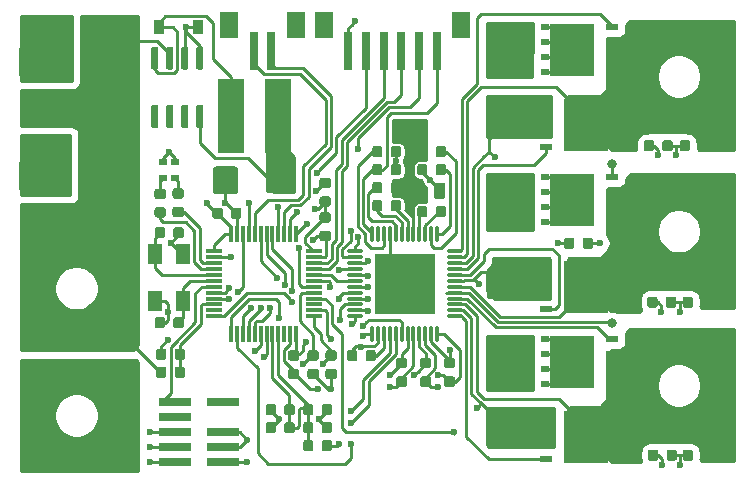
<source format=gbr>
G04 #@! TF.GenerationSoftware,KiCad,Pcbnew,(5.1.5)-3*
G04 #@! TF.CreationDate,2020-12-16T15:48:43+01:00*
G04 #@! TF.ProjectId,esc,6573632e-6b69-4636-9164-5f7063625858,rev?*
G04 #@! TF.SameCoordinates,Original*
G04 #@! TF.FileFunction,Copper,L1,Top*
G04 #@! TF.FilePolarity,Positive*
%FSLAX46Y46*%
G04 Gerber Fmt 4.6, Leading zero omitted, Abs format (unit mm)*
G04 Created by KiCad (PCBNEW (5.1.5)-3) date 2020-12-16 15:48:43*
%MOMM*%
%LPD*%
G04 APERTURE LIST*
%ADD10O,1.450000X0.299999*%
%ADD11O,0.299999X1.450000*%
%ADD12R,5.170000X5.170000*%
%ADD13C,0.499999*%
%ADD14C,2.775000*%
%ADD15R,0.500000X0.500000*%
%ADD16R,1.100000X0.500000*%
%ADD17R,0.800000X0.600000*%
%ADD18R,3.750000X4.410000*%
%ADD19R,0.600000X3.200000*%
%ADD20R,1.200000X1.800000*%
%ADD21R,0.700000X0.600000*%
%ADD22R,2.200000X6.300000*%
%ADD23R,2.790000X0.740000*%
%ADD24R,0.300000X1.475000*%
%ADD25R,1.475000X0.300000*%
%ADD26C,0.100000*%
%ADD27R,0.900000X1.200000*%
%ADD28R,1.500000X2.300000*%
%ADD29R,0.700000X3.200000*%
%ADD30C,0.600000*%
%ADD31C,0.450000*%
%ADD32C,0.800000*%
%ADD33C,0.250000*%
%ADD34C,0.254000*%
G04 APERTURE END LIST*
D10*
X140428000Y-98342000D03*
X140428000Y-98841999D03*
X140428000Y-99341998D03*
X140428000Y-99842000D03*
X140428000Y-100341999D03*
X140428000Y-100842000D03*
X140428000Y-101342000D03*
X140428000Y-101841998D03*
X140428000Y-102342000D03*
X140428000Y-102841999D03*
X140428000Y-103342001D03*
X140428000Y-103842000D03*
D11*
X141903000Y-105317000D03*
X142402999Y-105317000D03*
X142902998Y-105317000D03*
X143403000Y-105317000D03*
X143902999Y-105317000D03*
X144403000Y-105317000D03*
X144903000Y-105317000D03*
X145402998Y-105317000D03*
X145903000Y-105317000D03*
X146402999Y-105317000D03*
X146903001Y-105317000D03*
X147403000Y-105317000D03*
D10*
X148878000Y-103842000D03*
X148878000Y-103342001D03*
X148878000Y-102841999D03*
X148878000Y-102342000D03*
X148878000Y-101841998D03*
X148878000Y-101342000D03*
X148878000Y-100842000D03*
X148878000Y-100341999D03*
X148878000Y-99842000D03*
X148878000Y-99341998D03*
X148878000Y-98841999D03*
X148878000Y-98342000D03*
D11*
X147403000Y-96867000D03*
X146903001Y-96867000D03*
X146402999Y-96867000D03*
X145903000Y-96867000D03*
X145402998Y-96867000D03*
X144903000Y-96867000D03*
X144403000Y-96867000D03*
X143902999Y-96867000D03*
X143403000Y-96867000D03*
X142902998Y-96867000D03*
X142402999Y-96867000D03*
X141903000Y-96867000D03*
D12*
X144653000Y-101091997D03*
D13*
X142452999Y-98891999D03*
X143553000Y-98891999D03*
X144653000Y-98891999D03*
X145753000Y-98891999D03*
X146853001Y-98891999D03*
X142452999Y-99992000D03*
X143553000Y-99992000D03*
X144653000Y-99992000D03*
X145753000Y-99992000D03*
X146853001Y-99992000D03*
X142452999Y-101092000D03*
X143553000Y-101092000D03*
X144653000Y-101092000D03*
X145753000Y-101092000D03*
X146853001Y-101092000D03*
X142452999Y-102192000D03*
X143553000Y-102192000D03*
X144653000Y-102192000D03*
X145753000Y-102192000D03*
X146853001Y-102192000D03*
X142452999Y-103292001D03*
X143553000Y-103292001D03*
X144653000Y-103292001D03*
X145753000Y-103292001D03*
X146853001Y-103292001D03*
D14*
X164945000Y-86487000D03*
X164945000Y-80617000D03*
X170815000Y-80617000D03*
X170815000Y-86487000D03*
D15*
X156312000Y-85725000D03*
X156312000Y-86995000D03*
X156312000Y-88265000D03*
D16*
X156612000Y-89535000D03*
D17*
X162312000Y-89535000D03*
X162312000Y-88265000D03*
X162312000Y-86995000D03*
X162312000Y-85725000D03*
D18*
X160037000Y-87630000D03*
D19*
X156862000Y-86915000D03*
X161990000Y-81995000D03*
D18*
X158815000Y-81280000D03*
D17*
X156540000Y-83185000D03*
X156540000Y-81915000D03*
X156540000Y-80645000D03*
X156540000Y-79375000D03*
D16*
X162240000Y-79375000D03*
D15*
X162540000Y-80645000D03*
X162540000Y-81915000D03*
X162540000Y-83185000D03*
D14*
X113919000Y-98524000D03*
X119789000Y-98524000D03*
X119789000Y-104394000D03*
X113919000Y-104394000D03*
X164945000Y-99568000D03*
X164945000Y-93698000D03*
X170815000Y-93698000D03*
X170815000Y-99568000D03*
X113919000Y-109319000D03*
X119789000Y-109319000D03*
X119789000Y-115189000D03*
X113919000Y-115189000D03*
X164945000Y-112649000D03*
X164945000Y-106779000D03*
X170815000Y-106779000D03*
X170815000Y-112649000D03*
D20*
X125914000Y-98584000D03*
X125914000Y-102584000D03*
X123514000Y-102584000D03*
X123514000Y-98584000D03*
D19*
X156862000Y-113331000D03*
D18*
X160037000Y-114046000D03*
D17*
X162312000Y-112141000D03*
X162312000Y-113411000D03*
X162312000Y-114681000D03*
X162312000Y-115951000D03*
D16*
X156612000Y-115951000D03*
D15*
X156312000Y-114681000D03*
X156312000Y-113411000D03*
X156312000Y-112141000D03*
D19*
X156862000Y-100631000D03*
D18*
X160037000Y-101346000D03*
D17*
X162312000Y-99441000D03*
X162312000Y-100711000D03*
X162312000Y-101981000D03*
X162312000Y-103251000D03*
D16*
X156612000Y-103251000D03*
D15*
X156312000Y-101981000D03*
X156312000Y-100711000D03*
X156312000Y-99441000D03*
D19*
X161990000Y-108411000D03*
D18*
X158815000Y-107696000D03*
D17*
X156540000Y-109601000D03*
X156540000Y-108331000D03*
X156540000Y-107061000D03*
X156540000Y-105791000D03*
D16*
X162240000Y-105791000D03*
D15*
X162540000Y-107061000D03*
X162540000Y-108331000D03*
X162540000Y-109601000D03*
D19*
X161980000Y-94695000D03*
D18*
X158805000Y-93980000D03*
D17*
X156530000Y-95885000D03*
X156530000Y-94615000D03*
X156530000Y-93345000D03*
X156530000Y-92075000D03*
D16*
X162230000Y-92075000D03*
D15*
X162530000Y-93345000D03*
X162530000Y-94615000D03*
X162530000Y-95885000D03*
D21*
X124214000Y-92140000D03*
X125214000Y-92140000D03*
X125214000Y-90740000D03*
X124214000Y-90740000D03*
D22*
X129953000Y-86868000D03*
X133963000Y-86868000D03*
D23*
X125219000Y-111125000D03*
X129289000Y-111125000D03*
X125219000Y-112395000D03*
X125219000Y-113665000D03*
X129289000Y-113665000D03*
X125219000Y-114935000D03*
X129289000Y-114935000D03*
X125219000Y-116205000D03*
X129289000Y-116205000D03*
D24*
X129965000Y-96854000D03*
X130465000Y-96854000D03*
X130965000Y-96854000D03*
X131465000Y-96854000D03*
X131965000Y-96854000D03*
X132465000Y-96854000D03*
X132965000Y-96854000D03*
X133465000Y-96854000D03*
X133965000Y-96854000D03*
X134465000Y-96854000D03*
X134965000Y-96854000D03*
X135465000Y-96854000D03*
D25*
X136953000Y-98342000D03*
X136953000Y-98842000D03*
X136953000Y-99342000D03*
X136953000Y-99842000D03*
X136953000Y-100342000D03*
X136953000Y-100842000D03*
X136953000Y-101342000D03*
X136953000Y-101842000D03*
X136953000Y-102342000D03*
X136953000Y-102842000D03*
X136953000Y-103342000D03*
X136953000Y-103842000D03*
D24*
X135465000Y-105330000D03*
X134965000Y-105330000D03*
X134465000Y-105330000D03*
X133965000Y-105330000D03*
X133465000Y-105330000D03*
X132965000Y-105330000D03*
X132465000Y-105330000D03*
X131965000Y-105330000D03*
X131465000Y-105330000D03*
X130965000Y-105330000D03*
X130465000Y-105330000D03*
X129965000Y-105330000D03*
D25*
X128477000Y-103842000D03*
X128477000Y-103342000D03*
X128477000Y-102842000D03*
X128477000Y-102342000D03*
X128477000Y-101842000D03*
X128477000Y-101342000D03*
X128477000Y-100842000D03*
X128477000Y-100342000D03*
X128477000Y-99842000D03*
X128477000Y-99342000D03*
X128477000Y-98842000D03*
X128477000Y-98342000D03*
G04 #@! TA.AperFunction,SMDPad,CuDef*
D26*
G36*
X138314691Y-114334053D02*
G01*
X138335926Y-114337203D01*
X138356750Y-114342419D01*
X138376962Y-114349651D01*
X138396368Y-114358830D01*
X138414781Y-114369866D01*
X138432024Y-114382654D01*
X138447930Y-114397070D01*
X138462346Y-114412976D01*
X138475134Y-114430219D01*
X138486170Y-114448632D01*
X138495349Y-114468038D01*
X138502581Y-114488250D01*
X138507797Y-114509074D01*
X138510947Y-114530309D01*
X138512000Y-114551750D01*
X138512000Y-115064250D01*
X138510947Y-115085691D01*
X138507797Y-115106926D01*
X138502581Y-115127750D01*
X138495349Y-115147962D01*
X138486170Y-115167368D01*
X138475134Y-115185781D01*
X138462346Y-115203024D01*
X138447930Y-115218930D01*
X138432024Y-115233346D01*
X138414781Y-115246134D01*
X138396368Y-115257170D01*
X138376962Y-115266349D01*
X138356750Y-115273581D01*
X138335926Y-115278797D01*
X138314691Y-115281947D01*
X138293250Y-115283000D01*
X137855750Y-115283000D01*
X137834309Y-115281947D01*
X137813074Y-115278797D01*
X137792250Y-115273581D01*
X137772038Y-115266349D01*
X137752632Y-115257170D01*
X137734219Y-115246134D01*
X137716976Y-115233346D01*
X137701070Y-115218930D01*
X137686654Y-115203024D01*
X137673866Y-115185781D01*
X137662830Y-115167368D01*
X137653651Y-115147962D01*
X137646419Y-115127750D01*
X137641203Y-115106926D01*
X137638053Y-115085691D01*
X137637000Y-115064250D01*
X137637000Y-114551750D01*
X137638053Y-114530309D01*
X137641203Y-114509074D01*
X137646419Y-114488250D01*
X137653651Y-114468038D01*
X137662830Y-114448632D01*
X137673866Y-114430219D01*
X137686654Y-114412976D01*
X137701070Y-114397070D01*
X137716976Y-114382654D01*
X137734219Y-114369866D01*
X137752632Y-114358830D01*
X137772038Y-114349651D01*
X137792250Y-114342419D01*
X137813074Y-114337203D01*
X137834309Y-114334053D01*
X137855750Y-114333000D01*
X138293250Y-114333000D01*
X138314691Y-114334053D01*
G37*
G04 #@! TD.AperFunction*
G04 #@! TA.AperFunction,SMDPad,CuDef*
G36*
X136739691Y-114334053D02*
G01*
X136760926Y-114337203D01*
X136781750Y-114342419D01*
X136801962Y-114349651D01*
X136821368Y-114358830D01*
X136839781Y-114369866D01*
X136857024Y-114382654D01*
X136872930Y-114397070D01*
X136887346Y-114412976D01*
X136900134Y-114430219D01*
X136911170Y-114448632D01*
X136920349Y-114468038D01*
X136927581Y-114488250D01*
X136932797Y-114509074D01*
X136935947Y-114530309D01*
X136937000Y-114551750D01*
X136937000Y-115064250D01*
X136935947Y-115085691D01*
X136932797Y-115106926D01*
X136927581Y-115127750D01*
X136920349Y-115147962D01*
X136911170Y-115167368D01*
X136900134Y-115185781D01*
X136887346Y-115203024D01*
X136872930Y-115218930D01*
X136857024Y-115233346D01*
X136839781Y-115246134D01*
X136821368Y-115257170D01*
X136801962Y-115266349D01*
X136781750Y-115273581D01*
X136760926Y-115278797D01*
X136739691Y-115281947D01*
X136718250Y-115283000D01*
X136280750Y-115283000D01*
X136259309Y-115281947D01*
X136238074Y-115278797D01*
X136217250Y-115273581D01*
X136197038Y-115266349D01*
X136177632Y-115257170D01*
X136159219Y-115246134D01*
X136141976Y-115233346D01*
X136126070Y-115218930D01*
X136111654Y-115203024D01*
X136098866Y-115185781D01*
X136087830Y-115167368D01*
X136078651Y-115147962D01*
X136071419Y-115127750D01*
X136066203Y-115106926D01*
X136063053Y-115085691D01*
X136062000Y-115064250D01*
X136062000Y-114551750D01*
X136063053Y-114530309D01*
X136066203Y-114509074D01*
X136071419Y-114488250D01*
X136078651Y-114468038D01*
X136087830Y-114448632D01*
X136098866Y-114430219D01*
X136111654Y-114412976D01*
X136126070Y-114397070D01*
X136141976Y-114382654D01*
X136159219Y-114369866D01*
X136177632Y-114358830D01*
X136197038Y-114349651D01*
X136217250Y-114342419D01*
X136238074Y-114337203D01*
X136259309Y-114334053D01*
X136280750Y-114333000D01*
X136718250Y-114333000D01*
X136739691Y-114334053D01*
G37*
G04 #@! TD.AperFunction*
G04 #@! TA.AperFunction,SMDPad,CuDef*
G36*
X138199691Y-92121053D02*
G01*
X138220926Y-92124203D01*
X138241750Y-92129419D01*
X138261962Y-92136651D01*
X138281368Y-92145830D01*
X138299781Y-92156866D01*
X138317024Y-92169654D01*
X138332930Y-92184070D01*
X138347346Y-92199976D01*
X138360134Y-92217219D01*
X138371170Y-92235632D01*
X138380349Y-92255038D01*
X138387581Y-92275250D01*
X138392797Y-92296074D01*
X138395947Y-92317309D01*
X138397000Y-92338750D01*
X138397000Y-92776250D01*
X138395947Y-92797691D01*
X138392797Y-92818926D01*
X138387581Y-92839750D01*
X138380349Y-92859962D01*
X138371170Y-92879368D01*
X138360134Y-92897781D01*
X138347346Y-92915024D01*
X138332930Y-92930930D01*
X138317024Y-92945346D01*
X138299781Y-92958134D01*
X138281368Y-92969170D01*
X138261962Y-92978349D01*
X138241750Y-92985581D01*
X138220926Y-92990797D01*
X138199691Y-92993947D01*
X138178250Y-92995000D01*
X137665750Y-92995000D01*
X137644309Y-92993947D01*
X137623074Y-92990797D01*
X137602250Y-92985581D01*
X137582038Y-92978349D01*
X137562632Y-92969170D01*
X137544219Y-92958134D01*
X137526976Y-92945346D01*
X137511070Y-92930930D01*
X137496654Y-92915024D01*
X137483866Y-92897781D01*
X137472830Y-92879368D01*
X137463651Y-92859962D01*
X137456419Y-92839750D01*
X137451203Y-92818926D01*
X137448053Y-92797691D01*
X137447000Y-92776250D01*
X137447000Y-92338750D01*
X137448053Y-92317309D01*
X137451203Y-92296074D01*
X137456419Y-92275250D01*
X137463651Y-92255038D01*
X137472830Y-92235632D01*
X137483866Y-92217219D01*
X137496654Y-92199976D01*
X137511070Y-92184070D01*
X137526976Y-92169654D01*
X137544219Y-92156866D01*
X137562632Y-92145830D01*
X137582038Y-92136651D01*
X137602250Y-92129419D01*
X137623074Y-92124203D01*
X137644309Y-92121053D01*
X137665750Y-92120000D01*
X138178250Y-92120000D01*
X138199691Y-92121053D01*
G37*
G04 #@! TD.AperFunction*
G04 #@! TA.AperFunction,SMDPad,CuDef*
G36*
X138199691Y-93696053D02*
G01*
X138220926Y-93699203D01*
X138241750Y-93704419D01*
X138261962Y-93711651D01*
X138281368Y-93720830D01*
X138299781Y-93731866D01*
X138317024Y-93744654D01*
X138332930Y-93759070D01*
X138347346Y-93774976D01*
X138360134Y-93792219D01*
X138371170Y-93810632D01*
X138380349Y-93830038D01*
X138387581Y-93850250D01*
X138392797Y-93871074D01*
X138395947Y-93892309D01*
X138397000Y-93913750D01*
X138397000Y-94351250D01*
X138395947Y-94372691D01*
X138392797Y-94393926D01*
X138387581Y-94414750D01*
X138380349Y-94434962D01*
X138371170Y-94454368D01*
X138360134Y-94472781D01*
X138347346Y-94490024D01*
X138332930Y-94505930D01*
X138317024Y-94520346D01*
X138299781Y-94533134D01*
X138281368Y-94544170D01*
X138261962Y-94553349D01*
X138241750Y-94560581D01*
X138220926Y-94565797D01*
X138199691Y-94568947D01*
X138178250Y-94570000D01*
X137665750Y-94570000D01*
X137644309Y-94568947D01*
X137623074Y-94565797D01*
X137602250Y-94560581D01*
X137582038Y-94553349D01*
X137562632Y-94544170D01*
X137544219Y-94533134D01*
X137526976Y-94520346D01*
X137511070Y-94505930D01*
X137496654Y-94490024D01*
X137483866Y-94472781D01*
X137472830Y-94454368D01*
X137463651Y-94434962D01*
X137456419Y-94414750D01*
X137451203Y-94393926D01*
X137448053Y-94372691D01*
X137447000Y-94351250D01*
X137447000Y-93913750D01*
X137448053Y-93892309D01*
X137451203Y-93871074D01*
X137456419Y-93850250D01*
X137463651Y-93830038D01*
X137472830Y-93810632D01*
X137483866Y-93792219D01*
X137496654Y-93774976D01*
X137511070Y-93759070D01*
X137526976Y-93744654D01*
X137544219Y-93731866D01*
X137562632Y-93720830D01*
X137582038Y-93711651D01*
X137602250Y-93704419D01*
X137623074Y-93699203D01*
X137644309Y-93696053D01*
X137665750Y-93695000D01*
X138178250Y-93695000D01*
X138199691Y-93696053D01*
G37*
G04 #@! TD.AperFunction*
G04 #@! TA.AperFunction,SMDPad,CuDef*
G36*
X135139691Y-111286053D02*
G01*
X135160926Y-111289203D01*
X135181750Y-111294419D01*
X135201962Y-111301651D01*
X135221368Y-111310830D01*
X135239781Y-111321866D01*
X135257024Y-111334654D01*
X135272930Y-111349070D01*
X135287346Y-111364976D01*
X135300134Y-111382219D01*
X135311170Y-111400632D01*
X135320349Y-111420038D01*
X135327581Y-111440250D01*
X135332797Y-111461074D01*
X135335947Y-111482309D01*
X135337000Y-111503750D01*
X135337000Y-112016250D01*
X135335947Y-112037691D01*
X135332797Y-112058926D01*
X135327581Y-112079750D01*
X135320349Y-112099962D01*
X135311170Y-112119368D01*
X135300134Y-112137781D01*
X135287346Y-112155024D01*
X135272930Y-112170930D01*
X135257024Y-112185346D01*
X135239781Y-112198134D01*
X135221368Y-112209170D01*
X135201962Y-112218349D01*
X135181750Y-112225581D01*
X135160926Y-112230797D01*
X135139691Y-112233947D01*
X135118250Y-112235000D01*
X134680750Y-112235000D01*
X134659309Y-112233947D01*
X134638074Y-112230797D01*
X134617250Y-112225581D01*
X134597038Y-112218349D01*
X134577632Y-112209170D01*
X134559219Y-112198134D01*
X134541976Y-112185346D01*
X134526070Y-112170930D01*
X134511654Y-112155024D01*
X134498866Y-112137781D01*
X134487830Y-112119368D01*
X134478651Y-112099962D01*
X134471419Y-112079750D01*
X134466203Y-112058926D01*
X134463053Y-112037691D01*
X134462000Y-112016250D01*
X134462000Y-111503750D01*
X134463053Y-111482309D01*
X134466203Y-111461074D01*
X134471419Y-111440250D01*
X134478651Y-111420038D01*
X134487830Y-111400632D01*
X134498866Y-111382219D01*
X134511654Y-111364976D01*
X134526070Y-111349070D01*
X134541976Y-111334654D01*
X134559219Y-111321866D01*
X134577632Y-111310830D01*
X134597038Y-111301651D01*
X134617250Y-111294419D01*
X134638074Y-111289203D01*
X134659309Y-111286053D01*
X134680750Y-111285000D01*
X135118250Y-111285000D01*
X135139691Y-111286053D01*
G37*
G04 #@! TD.AperFunction*
G04 #@! TA.AperFunction,SMDPad,CuDef*
G36*
X133564691Y-111286053D02*
G01*
X133585926Y-111289203D01*
X133606750Y-111294419D01*
X133626962Y-111301651D01*
X133646368Y-111310830D01*
X133664781Y-111321866D01*
X133682024Y-111334654D01*
X133697930Y-111349070D01*
X133712346Y-111364976D01*
X133725134Y-111382219D01*
X133736170Y-111400632D01*
X133745349Y-111420038D01*
X133752581Y-111440250D01*
X133757797Y-111461074D01*
X133760947Y-111482309D01*
X133762000Y-111503750D01*
X133762000Y-112016250D01*
X133760947Y-112037691D01*
X133757797Y-112058926D01*
X133752581Y-112079750D01*
X133745349Y-112099962D01*
X133736170Y-112119368D01*
X133725134Y-112137781D01*
X133712346Y-112155024D01*
X133697930Y-112170930D01*
X133682024Y-112185346D01*
X133664781Y-112198134D01*
X133646368Y-112209170D01*
X133626962Y-112218349D01*
X133606750Y-112225581D01*
X133585926Y-112230797D01*
X133564691Y-112233947D01*
X133543250Y-112235000D01*
X133105750Y-112235000D01*
X133084309Y-112233947D01*
X133063074Y-112230797D01*
X133042250Y-112225581D01*
X133022038Y-112218349D01*
X133002632Y-112209170D01*
X132984219Y-112198134D01*
X132966976Y-112185346D01*
X132951070Y-112170930D01*
X132936654Y-112155024D01*
X132923866Y-112137781D01*
X132912830Y-112119368D01*
X132903651Y-112099962D01*
X132896419Y-112079750D01*
X132891203Y-112058926D01*
X132888053Y-112037691D01*
X132887000Y-112016250D01*
X132887000Y-111503750D01*
X132888053Y-111482309D01*
X132891203Y-111461074D01*
X132896419Y-111440250D01*
X132903651Y-111420038D01*
X132912830Y-111400632D01*
X132923866Y-111382219D01*
X132936654Y-111364976D01*
X132951070Y-111349070D01*
X132966976Y-111334654D01*
X132984219Y-111321866D01*
X133002632Y-111310830D01*
X133022038Y-111301651D01*
X133042250Y-111294419D01*
X133063074Y-111289203D01*
X133084309Y-111286053D01*
X133105750Y-111285000D01*
X133543250Y-111285000D01*
X133564691Y-111286053D01*
G37*
G04 #@! TD.AperFunction*
G04 #@! TA.AperFunction,SMDPad,CuDef*
G36*
X135139691Y-112810053D02*
G01*
X135160926Y-112813203D01*
X135181750Y-112818419D01*
X135201962Y-112825651D01*
X135221368Y-112834830D01*
X135239781Y-112845866D01*
X135257024Y-112858654D01*
X135272930Y-112873070D01*
X135287346Y-112888976D01*
X135300134Y-112906219D01*
X135311170Y-112924632D01*
X135320349Y-112944038D01*
X135327581Y-112964250D01*
X135332797Y-112985074D01*
X135335947Y-113006309D01*
X135337000Y-113027750D01*
X135337000Y-113540250D01*
X135335947Y-113561691D01*
X135332797Y-113582926D01*
X135327581Y-113603750D01*
X135320349Y-113623962D01*
X135311170Y-113643368D01*
X135300134Y-113661781D01*
X135287346Y-113679024D01*
X135272930Y-113694930D01*
X135257024Y-113709346D01*
X135239781Y-113722134D01*
X135221368Y-113733170D01*
X135201962Y-113742349D01*
X135181750Y-113749581D01*
X135160926Y-113754797D01*
X135139691Y-113757947D01*
X135118250Y-113759000D01*
X134680750Y-113759000D01*
X134659309Y-113757947D01*
X134638074Y-113754797D01*
X134617250Y-113749581D01*
X134597038Y-113742349D01*
X134577632Y-113733170D01*
X134559219Y-113722134D01*
X134541976Y-113709346D01*
X134526070Y-113694930D01*
X134511654Y-113679024D01*
X134498866Y-113661781D01*
X134487830Y-113643368D01*
X134478651Y-113623962D01*
X134471419Y-113603750D01*
X134466203Y-113582926D01*
X134463053Y-113561691D01*
X134462000Y-113540250D01*
X134462000Y-113027750D01*
X134463053Y-113006309D01*
X134466203Y-112985074D01*
X134471419Y-112964250D01*
X134478651Y-112944038D01*
X134487830Y-112924632D01*
X134498866Y-112906219D01*
X134511654Y-112888976D01*
X134526070Y-112873070D01*
X134541976Y-112858654D01*
X134559219Y-112845866D01*
X134577632Y-112834830D01*
X134597038Y-112825651D01*
X134617250Y-112818419D01*
X134638074Y-112813203D01*
X134659309Y-112810053D01*
X134680750Y-112809000D01*
X135118250Y-112809000D01*
X135139691Y-112810053D01*
G37*
G04 #@! TD.AperFunction*
G04 #@! TA.AperFunction,SMDPad,CuDef*
G36*
X133564691Y-112810053D02*
G01*
X133585926Y-112813203D01*
X133606750Y-112818419D01*
X133626962Y-112825651D01*
X133646368Y-112834830D01*
X133664781Y-112845866D01*
X133682024Y-112858654D01*
X133697930Y-112873070D01*
X133712346Y-112888976D01*
X133725134Y-112906219D01*
X133736170Y-112924632D01*
X133745349Y-112944038D01*
X133752581Y-112964250D01*
X133757797Y-112985074D01*
X133760947Y-113006309D01*
X133762000Y-113027750D01*
X133762000Y-113540250D01*
X133760947Y-113561691D01*
X133757797Y-113582926D01*
X133752581Y-113603750D01*
X133745349Y-113623962D01*
X133736170Y-113643368D01*
X133725134Y-113661781D01*
X133712346Y-113679024D01*
X133697930Y-113694930D01*
X133682024Y-113709346D01*
X133664781Y-113722134D01*
X133646368Y-113733170D01*
X133626962Y-113742349D01*
X133606750Y-113749581D01*
X133585926Y-113754797D01*
X133564691Y-113757947D01*
X133543250Y-113759000D01*
X133105750Y-113759000D01*
X133084309Y-113757947D01*
X133063074Y-113754797D01*
X133042250Y-113749581D01*
X133022038Y-113742349D01*
X133002632Y-113733170D01*
X132984219Y-113722134D01*
X132966976Y-113709346D01*
X132951070Y-113694930D01*
X132936654Y-113679024D01*
X132923866Y-113661781D01*
X132912830Y-113643368D01*
X132903651Y-113623962D01*
X132896419Y-113603750D01*
X132891203Y-113582926D01*
X132888053Y-113561691D01*
X132887000Y-113540250D01*
X132887000Y-113027750D01*
X132888053Y-113006309D01*
X132891203Y-112985074D01*
X132896419Y-112964250D01*
X132903651Y-112944038D01*
X132912830Y-112924632D01*
X132923866Y-112906219D01*
X132936654Y-112888976D01*
X132951070Y-112873070D01*
X132966976Y-112858654D01*
X132984219Y-112845866D01*
X133002632Y-112834830D01*
X133022038Y-112825651D01*
X133042250Y-112818419D01*
X133063074Y-112813203D01*
X133084309Y-112810053D01*
X133105750Y-112809000D01*
X133543250Y-112809000D01*
X133564691Y-112810053D01*
G37*
G04 #@! TD.AperFunction*
G04 #@! TA.AperFunction,SMDPad,CuDef*
G36*
X136739691Y-111286053D02*
G01*
X136760926Y-111289203D01*
X136781750Y-111294419D01*
X136801962Y-111301651D01*
X136821368Y-111310830D01*
X136839781Y-111321866D01*
X136857024Y-111334654D01*
X136872930Y-111349070D01*
X136887346Y-111364976D01*
X136900134Y-111382219D01*
X136911170Y-111400632D01*
X136920349Y-111420038D01*
X136927581Y-111440250D01*
X136932797Y-111461074D01*
X136935947Y-111482309D01*
X136937000Y-111503750D01*
X136937000Y-112016250D01*
X136935947Y-112037691D01*
X136932797Y-112058926D01*
X136927581Y-112079750D01*
X136920349Y-112099962D01*
X136911170Y-112119368D01*
X136900134Y-112137781D01*
X136887346Y-112155024D01*
X136872930Y-112170930D01*
X136857024Y-112185346D01*
X136839781Y-112198134D01*
X136821368Y-112209170D01*
X136801962Y-112218349D01*
X136781750Y-112225581D01*
X136760926Y-112230797D01*
X136739691Y-112233947D01*
X136718250Y-112235000D01*
X136280750Y-112235000D01*
X136259309Y-112233947D01*
X136238074Y-112230797D01*
X136217250Y-112225581D01*
X136197038Y-112218349D01*
X136177632Y-112209170D01*
X136159219Y-112198134D01*
X136141976Y-112185346D01*
X136126070Y-112170930D01*
X136111654Y-112155024D01*
X136098866Y-112137781D01*
X136087830Y-112119368D01*
X136078651Y-112099962D01*
X136071419Y-112079750D01*
X136066203Y-112058926D01*
X136063053Y-112037691D01*
X136062000Y-112016250D01*
X136062000Y-111503750D01*
X136063053Y-111482309D01*
X136066203Y-111461074D01*
X136071419Y-111440250D01*
X136078651Y-111420038D01*
X136087830Y-111400632D01*
X136098866Y-111382219D01*
X136111654Y-111364976D01*
X136126070Y-111349070D01*
X136141976Y-111334654D01*
X136159219Y-111321866D01*
X136177632Y-111310830D01*
X136197038Y-111301651D01*
X136217250Y-111294419D01*
X136238074Y-111289203D01*
X136259309Y-111286053D01*
X136280750Y-111285000D01*
X136718250Y-111285000D01*
X136739691Y-111286053D01*
G37*
G04 #@! TD.AperFunction*
G04 #@! TA.AperFunction,SMDPad,CuDef*
G36*
X138314691Y-111286053D02*
G01*
X138335926Y-111289203D01*
X138356750Y-111294419D01*
X138376962Y-111301651D01*
X138396368Y-111310830D01*
X138414781Y-111321866D01*
X138432024Y-111334654D01*
X138447930Y-111349070D01*
X138462346Y-111364976D01*
X138475134Y-111382219D01*
X138486170Y-111400632D01*
X138495349Y-111420038D01*
X138502581Y-111440250D01*
X138507797Y-111461074D01*
X138510947Y-111482309D01*
X138512000Y-111503750D01*
X138512000Y-112016250D01*
X138510947Y-112037691D01*
X138507797Y-112058926D01*
X138502581Y-112079750D01*
X138495349Y-112099962D01*
X138486170Y-112119368D01*
X138475134Y-112137781D01*
X138462346Y-112155024D01*
X138447930Y-112170930D01*
X138432024Y-112185346D01*
X138414781Y-112198134D01*
X138396368Y-112209170D01*
X138376962Y-112218349D01*
X138356750Y-112225581D01*
X138335926Y-112230797D01*
X138314691Y-112233947D01*
X138293250Y-112235000D01*
X137855750Y-112235000D01*
X137834309Y-112233947D01*
X137813074Y-112230797D01*
X137792250Y-112225581D01*
X137772038Y-112218349D01*
X137752632Y-112209170D01*
X137734219Y-112198134D01*
X137716976Y-112185346D01*
X137701070Y-112170930D01*
X137686654Y-112155024D01*
X137673866Y-112137781D01*
X137662830Y-112119368D01*
X137653651Y-112099962D01*
X137646419Y-112079750D01*
X137641203Y-112058926D01*
X137638053Y-112037691D01*
X137637000Y-112016250D01*
X137637000Y-111503750D01*
X137638053Y-111482309D01*
X137641203Y-111461074D01*
X137646419Y-111440250D01*
X137653651Y-111420038D01*
X137662830Y-111400632D01*
X137673866Y-111382219D01*
X137686654Y-111364976D01*
X137701070Y-111349070D01*
X137716976Y-111334654D01*
X137734219Y-111321866D01*
X137752632Y-111310830D01*
X137772038Y-111301651D01*
X137792250Y-111294419D01*
X137813074Y-111289203D01*
X137834309Y-111286053D01*
X137855750Y-111285000D01*
X138293250Y-111285000D01*
X138314691Y-111286053D01*
G37*
G04 #@! TD.AperFunction*
G04 #@! TA.AperFunction,SMDPad,CuDef*
G36*
X136739691Y-112810053D02*
G01*
X136760926Y-112813203D01*
X136781750Y-112818419D01*
X136801962Y-112825651D01*
X136821368Y-112834830D01*
X136839781Y-112845866D01*
X136857024Y-112858654D01*
X136872930Y-112873070D01*
X136887346Y-112888976D01*
X136900134Y-112906219D01*
X136911170Y-112924632D01*
X136920349Y-112944038D01*
X136927581Y-112964250D01*
X136932797Y-112985074D01*
X136935947Y-113006309D01*
X136937000Y-113027750D01*
X136937000Y-113540250D01*
X136935947Y-113561691D01*
X136932797Y-113582926D01*
X136927581Y-113603750D01*
X136920349Y-113623962D01*
X136911170Y-113643368D01*
X136900134Y-113661781D01*
X136887346Y-113679024D01*
X136872930Y-113694930D01*
X136857024Y-113709346D01*
X136839781Y-113722134D01*
X136821368Y-113733170D01*
X136801962Y-113742349D01*
X136781750Y-113749581D01*
X136760926Y-113754797D01*
X136739691Y-113757947D01*
X136718250Y-113759000D01*
X136280750Y-113759000D01*
X136259309Y-113757947D01*
X136238074Y-113754797D01*
X136217250Y-113749581D01*
X136197038Y-113742349D01*
X136177632Y-113733170D01*
X136159219Y-113722134D01*
X136141976Y-113709346D01*
X136126070Y-113694930D01*
X136111654Y-113679024D01*
X136098866Y-113661781D01*
X136087830Y-113643368D01*
X136078651Y-113623962D01*
X136071419Y-113603750D01*
X136066203Y-113582926D01*
X136063053Y-113561691D01*
X136062000Y-113540250D01*
X136062000Y-113027750D01*
X136063053Y-113006309D01*
X136066203Y-112985074D01*
X136071419Y-112964250D01*
X136078651Y-112944038D01*
X136087830Y-112924632D01*
X136098866Y-112906219D01*
X136111654Y-112888976D01*
X136126070Y-112873070D01*
X136141976Y-112858654D01*
X136159219Y-112845866D01*
X136177632Y-112834830D01*
X136197038Y-112825651D01*
X136217250Y-112818419D01*
X136238074Y-112813203D01*
X136259309Y-112810053D01*
X136280750Y-112809000D01*
X136718250Y-112809000D01*
X136739691Y-112810053D01*
G37*
G04 #@! TD.AperFunction*
G04 #@! TA.AperFunction,SMDPad,CuDef*
G36*
X138314691Y-112810053D02*
G01*
X138335926Y-112813203D01*
X138356750Y-112818419D01*
X138376962Y-112825651D01*
X138396368Y-112834830D01*
X138414781Y-112845866D01*
X138432024Y-112858654D01*
X138447930Y-112873070D01*
X138462346Y-112888976D01*
X138475134Y-112906219D01*
X138486170Y-112924632D01*
X138495349Y-112944038D01*
X138502581Y-112964250D01*
X138507797Y-112985074D01*
X138510947Y-113006309D01*
X138512000Y-113027750D01*
X138512000Y-113540250D01*
X138510947Y-113561691D01*
X138507797Y-113582926D01*
X138502581Y-113603750D01*
X138495349Y-113623962D01*
X138486170Y-113643368D01*
X138475134Y-113661781D01*
X138462346Y-113679024D01*
X138447930Y-113694930D01*
X138432024Y-113709346D01*
X138414781Y-113722134D01*
X138396368Y-113733170D01*
X138376962Y-113742349D01*
X138356750Y-113749581D01*
X138335926Y-113754797D01*
X138314691Y-113757947D01*
X138293250Y-113759000D01*
X137855750Y-113759000D01*
X137834309Y-113757947D01*
X137813074Y-113754797D01*
X137792250Y-113749581D01*
X137772038Y-113742349D01*
X137752632Y-113733170D01*
X137734219Y-113722134D01*
X137716976Y-113709346D01*
X137701070Y-113694930D01*
X137686654Y-113679024D01*
X137673866Y-113661781D01*
X137662830Y-113643368D01*
X137653651Y-113623962D01*
X137646419Y-113603750D01*
X137641203Y-113582926D01*
X137638053Y-113561691D01*
X137637000Y-113540250D01*
X137637000Y-113027750D01*
X137638053Y-113006309D01*
X137641203Y-112985074D01*
X137646419Y-112964250D01*
X137653651Y-112944038D01*
X137662830Y-112924632D01*
X137673866Y-112906219D01*
X137686654Y-112888976D01*
X137701070Y-112873070D01*
X137716976Y-112858654D01*
X137734219Y-112845866D01*
X137752632Y-112834830D01*
X137772038Y-112825651D01*
X137792250Y-112818419D01*
X137813074Y-112813203D01*
X137834309Y-112810053D01*
X137855750Y-112809000D01*
X138293250Y-112809000D01*
X138314691Y-112810053D01*
G37*
G04 #@! TD.AperFunction*
G04 #@! TA.AperFunction,SMDPad,CuDef*
G36*
X124166691Y-103920053D02*
G01*
X124187926Y-103923203D01*
X124208750Y-103928419D01*
X124228962Y-103935651D01*
X124248368Y-103944830D01*
X124266781Y-103955866D01*
X124284024Y-103968654D01*
X124299930Y-103983070D01*
X124314346Y-103998976D01*
X124327134Y-104016219D01*
X124338170Y-104034632D01*
X124347349Y-104054038D01*
X124354581Y-104074250D01*
X124359797Y-104095074D01*
X124362947Y-104116309D01*
X124364000Y-104137750D01*
X124364000Y-104650250D01*
X124362947Y-104671691D01*
X124359797Y-104692926D01*
X124354581Y-104713750D01*
X124347349Y-104733962D01*
X124338170Y-104753368D01*
X124327134Y-104771781D01*
X124314346Y-104789024D01*
X124299930Y-104804930D01*
X124284024Y-104819346D01*
X124266781Y-104832134D01*
X124248368Y-104843170D01*
X124228962Y-104852349D01*
X124208750Y-104859581D01*
X124187926Y-104864797D01*
X124166691Y-104867947D01*
X124145250Y-104869000D01*
X123707750Y-104869000D01*
X123686309Y-104867947D01*
X123665074Y-104864797D01*
X123644250Y-104859581D01*
X123624038Y-104852349D01*
X123604632Y-104843170D01*
X123586219Y-104832134D01*
X123568976Y-104819346D01*
X123553070Y-104804930D01*
X123538654Y-104789024D01*
X123525866Y-104771781D01*
X123514830Y-104753368D01*
X123505651Y-104733962D01*
X123498419Y-104713750D01*
X123493203Y-104692926D01*
X123490053Y-104671691D01*
X123489000Y-104650250D01*
X123489000Y-104137750D01*
X123490053Y-104116309D01*
X123493203Y-104095074D01*
X123498419Y-104074250D01*
X123505651Y-104054038D01*
X123514830Y-104034632D01*
X123525866Y-104016219D01*
X123538654Y-103998976D01*
X123553070Y-103983070D01*
X123568976Y-103968654D01*
X123586219Y-103955866D01*
X123604632Y-103944830D01*
X123624038Y-103935651D01*
X123644250Y-103928419D01*
X123665074Y-103923203D01*
X123686309Y-103920053D01*
X123707750Y-103919000D01*
X124145250Y-103919000D01*
X124166691Y-103920053D01*
G37*
G04 #@! TD.AperFunction*
G04 #@! TA.AperFunction,SMDPad,CuDef*
G36*
X125741691Y-103920053D02*
G01*
X125762926Y-103923203D01*
X125783750Y-103928419D01*
X125803962Y-103935651D01*
X125823368Y-103944830D01*
X125841781Y-103955866D01*
X125859024Y-103968654D01*
X125874930Y-103983070D01*
X125889346Y-103998976D01*
X125902134Y-104016219D01*
X125913170Y-104034632D01*
X125922349Y-104054038D01*
X125929581Y-104074250D01*
X125934797Y-104095074D01*
X125937947Y-104116309D01*
X125939000Y-104137750D01*
X125939000Y-104650250D01*
X125937947Y-104671691D01*
X125934797Y-104692926D01*
X125929581Y-104713750D01*
X125922349Y-104733962D01*
X125913170Y-104753368D01*
X125902134Y-104771781D01*
X125889346Y-104789024D01*
X125874930Y-104804930D01*
X125859024Y-104819346D01*
X125841781Y-104832134D01*
X125823368Y-104843170D01*
X125803962Y-104852349D01*
X125783750Y-104859581D01*
X125762926Y-104864797D01*
X125741691Y-104867947D01*
X125720250Y-104869000D01*
X125282750Y-104869000D01*
X125261309Y-104867947D01*
X125240074Y-104864797D01*
X125219250Y-104859581D01*
X125199038Y-104852349D01*
X125179632Y-104843170D01*
X125161219Y-104832134D01*
X125143976Y-104819346D01*
X125128070Y-104804930D01*
X125113654Y-104789024D01*
X125100866Y-104771781D01*
X125089830Y-104753368D01*
X125080651Y-104733962D01*
X125073419Y-104713750D01*
X125068203Y-104692926D01*
X125065053Y-104671691D01*
X125064000Y-104650250D01*
X125064000Y-104137750D01*
X125065053Y-104116309D01*
X125068203Y-104095074D01*
X125073419Y-104074250D01*
X125080651Y-104054038D01*
X125089830Y-104034632D01*
X125100866Y-104016219D01*
X125113654Y-103998976D01*
X125128070Y-103983070D01*
X125143976Y-103968654D01*
X125161219Y-103955866D01*
X125179632Y-103944830D01*
X125199038Y-103935651D01*
X125219250Y-103928419D01*
X125240074Y-103923203D01*
X125261309Y-103920053D01*
X125282750Y-103919000D01*
X125720250Y-103919000D01*
X125741691Y-103920053D01*
G37*
G04 #@! TD.AperFunction*
G04 #@! TA.AperFunction,SMDPad,CuDef*
G36*
X125741691Y-96300053D02*
G01*
X125762926Y-96303203D01*
X125783750Y-96308419D01*
X125803962Y-96315651D01*
X125823368Y-96324830D01*
X125841781Y-96335866D01*
X125859024Y-96348654D01*
X125874930Y-96363070D01*
X125889346Y-96378976D01*
X125902134Y-96396219D01*
X125913170Y-96414632D01*
X125922349Y-96434038D01*
X125929581Y-96454250D01*
X125934797Y-96475074D01*
X125937947Y-96496309D01*
X125939000Y-96517750D01*
X125939000Y-97030250D01*
X125937947Y-97051691D01*
X125934797Y-97072926D01*
X125929581Y-97093750D01*
X125922349Y-97113962D01*
X125913170Y-97133368D01*
X125902134Y-97151781D01*
X125889346Y-97169024D01*
X125874930Y-97184930D01*
X125859024Y-97199346D01*
X125841781Y-97212134D01*
X125823368Y-97223170D01*
X125803962Y-97232349D01*
X125783750Y-97239581D01*
X125762926Y-97244797D01*
X125741691Y-97247947D01*
X125720250Y-97249000D01*
X125282750Y-97249000D01*
X125261309Y-97247947D01*
X125240074Y-97244797D01*
X125219250Y-97239581D01*
X125199038Y-97232349D01*
X125179632Y-97223170D01*
X125161219Y-97212134D01*
X125143976Y-97199346D01*
X125128070Y-97184930D01*
X125113654Y-97169024D01*
X125100866Y-97151781D01*
X125089830Y-97133368D01*
X125080651Y-97113962D01*
X125073419Y-97093750D01*
X125068203Y-97072926D01*
X125065053Y-97051691D01*
X125064000Y-97030250D01*
X125064000Y-96517750D01*
X125065053Y-96496309D01*
X125068203Y-96475074D01*
X125073419Y-96454250D01*
X125080651Y-96434038D01*
X125089830Y-96414632D01*
X125100866Y-96396219D01*
X125113654Y-96378976D01*
X125128070Y-96363070D01*
X125143976Y-96348654D01*
X125161219Y-96335866D01*
X125179632Y-96324830D01*
X125199038Y-96315651D01*
X125219250Y-96308419D01*
X125240074Y-96303203D01*
X125261309Y-96300053D01*
X125282750Y-96299000D01*
X125720250Y-96299000D01*
X125741691Y-96300053D01*
G37*
G04 #@! TD.AperFunction*
G04 #@! TA.AperFunction,SMDPad,CuDef*
G36*
X124166691Y-96300053D02*
G01*
X124187926Y-96303203D01*
X124208750Y-96308419D01*
X124228962Y-96315651D01*
X124248368Y-96324830D01*
X124266781Y-96335866D01*
X124284024Y-96348654D01*
X124299930Y-96363070D01*
X124314346Y-96378976D01*
X124327134Y-96396219D01*
X124338170Y-96414632D01*
X124347349Y-96434038D01*
X124354581Y-96454250D01*
X124359797Y-96475074D01*
X124362947Y-96496309D01*
X124364000Y-96517750D01*
X124364000Y-97030250D01*
X124362947Y-97051691D01*
X124359797Y-97072926D01*
X124354581Y-97093750D01*
X124347349Y-97113962D01*
X124338170Y-97133368D01*
X124327134Y-97151781D01*
X124314346Y-97169024D01*
X124299930Y-97184930D01*
X124284024Y-97199346D01*
X124266781Y-97212134D01*
X124248368Y-97223170D01*
X124228962Y-97232349D01*
X124208750Y-97239581D01*
X124187926Y-97244797D01*
X124166691Y-97247947D01*
X124145250Y-97249000D01*
X123707750Y-97249000D01*
X123686309Y-97247947D01*
X123665074Y-97244797D01*
X123644250Y-97239581D01*
X123624038Y-97232349D01*
X123604632Y-97223170D01*
X123586219Y-97212134D01*
X123568976Y-97199346D01*
X123553070Y-97184930D01*
X123538654Y-97169024D01*
X123525866Y-97151781D01*
X123514830Y-97133368D01*
X123505651Y-97113962D01*
X123498419Y-97093750D01*
X123493203Y-97072926D01*
X123490053Y-97051691D01*
X123489000Y-97030250D01*
X123489000Y-96517750D01*
X123490053Y-96496309D01*
X123493203Y-96475074D01*
X123498419Y-96454250D01*
X123505651Y-96434038D01*
X123514830Y-96414632D01*
X123525866Y-96396219D01*
X123538654Y-96378976D01*
X123553070Y-96363070D01*
X123568976Y-96348654D01*
X123586219Y-96335866D01*
X123604632Y-96324830D01*
X123624038Y-96315651D01*
X123644250Y-96308419D01*
X123665074Y-96303203D01*
X123686309Y-96300053D01*
X123707750Y-96299000D01*
X124145250Y-96299000D01*
X124166691Y-96300053D01*
G37*
G04 #@! TD.AperFunction*
G04 #@! TA.AperFunction,SMDPad,CuDef*
G36*
X138199691Y-96617053D02*
G01*
X138220926Y-96620203D01*
X138241750Y-96625419D01*
X138261962Y-96632651D01*
X138281368Y-96641830D01*
X138299781Y-96652866D01*
X138317024Y-96665654D01*
X138332930Y-96680070D01*
X138347346Y-96695976D01*
X138360134Y-96713219D01*
X138371170Y-96731632D01*
X138380349Y-96751038D01*
X138387581Y-96771250D01*
X138392797Y-96792074D01*
X138395947Y-96813309D01*
X138397000Y-96834750D01*
X138397000Y-97272250D01*
X138395947Y-97293691D01*
X138392797Y-97314926D01*
X138387581Y-97335750D01*
X138380349Y-97355962D01*
X138371170Y-97375368D01*
X138360134Y-97393781D01*
X138347346Y-97411024D01*
X138332930Y-97426930D01*
X138317024Y-97441346D01*
X138299781Y-97454134D01*
X138281368Y-97465170D01*
X138261962Y-97474349D01*
X138241750Y-97481581D01*
X138220926Y-97486797D01*
X138199691Y-97489947D01*
X138178250Y-97491000D01*
X137665750Y-97491000D01*
X137644309Y-97489947D01*
X137623074Y-97486797D01*
X137602250Y-97481581D01*
X137582038Y-97474349D01*
X137562632Y-97465170D01*
X137544219Y-97454134D01*
X137526976Y-97441346D01*
X137511070Y-97426930D01*
X137496654Y-97411024D01*
X137483866Y-97393781D01*
X137472830Y-97375368D01*
X137463651Y-97355962D01*
X137456419Y-97335750D01*
X137451203Y-97314926D01*
X137448053Y-97293691D01*
X137447000Y-97272250D01*
X137447000Y-96834750D01*
X137448053Y-96813309D01*
X137451203Y-96792074D01*
X137456419Y-96771250D01*
X137463651Y-96751038D01*
X137472830Y-96731632D01*
X137483866Y-96713219D01*
X137496654Y-96695976D01*
X137511070Y-96680070D01*
X137526976Y-96665654D01*
X137544219Y-96652866D01*
X137562632Y-96641830D01*
X137582038Y-96632651D01*
X137602250Y-96625419D01*
X137623074Y-96620203D01*
X137644309Y-96617053D01*
X137665750Y-96616000D01*
X138178250Y-96616000D01*
X138199691Y-96617053D01*
G37*
G04 #@! TD.AperFunction*
G04 #@! TA.AperFunction,SMDPad,CuDef*
G36*
X138199691Y-95042053D02*
G01*
X138220926Y-95045203D01*
X138241750Y-95050419D01*
X138261962Y-95057651D01*
X138281368Y-95066830D01*
X138299781Y-95077866D01*
X138317024Y-95090654D01*
X138332930Y-95105070D01*
X138347346Y-95120976D01*
X138360134Y-95138219D01*
X138371170Y-95156632D01*
X138380349Y-95176038D01*
X138387581Y-95196250D01*
X138392797Y-95217074D01*
X138395947Y-95238309D01*
X138397000Y-95259750D01*
X138397000Y-95697250D01*
X138395947Y-95718691D01*
X138392797Y-95739926D01*
X138387581Y-95760750D01*
X138380349Y-95780962D01*
X138371170Y-95800368D01*
X138360134Y-95818781D01*
X138347346Y-95836024D01*
X138332930Y-95851930D01*
X138317024Y-95866346D01*
X138299781Y-95879134D01*
X138281368Y-95890170D01*
X138261962Y-95899349D01*
X138241750Y-95906581D01*
X138220926Y-95911797D01*
X138199691Y-95914947D01*
X138178250Y-95916000D01*
X137665750Y-95916000D01*
X137644309Y-95914947D01*
X137623074Y-95911797D01*
X137602250Y-95906581D01*
X137582038Y-95899349D01*
X137562632Y-95890170D01*
X137544219Y-95879134D01*
X137526976Y-95866346D01*
X137511070Y-95851930D01*
X137496654Y-95836024D01*
X137483866Y-95818781D01*
X137472830Y-95800368D01*
X137463651Y-95780962D01*
X137456419Y-95760750D01*
X137451203Y-95739926D01*
X137448053Y-95718691D01*
X137447000Y-95697250D01*
X137447000Y-95259750D01*
X137448053Y-95238309D01*
X137451203Y-95217074D01*
X137456419Y-95196250D01*
X137463651Y-95176038D01*
X137472830Y-95156632D01*
X137483866Y-95138219D01*
X137496654Y-95120976D01*
X137511070Y-95105070D01*
X137526976Y-95090654D01*
X137544219Y-95077866D01*
X137562632Y-95066830D01*
X137582038Y-95057651D01*
X137602250Y-95050419D01*
X137623074Y-95045203D01*
X137644309Y-95042053D01*
X137665750Y-95041000D01*
X138178250Y-95041000D01*
X138199691Y-95042053D01*
G37*
G04 #@! TD.AperFunction*
G04 #@! TA.AperFunction,SMDPad,CuDef*
G36*
X135532691Y-106726053D02*
G01*
X135553926Y-106729203D01*
X135574750Y-106734419D01*
X135594962Y-106741651D01*
X135614368Y-106750830D01*
X135632781Y-106761866D01*
X135650024Y-106774654D01*
X135665930Y-106789070D01*
X135680346Y-106804976D01*
X135693134Y-106822219D01*
X135704170Y-106840632D01*
X135713349Y-106860038D01*
X135720581Y-106880250D01*
X135725797Y-106901074D01*
X135728947Y-106922309D01*
X135730000Y-106943750D01*
X135730000Y-107381250D01*
X135728947Y-107402691D01*
X135725797Y-107423926D01*
X135720581Y-107444750D01*
X135713349Y-107464962D01*
X135704170Y-107484368D01*
X135693134Y-107502781D01*
X135680346Y-107520024D01*
X135665930Y-107535930D01*
X135650024Y-107550346D01*
X135632781Y-107563134D01*
X135614368Y-107574170D01*
X135594962Y-107583349D01*
X135574750Y-107590581D01*
X135553926Y-107595797D01*
X135532691Y-107598947D01*
X135511250Y-107600000D01*
X134998750Y-107600000D01*
X134977309Y-107598947D01*
X134956074Y-107595797D01*
X134935250Y-107590581D01*
X134915038Y-107583349D01*
X134895632Y-107574170D01*
X134877219Y-107563134D01*
X134859976Y-107550346D01*
X134844070Y-107535930D01*
X134829654Y-107520024D01*
X134816866Y-107502781D01*
X134805830Y-107484368D01*
X134796651Y-107464962D01*
X134789419Y-107444750D01*
X134784203Y-107423926D01*
X134781053Y-107402691D01*
X134780000Y-107381250D01*
X134780000Y-106943750D01*
X134781053Y-106922309D01*
X134784203Y-106901074D01*
X134789419Y-106880250D01*
X134796651Y-106860038D01*
X134805830Y-106840632D01*
X134816866Y-106822219D01*
X134829654Y-106804976D01*
X134844070Y-106789070D01*
X134859976Y-106774654D01*
X134877219Y-106761866D01*
X134895632Y-106750830D01*
X134915038Y-106741651D01*
X134935250Y-106734419D01*
X134956074Y-106729203D01*
X134977309Y-106726053D01*
X134998750Y-106725000D01*
X135511250Y-106725000D01*
X135532691Y-106726053D01*
G37*
G04 #@! TD.AperFunction*
G04 #@! TA.AperFunction,SMDPad,CuDef*
G36*
X135532691Y-108301053D02*
G01*
X135553926Y-108304203D01*
X135574750Y-108309419D01*
X135594962Y-108316651D01*
X135614368Y-108325830D01*
X135632781Y-108336866D01*
X135650024Y-108349654D01*
X135665930Y-108364070D01*
X135680346Y-108379976D01*
X135693134Y-108397219D01*
X135704170Y-108415632D01*
X135713349Y-108435038D01*
X135720581Y-108455250D01*
X135725797Y-108476074D01*
X135728947Y-108497309D01*
X135730000Y-108518750D01*
X135730000Y-108956250D01*
X135728947Y-108977691D01*
X135725797Y-108998926D01*
X135720581Y-109019750D01*
X135713349Y-109039962D01*
X135704170Y-109059368D01*
X135693134Y-109077781D01*
X135680346Y-109095024D01*
X135665930Y-109110930D01*
X135650024Y-109125346D01*
X135632781Y-109138134D01*
X135614368Y-109149170D01*
X135594962Y-109158349D01*
X135574750Y-109165581D01*
X135553926Y-109170797D01*
X135532691Y-109173947D01*
X135511250Y-109175000D01*
X134998750Y-109175000D01*
X134977309Y-109173947D01*
X134956074Y-109170797D01*
X134935250Y-109165581D01*
X134915038Y-109158349D01*
X134895632Y-109149170D01*
X134877219Y-109138134D01*
X134859976Y-109125346D01*
X134844070Y-109110930D01*
X134829654Y-109095024D01*
X134816866Y-109077781D01*
X134805830Y-109059368D01*
X134796651Y-109039962D01*
X134789419Y-109019750D01*
X134784203Y-108998926D01*
X134781053Y-108977691D01*
X134780000Y-108956250D01*
X134780000Y-108518750D01*
X134781053Y-108497309D01*
X134784203Y-108476074D01*
X134789419Y-108455250D01*
X134796651Y-108435038D01*
X134805830Y-108415632D01*
X134816866Y-108397219D01*
X134829654Y-108379976D01*
X134844070Y-108364070D01*
X134859976Y-108349654D01*
X134877219Y-108336866D01*
X134895632Y-108325830D01*
X134915038Y-108316651D01*
X134935250Y-108309419D01*
X134956074Y-108304203D01*
X134977309Y-108301053D01*
X134998750Y-108300000D01*
X135511250Y-108300000D01*
X135532691Y-108301053D01*
G37*
G04 #@! TD.AperFunction*
G04 #@! TA.AperFunction,SMDPad,CuDef*
G36*
X130631191Y-94649053D02*
G01*
X130652426Y-94652203D01*
X130673250Y-94657419D01*
X130693462Y-94664651D01*
X130712868Y-94673830D01*
X130731281Y-94684866D01*
X130748524Y-94697654D01*
X130764430Y-94712070D01*
X130778846Y-94727976D01*
X130791634Y-94745219D01*
X130802670Y-94763632D01*
X130811849Y-94783038D01*
X130819081Y-94803250D01*
X130824297Y-94824074D01*
X130827447Y-94845309D01*
X130828500Y-94866750D01*
X130828500Y-95379250D01*
X130827447Y-95400691D01*
X130824297Y-95421926D01*
X130819081Y-95442750D01*
X130811849Y-95462962D01*
X130802670Y-95482368D01*
X130791634Y-95500781D01*
X130778846Y-95518024D01*
X130764430Y-95533930D01*
X130748524Y-95548346D01*
X130731281Y-95561134D01*
X130712868Y-95572170D01*
X130693462Y-95581349D01*
X130673250Y-95588581D01*
X130652426Y-95593797D01*
X130631191Y-95596947D01*
X130609750Y-95598000D01*
X130172250Y-95598000D01*
X130150809Y-95596947D01*
X130129574Y-95593797D01*
X130108750Y-95588581D01*
X130088538Y-95581349D01*
X130069132Y-95572170D01*
X130050719Y-95561134D01*
X130033476Y-95548346D01*
X130017570Y-95533930D01*
X130003154Y-95518024D01*
X129990366Y-95500781D01*
X129979330Y-95482368D01*
X129970151Y-95462962D01*
X129962919Y-95442750D01*
X129957703Y-95421926D01*
X129954553Y-95400691D01*
X129953500Y-95379250D01*
X129953500Y-94866750D01*
X129954553Y-94845309D01*
X129957703Y-94824074D01*
X129962919Y-94803250D01*
X129970151Y-94783038D01*
X129979330Y-94763632D01*
X129990366Y-94745219D01*
X130003154Y-94727976D01*
X130017570Y-94712070D01*
X130033476Y-94697654D01*
X130050719Y-94684866D01*
X130069132Y-94673830D01*
X130088538Y-94664651D01*
X130108750Y-94657419D01*
X130129574Y-94652203D01*
X130150809Y-94649053D01*
X130172250Y-94648000D01*
X130609750Y-94648000D01*
X130631191Y-94649053D01*
G37*
G04 #@! TD.AperFunction*
G04 #@! TA.AperFunction,SMDPad,CuDef*
G36*
X129056191Y-94649053D02*
G01*
X129077426Y-94652203D01*
X129098250Y-94657419D01*
X129118462Y-94664651D01*
X129137868Y-94673830D01*
X129156281Y-94684866D01*
X129173524Y-94697654D01*
X129189430Y-94712070D01*
X129203846Y-94727976D01*
X129216634Y-94745219D01*
X129227670Y-94763632D01*
X129236849Y-94783038D01*
X129244081Y-94803250D01*
X129249297Y-94824074D01*
X129252447Y-94845309D01*
X129253500Y-94866750D01*
X129253500Y-95379250D01*
X129252447Y-95400691D01*
X129249297Y-95421926D01*
X129244081Y-95442750D01*
X129236849Y-95462962D01*
X129227670Y-95482368D01*
X129216634Y-95500781D01*
X129203846Y-95518024D01*
X129189430Y-95533930D01*
X129173524Y-95548346D01*
X129156281Y-95561134D01*
X129137868Y-95572170D01*
X129118462Y-95581349D01*
X129098250Y-95588581D01*
X129077426Y-95593797D01*
X129056191Y-95596947D01*
X129034750Y-95598000D01*
X128597250Y-95598000D01*
X128575809Y-95596947D01*
X128554574Y-95593797D01*
X128533750Y-95588581D01*
X128513538Y-95581349D01*
X128494132Y-95572170D01*
X128475719Y-95561134D01*
X128458476Y-95548346D01*
X128442570Y-95533930D01*
X128428154Y-95518024D01*
X128415366Y-95500781D01*
X128404330Y-95482368D01*
X128395151Y-95462962D01*
X128387919Y-95442750D01*
X128382703Y-95421926D01*
X128379553Y-95400691D01*
X128378500Y-95379250D01*
X128378500Y-94866750D01*
X128379553Y-94845309D01*
X128382703Y-94824074D01*
X128387919Y-94803250D01*
X128395151Y-94783038D01*
X128404330Y-94763632D01*
X128415366Y-94745219D01*
X128428154Y-94727976D01*
X128442570Y-94712070D01*
X128458476Y-94697654D01*
X128475719Y-94684866D01*
X128494132Y-94673830D01*
X128513538Y-94664651D01*
X128533750Y-94657419D01*
X128554574Y-94652203D01*
X128575809Y-94649053D01*
X128597250Y-94648000D01*
X129034750Y-94648000D01*
X129056191Y-94649053D01*
G37*
G04 #@! TD.AperFunction*
G04 #@! TA.AperFunction,SMDPad,CuDef*
G36*
X124229691Y-94610553D02*
G01*
X124250926Y-94613703D01*
X124271750Y-94618919D01*
X124291962Y-94626151D01*
X124311368Y-94635330D01*
X124329781Y-94646366D01*
X124347024Y-94659154D01*
X124362930Y-94673570D01*
X124377346Y-94689476D01*
X124390134Y-94706719D01*
X124401170Y-94725132D01*
X124410349Y-94744538D01*
X124417581Y-94764750D01*
X124422797Y-94785574D01*
X124425947Y-94806809D01*
X124427000Y-94828250D01*
X124427000Y-95265750D01*
X124425947Y-95287191D01*
X124422797Y-95308426D01*
X124417581Y-95329250D01*
X124410349Y-95349462D01*
X124401170Y-95368868D01*
X124390134Y-95387281D01*
X124377346Y-95404524D01*
X124362930Y-95420430D01*
X124347024Y-95434846D01*
X124329781Y-95447634D01*
X124311368Y-95458670D01*
X124291962Y-95467849D01*
X124271750Y-95475081D01*
X124250926Y-95480297D01*
X124229691Y-95483447D01*
X124208250Y-95484500D01*
X123695750Y-95484500D01*
X123674309Y-95483447D01*
X123653074Y-95480297D01*
X123632250Y-95475081D01*
X123612038Y-95467849D01*
X123592632Y-95458670D01*
X123574219Y-95447634D01*
X123556976Y-95434846D01*
X123541070Y-95420430D01*
X123526654Y-95404524D01*
X123513866Y-95387281D01*
X123502830Y-95368868D01*
X123493651Y-95349462D01*
X123486419Y-95329250D01*
X123481203Y-95308426D01*
X123478053Y-95287191D01*
X123477000Y-95265750D01*
X123477000Y-94828250D01*
X123478053Y-94806809D01*
X123481203Y-94785574D01*
X123486419Y-94764750D01*
X123493651Y-94744538D01*
X123502830Y-94725132D01*
X123513866Y-94706719D01*
X123526654Y-94689476D01*
X123541070Y-94673570D01*
X123556976Y-94659154D01*
X123574219Y-94646366D01*
X123592632Y-94635330D01*
X123612038Y-94626151D01*
X123632250Y-94618919D01*
X123653074Y-94613703D01*
X123674309Y-94610553D01*
X123695750Y-94609500D01*
X124208250Y-94609500D01*
X124229691Y-94610553D01*
G37*
G04 #@! TD.AperFunction*
G04 #@! TA.AperFunction,SMDPad,CuDef*
G36*
X124229691Y-93035553D02*
G01*
X124250926Y-93038703D01*
X124271750Y-93043919D01*
X124291962Y-93051151D01*
X124311368Y-93060330D01*
X124329781Y-93071366D01*
X124347024Y-93084154D01*
X124362930Y-93098570D01*
X124377346Y-93114476D01*
X124390134Y-93131719D01*
X124401170Y-93150132D01*
X124410349Y-93169538D01*
X124417581Y-93189750D01*
X124422797Y-93210574D01*
X124425947Y-93231809D01*
X124427000Y-93253250D01*
X124427000Y-93690750D01*
X124425947Y-93712191D01*
X124422797Y-93733426D01*
X124417581Y-93754250D01*
X124410349Y-93774462D01*
X124401170Y-93793868D01*
X124390134Y-93812281D01*
X124377346Y-93829524D01*
X124362930Y-93845430D01*
X124347024Y-93859846D01*
X124329781Y-93872634D01*
X124311368Y-93883670D01*
X124291962Y-93892849D01*
X124271750Y-93900081D01*
X124250926Y-93905297D01*
X124229691Y-93908447D01*
X124208250Y-93909500D01*
X123695750Y-93909500D01*
X123674309Y-93908447D01*
X123653074Y-93905297D01*
X123632250Y-93900081D01*
X123612038Y-93892849D01*
X123592632Y-93883670D01*
X123574219Y-93872634D01*
X123556976Y-93859846D01*
X123541070Y-93845430D01*
X123526654Y-93829524D01*
X123513866Y-93812281D01*
X123502830Y-93793868D01*
X123493651Y-93774462D01*
X123486419Y-93754250D01*
X123481203Y-93733426D01*
X123478053Y-93712191D01*
X123477000Y-93690750D01*
X123477000Y-93253250D01*
X123478053Y-93231809D01*
X123481203Y-93210574D01*
X123486419Y-93189750D01*
X123493651Y-93169538D01*
X123502830Y-93150132D01*
X123513866Y-93131719D01*
X123526654Y-93114476D01*
X123541070Y-93098570D01*
X123556976Y-93084154D01*
X123574219Y-93071366D01*
X123592632Y-93060330D01*
X123612038Y-93051151D01*
X123632250Y-93043919D01*
X123653074Y-93038703D01*
X123674309Y-93035553D01*
X123695750Y-93034500D01*
X124208250Y-93034500D01*
X124229691Y-93035553D01*
G37*
G04 #@! TD.AperFunction*
G04 #@! TA.AperFunction,SMDPad,CuDef*
G36*
X125753691Y-94585053D02*
G01*
X125774926Y-94588203D01*
X125795750Y-94593419D01*
X125815962Y-94600651D01*
X125835368Y-94609830D01*
X125853781Y-94620866D01*
X125871024Y-94633654D01*
X125886930Y-94648070D01*
X125901346Y-94663976D01*
X125914134Y-94681219D01*
X125925170Y-94699632D01*
X125934349Y-94719038D01*
X125941581Y-94739250D01*
X125946797Y-94760074D01*
X125949947Y-94781309D01*
X125951000Y-94802750D01*
X125951000Y-95240250D01*
X125949947Y-95261691D01*
X125946797Y-95282926D01*
X125941581Y-95303750D01*
X125934349Y-95323962D01*
X125925170Y-95343368D01*
X125914134Y-95361781D01*
X125901346Y-95379024D01*
X125886930Y-95394930D01*
X125871024Y-95409346D01*
X125853781Y-95422134D01*
X125835368Y-95433170D01*
X125815962Y-95442349D01*
X125795750Y-95449581D01*
X125774926Y-95454797D01*
X125753691Y-95457947D01*
X125732250Y-95459000D01*
X125219750Y-95459000D01*
X125198309Y-95457947D01*
X125177074Y-95454797D01*
X125156250Y-95449581D01*
X125136038Y-95442349D01*
X125116632Y-95433170D01*
X125098219Y-95422134D01*
X125080976Y-95409346D01*
X125065070Y-95394930D01*
X125050654Y-95379024D01*
X125037866Y-95361781D01*
X125026830Y-95343368D01*
X125017651Y-95323962D01*
X125010419Y-95303750D01*
X125005203Y-95282926D01*
X125002053Y-95261691D01*
X125001000Y-95240250D01*
X125001000Y-94802750D01*
X125002053Y-94781309D01*
X125005203Y-94760074D01*
X125010419Y-94739250D01*
X125017651Y-94719038D01*
X125026830Y-94699632D01*
X125037866Y-94681219D01*
X125050654Y-94663976D01*
X125065070Y-94648070D01*
X125080976Y-94633654D01*
X125098219Y-94620866D01*
X125116632Y-94609830D01*
X125136038Y-94600651D01*
X125156250Y-94593419D01*
X125177074Y-94588203D01*
X125198309Y-94585053D01*
X125219750Y-94584000D01*
X125732250Y-94584000D01*
X125753691Y-94585053D01*
G37*
G04 #@! TD.AperFunction*
G04 #@! TA.AperFunction,SMDPad,CuDef*
G36*
X125753691Y-93010053D02*
G01*
X125774926Y-93013203D01*
X125795750Y-93018419D01*
X125815962Y-93025651D01*
X125835368Y-93034830D01*
X125853781Y-93045866D01*
X125871024Y-93058654D01*
X125886930Y-93073070D01*
X125901346Y-93088976D01*
X125914134Y-93106219D01*
X125925170Y-93124632D01*
X125934349Y-93144038D01*
X125941581Y-93164250D01*
X125946797Y-93185074D01*
X125949947Y-93206309D01*
X125951000Y-93227750D01*
X125951000Y-93665250D01*
X125949947Y-93686691D01*
X125946797Y-93707926D01*
X125941581Y-93728750D01*
X125934349Y-93748962D01*
X125925170Y-93768368D01*
X125914134Y-93786781D01*
X125901346Y-93804024D01*
X125886930Y-93819930D01*
X125871024Y-93834346D01*
X125853781Y-93847134D01*
X125835368Y-93858170D01*
X125815962Y-93867349D01*
X125795750Y-93874581D01*
X125774926Y-93879797D01*
X125753691Y-93882947D01*
X125732250Y-93884000D01*
X125219750Y-93884000D01*
X125198309Y-93882947D01*
X125177074Y-93879797D01*
X125156250Y-93874581D01*
X125136038Y-93867349D01*
X125116632Y-93858170D01*
X125098219Y-93847134D01*
X125080976Y-93834346D01*
X125065070Y-93819930D01*
X125050654Y-93804024D01*
X125037866Y-93786781D01*
X125026830Y-93768368D01*
X125017651Y-93748962D01*
X125010419Y-93728750D01*
X125005203Y-93707926D01*
X125002053Y-93686691D01*
X125001000Y-93665250D01*
X125001000Y-93227750D01*
X125002053Y-93206309D01*
X125005203Y-93185074D01*
X125010419Y-93164250D01*
X125017651Y-93144038D01*
X125026830Y-93124632D01*
X125037866Y-93106219D01*
X125050654Y-93088976D01*
X125065070Y-93073070D01*
X125080976Y-93058654D01*
X125098219Y-93045866D01*
X125116632Y-93034830D01*
X125136038Y-93025651D01*
X125156250Y-93018419D01*
X125177074Y-93013203D01*
X125198309Y-93010053D01*
X125219750Y-93009000D01*
X125732250Y-93009000D01*
X125753691Y-93010053D01*
G37*
G04 #@! TD.AperFunction*
G04 #@! TA.AperFunction,SMDPad,CuDef*
G36*
X160412691Y-97189053D02*
G01*
X160433926Y-97192203D01*
X160454750Y-97197419D01*
X160474962Y-97204651D01*
X160494368Y-97213830D01*
X160512781Y-97224866D01*
X160530024Y-97237654D01*
X160545930Y-97252070D01*
X160560346Y-97267976D01*
X160573134Y-97285219D01*
X160584170Y-97303632D01*
X160593349Y-97323038D01*
X160600581Y-97343250D01*
X160605797Y-97364074D01*
X160608947Y-97385309D01*
X160610000Y-97406750D01*
X160610000Y-97919250D01*
X160608947Y-97940691D01*
X160605797Y-97961926D01*
X160600581Y-97982750D01*
X160593349Y-98002962D01*
X160584170Y-98022368D01*
X160573134Y-98040781D01*
X160560346Y-98058024D01*
X160545930Y-98073930D01*
X160530024Y-98088346D01*
X160512781Y-98101134D01*
X160494368Y-98112170D01*
X160474962Y-98121349D01*
X160454750Y-98128581D01*
X160433926Y-98133797D01*
X160412691Y-98136947D01*
X160391250Y-98138000D01*
X159953750Y-98138000D01*
X159932309Y-98136947D01*
X159911074Y-98133797D01*
X159890250Y-98128581D01*
X159870038Y-98121349D01*
X159850632Y-98112170D01*
X159832219Y-98101134D01*
X159814976Y-98088346D01*
X159799070Y-98073930D01*
X159784654Y-98058024D01*
X159771866Y-98040781D01*
X159760830Y-98022368D01*
X159751651Y-98002962D01*
X159744419Y-97982750D01*
X159739203Y-97961926D01*
X159736053Y-97940691D01*
X159735000Y-97919250D01*
X159735000Y-97406750D01*
X159736053Y-97385309D01*
X159739203Y-97364074D01*
X159744419Y-97343250D01*
X159751651Y-97323038D01*
X159760830Y-97303632D01*
X159771866Y-97285219D01*
X159784654Y-97267976D01*
X159799070Y-97252070D01*
X159814976Y-97237654D01*
X159832219Y-97224866D01*
X159850632Y-97213830D01*
X159870038Y-97204651D01*
X159890250Y-97197419D01*
X159911074Y-97192203D01*
X159932309Y-97189053D01*
X159953750Y-97188000D01*
X160391250Y-97188000D01*
X160412691Y-97189053D01*
G37*
G04 #@! TD.AperFunction*
G04 #@! TA.AperFunction,SMDPad,CuDef*
G36*
X158837691Y-97189053D02*
G01*
X158858926Y-97192203D01*
X158879750Y-97197419D01*
X158899962Y-97204651D01*
X158919368Y-97213830D01*
X158937781Y-97224866D01*
X158955024Y-97237654D01*
X158970930Y-97252070D01*
X158985346Y-97267976D01*
X158998134Y-97285219D01*
X159009170Y-97303632D01*
X159018349Y-97323038D01*
X159025581Y-97343250D01*
X159030797Y-97364074D01*
X159033947Y-97385309D01*
X159035000Y-97406750D01*
X159035000Y-97919250D01*
X159033947Y-97940691D01*
X159030797Y-97961926D01*
X159025581Y-97982750D01*
X159018349Y-98002962D01*
X159009170Y-98022368D01*
X158998134Y-98040781D01*
X158985346Y-98058024D01*
X158970930Y-98073930D01*
X158955024Y-98088346D01*
X158937781Y-98101134D01*
X158919368Y-98112170D01*
X158899962Y-98121349D01*
X158879750Y-98128581D01*
X158858926Y-98133797D01*
X158837691Y-98136947D01*
X158816250Y-98138000D01*
X158378750Y-98138000D01*
X158357309Y-98136947D01*
X158336074Y-98133797D01*
X158315250Y-98128581D01*
X158295038Y-98121349D01*
X158275632Y-98112170D01*
X158257219Y-98101134D01*
X158239976Y-98088346D01*
X158224070Y-98073930D01*
X158209654Y-98058024D01*
X158196866Y-98040781D01*
X158185830Y-98022368D01*
X158176651Y-98002962D01*
X158169419Y-97982750D01*
X158164203Y-97961926D01*
X158161053Y-97940691D01*
X158160000Y-97919250D01*
X158160000Y-97406750D01*
X158161053Y-97385309D01*
X158164203Y-97364074D01*
X158169419Y-97343250D01*
X158176651Y-97323038D01*
X158185830Y-97303632D01*
X158196866Y-97285219D01*
X158209654Y-97267976D01*
X158224070Y-97252070D01*
X158239976Y-97237654D01*
X158257219Y-97224866D01*
X158275632Y-97213830D01*
X158295038Y-97204651D01*
X158315250Y-97197419D01*
X158336074Y-97192203D01*
X158357309Y-97189053D01*
X158378750Y-97188000D01*
X158816250Y-97188000D01*
X158837691Y-97189053D01*
G37*
G04 #@! TD.AperFunction*
G04 #@! TA.AperFunction,SMDPad,CuDef*
G36*
X137183691Y-106726053D02*
G01*
X137204926Y-106729203D01*
X137225750Y-106734419D01*
X137245962Y-106741651D01*
X137265368Y-106750830D01*
X137283781Y-106761866D01*
X137301024Y-106774654D01*
X137316930Y-106789070D01*
X137331346Y-106804976D01*
X137344134Y-106822219D01*
X137355170Y-106840632D01*
X137364349Y-106860038D01*
X137371581Y-106880250D01*
X137376797Y-106901074D01*
X137379947Y-106922309D01*
X137381000Y-106943750D01*
X137381000Y-107381250D01*
X137379947Y-107402691D01*
X137376797Y-107423926D01*
X137371581Y-107444750D01*
X137364349Y-107464962D01*
X137355170Y-107484368D01*
X137344134Y-107502781D01*
X137331346Y-107520024D01*
X137316930Y-107535930D01*
X137301024Y-107550346D01*
X137283781Y-107563134D01*
X137265368Y-107574170D01*
X137245962Y-107583349D01*
X137225750Y-107590581D01*
X137204926Y-107595797D01*
X137183691Y-107598947D01*
X137162250Y-107600000D01*
X136649750Y-107600000D01*
X136628309Y-107598947D01*
X136607074Y-107595797D01*
X136586250Y-107590581D01*
X136566038Y-107583349D01*
X136546632Y-107574170D01*
X136528219Y-107563134D01*
X136510976Y-107550346D01*
X136495070Y-107535930D01*
X136480654Y-107520024D01*
X136467866Y-107502781D01*
X136456830Y-107484368D01*
X136447651Y-107464962D01*
X136440419Y-107444750D01*
X136435203Y-107423926D01*
X136432053Y-107402691D01*
X136431000Y-107381250D01*
X136431000Y-106943750D01*
X136432053Y-106922309D01*
X136435203Y-106901074D01*
X136440419Y-106880250D01*
X136447651Y-106860038D01*
X136456830Y-106840632D01*
X136467866Y-106822219D01*
X136480654Y-106804976D01*
X136495070Y-106789070D01*
X136510976Y-106774654D01*
X136528219Y-106761866D01*
X136546632Y-106750830D01*
X136566038Y-106741651D01*
X136586250Y-106734419D01*
X136607074Y-106729203D01*
X136628309Y-106726053D01*
X136649750Y-106725000D01*
X137162250Y-106725000D01*
X137183691Y-106726053D01*
G37*
G04 #@! TD.AperFunction*
G04 #@! TA.AperFunction,SMDPad,CuDef*
G36*
X137183691Y-108301053D02*
G01*
X137204926Y-108304203D01*
X137225750Y-108309419D01*
X137245962Y-108316651D01*
X137265368Y-108325830D01*
X137283781Y-108336866D01*
X137301024Y-108349654D01*
X137316930Y-108364070D01*
X137331346Y-108379976D01*
X137344134Y-108397219D01*
X137355170Y-108415632D01*
X137364349Y-108435038D01*
X137371581Y-108455250D01*
X137376797Y-108476074D01*
X137379947Y-108497309D01*
X137381000Y-108518750D01*
X137381000Y-108956250D01*
X137379947Y-108977691D01*
X137376797Y-108998926D01*
X137371581Y-109019750D01*
X137364349Y-109039962D01*
X137355170Y-109059368D01*
X137344134Y-109077781D01*
X137331346Y-109095024D01*
X137316930Y-109110930D01*
X137301024Y-109125346D01*
X137283781Y-109138134D01*
X137265368Y-109149170D01*
X137245962Y-109158349D01*
X137225750Y-109165581D01*
X137204926Y-109170797D01*
X137183691Y-109173947D01*
X137162250Y-109175000D01*
X136649750Y-109175000D01*
X136628309Y-109173947D01*
X136607074Y-109170797D01*
X136586250Y-109165581D01*
X136566038Y-109158349D01*
X136546632Y-109149170D01*
X136528219Y-109138134D01*
X136510976Y-109125346D01*
X136495070Y-109110930D01*
X136480654Y-109095024D01*
X136467866Y-109077781D01*
X136456830Y-109059368D01*
X136447651Y-109039962D01*
X136440419Y-109019750D01*
X136435203Y-108998926D01*
X136432053Y-108977691D01*
X136431000Y-108956250D01*
X136431000Y-108518750D01*
X136432053Y-108497309D01*
X136435203Y-108476074D01*
X136440419Y-108455250D01*
X136447651Y-108435038D01*
X136456830Y-108415632D01*
X136467866Y-108397219D01*
X136480654Y-108379976D01*
X136495070Y-108364070D01*
X136510976Y-108349654D01*
X136528219Y-108336866D01*
X136546632Y-108325830D01*
X136566038Y-108316651D01*
X136586250Y-108309419D01*
X136607074Y-108304203D01*
X136628309Y-108301053D01*
X136649750Y-108300000D01*
X137162250Y-108300000D01*
X137183691Y-108301053D01*
G37*
G04 #@! TD.AperFunction*
G04 #@! TA.AperFunction,SMDPad,CuDef*
G36*
X138707691Y-108301053D02*
G01*
X138728926Y-108304203D01*
X138749750Y-108309419D01*
X138769962Y-108316651D01*
X138789368Y-108325830D01*
X138807781Y-108336866D01*
X138825024Y-108349654D01*
X138840930Y-108364070D01*
X138855346Y-108379976D01*
X138868134Y-108397219D01*
X138879170Y-108415632D01*
X138888349Y-108435038D01*
X138895581Y-108455250D01*
X138900797Y-108476074D01*
X138903947Y-108497309D01*
X138905000Y-108518750D01*
X138905000Y-108956250D01*
X138903947Y-108977691D01*
X138900797Y-108998926D01*
X138895581Y-109019750D01*
X138888349Y-109039962D01*
X138879170Y-109059368D01*
X138868134Y-109077781D01*
X138855346Y-109095024D01*
X138840930Y-109110930D01*
X138825024Y-109125346D01*
X138807781Y-109138134D01*
X138789368Y-109149170D01*
X138769962Y-109158349D01*
X138749750Y-109165581D01*
X138728926Y-109170797D01*
X138707691Y-109173947D01*
X138686250Y-109175000D01*
X138173750Y-109175000D01*
X138152309Y-109173947D01*
X138131074Y-109170797D01*
X138110250Y-109165581D01*
X138090038Y-109158349D01*
X138070632Y-109149170D01*
X138052219Y-109138134D01*
X138034976Y-109125346D01*
X138019070Y-109110930D01*
X138004654Y-109095024D01*
X137991866Y-109077781D01*
X137980830Y-109059368D01*
X137971651Y-109039962D01*
X137964419Y-109019750D01*
X137959203Y-108998926D01*
X137956053Y-108977691D01*
X137955000Y-108956250D01*
X137955000Y-108518750D01*
X137956053Y-108497309D01*
X137959203Y-108476074D01*
X137964419Y-108455250D01*
X137971651Y-108435038D01*
X137980830Y-108415632D01*
X137991866Y-108397219D01*
X138004654Y-108379976D01*
X138019070Y-108364070D01*
X138034976Y-108349654D01*
X138052219Y-108336866D01*
X138070632Y-108325830D01*
X138090038Y-108316651D01*
X138110250Y-108309419D01*
X138131074Y-108304203D01*
X138152309Y-108301053D01*
X138173750Y-108300000D01*
X138686250Y-108300000D01*
X138707691Y-108301053D01*
G37*
G04 #@! TD.AperFunction*
G04 #@! TA.AperFunction,SMDPad,CuDef*
G36*
X138707691Y-106726053D02*
G01*
X138728926Y-106729203D01*
X138749750Y-106734419D01*
X138769962Y-106741651D01*
X138789368Y-106750830D01*
X138807781Y-106761866D01*
X138825024Y-106774654D01*
X138840930Y-106789070D01*
X138855346Y-106804976D01*
X138868134Y-106822219D01*
X138879170Y-106840632D01*
X138888349Y-106860038D01*
X138895581Y-106880250D01*
X138900797Y-106901074D01*
X138903947Y-106922309D01*
X138905000Y-106943750D01*
X138905000Y-107381250D01*
X138903947Y-107402691D01*
X138900797Y-107423926D01*
X138895581Y-107444750D01*
X138888349Y-107464962D01*
X138879170Y-107484368D01*
X138868134Y-107502781D01*
X138855346Y-107520024D01*
X138840930Y-107535930D01*
X138825024Y-107550346D01*
X138807781Y-107563134D01*
X138789368Y-107574170D01*
X138769962Y-107583349D01*
X138749750Y-107590581D01*
X138728926Y-107595797D01*
X138707691Y-107598947D01*
X138686250Y-107600000D01*
X138173750Y-107600000D01*
X138152309Y-107598947D01*
X138131074Y-107595797D01*
X138110250Y-107590581D01*
X138090038Y-107583349D01*
X138070632Y-107574170D01*
X138052219Y-107563134D01*
X138034976Y-107550346D01*
X138019070Y-107535930D01*
X138004654Y-107520024D01*
X137991866Y-107502781D01*
X137980830Y-107484368D01*
X137971651Y-107464962D01*
X137964419Y-107444750D01*
X137959203Y-107423926D01*
X137956053Y-107402691D01*
X137955000Y-107381250D01*
X137955000Y-106943750D01*
X137956053Y-106922309D01*
X137959203Y-106901074D01*
X137964419Y-106880250D01*
X137971651Y-106860038D01*
X137980830Y-106840632D01*
X137991866Y-106822219D01*
X138004654Y-106804976D01*
X138019070Y-106789070D01*
X138034976Y-106774654D01*
X138052219Y-106761866D01*
X138070632Y-106750830D01*
X138090038Y-106741651D01*
X138110250Y-106734419D01*
X138131074Y-106729203D01*
X138152309Y-106726053D01*
X138173750Y-106725000D01*
X138686250Y-106725000D01*
X138707691Y-106726053D01*
G37*
G04 #@! TD.AperFunction*
G04 #@! TA.AperFunction,SMDPad,CuDef*
G36*
X124293691Y-106587053D02*
G01*
X124314926Y-106590203D01*
X124335750Y-106595419D01*
X124355962Y-106602651D01*
X124375368Y-106611830D01*
X124393781Y-106622866D01*
X124411024Y-106635654D01*
X124426930Y-106650070D01*
X124441346Y-106665976D01*
X124454134Y-106683219D01*
X124465170Y-106701632D01*
X124474349Y-106721038D01*
X124481581Y-106741250D01*
X124486797Y-106762074D01*
X124489947Y-106783309D01*
X124491000Y-106804750D01*
X124491000Y-107317250D01*
X124489947Y-107338691D01*
X124486797Y-107359926D01*
X124481581Y-107380750D01*
X124474349Y-107400962D01*
X124465170Y-107420368D01*
X124454134Y-107438781D01*
X124441346Y-107456024D01*
X124426930Y-107471930D01*
X124411024Y-107486346D01*
X124393781Y-107499134D01*
X124375368Y-107510170D01*
X124355962Y-107519349D01*
X124335750Y-107526581D01*
X124314926Y-107531797D01*
X124293691Y-107534947D01*
X124272250Y-107536000D01*
X123834750Y-107536000D01*
X123813309Y-107534947D01*
X123792074Y-107531797D01*
X123771250Y-107526581D01*
X123751038Y-107519349D01*
X123731632Y-107510170D01*
X123713219Y-107499134D01*
X123695976Y-107486346D01*
X123680070Y-107471930D01*
X123665654Y-107456024D01*
X123652866Y-107438781D01*
X123641830Y-107420368D01*
X123632651Y-107400962D01*
X123625419Y-107380750D01*
X123620203Y-107359926D01*
X123617053Y-107338691D01*
X123616000Y-107317250D01*
X123616000Y-106804750D01*
X123617053Y-106783309D01*
X123620203Y-106762074D01*
X123625419Y-106741250D01*
X123632651Y-106721038D01*
X123641830Y-106701632D01*
X123652866Y-106683219D01*
X123665654Y-106665976D01*
X123680070Y-106650070D01*
X123695976Y-106635654D01*
X123713219Y-106622866D01*
X123731632Y-106611830D01*
X123751038Y-106602651D01*
X123771250Y-106595419D01*
X123792074Y-106590203D01*
X123813309Y-106587053D01*
X123834750Y-106586000D01*
X124272250Y-106586000D01*
X124293691Y-106587053D01*
G37*
G04 #@! TD.AperFunction*
G04 #@! TA.AperFunction,SMDPad,CuDef*
G36*
X125868691Y-106587053D02*
G01*
X125889926Y-106590203D01*
X125910750Y-106595419D01*
X125930962Y-106602651D01*
X125950368Y-106611830D01*
X125968781Y-106622866D01*
X125986024Y-106635654D01*
X126001930Y-106650070D01*
X126016346Y-106665976D01*
X126029134Y-106683219D01*
X126040170Y-106701632D01*
X126049349Y-106721038D01*
X126056581Y-106741250D01*
X126061797Y-106762074D01*
X126064947Y-106783309D01*
X126066000Y-106804750D01*
X126066000Y-107317250D01*
X126064947Y-107338691D01*
X126061797Y-107359926D01*
X126056581Y-107380750D01*
X126049349Y-107400962D01*
X126040170Y-107420368D01*
X126029134Y-107438781D01*
X126016346Y-107456024D01*
X126001930Y-107471930D01*
X125986024Y-107486346D01*
X125968781Y-107499134D01*
X125950368Y-107510170D01*
X125930962Y-107519349D01*
X125910750Y-107526581D01*
X125889926Y-107531797D01*
X125868691Y-107534947D01*
X125847250Y-107536000D01*
X125409750Y-107536000D01*
X125388309Y-107534947D01*
X125367074Y-107531797D01*
X125346250Y-107526581D01*
X125326038Y-107519349D01*
X125306632Y-107510170D01*
X125288219Y-107499134D01*
X125270976Y-107486346D01*
X125255070Y-107471930D01*
X125240654Y-107456024D01*
X125227866Y-107438781D01*
X125216830Y-107420368D01*
X125207651Y-107400962D01*
X125200419Y-107380750D01*
X125195203Y-107359926D01*
X125192053Y-107338691D01*
X125191000Y-107317250D01*
X125191000Y-106804750D01*
X125192053Y-106783309D01*
X125195203Y-106762074D01*
X125200419Y-106741250D01*
X125207651Y-106721038D01*
X125216830Y-106701632D01*
X125227866Y-106683219D01*
X125240654Y-106665976D01*
X125255070Y-106650070D01*
X125270976Y-106635654D01*
X125288219Y-106622866D01*
X125306632Y-106611830D01*
X125326038Y-106602651D01*
X125346250Y-106595419D01*
X125367074Y-106590203D01*
X125388309Y-106587053D01*
X125409750Y-106586000D01*
X125847250Y-106586000D01*
X125868691Y-106587053D01*
G37*
G04 #@! TD.AperFunction*
G04 #@! TA.AperFunction,SMDPad,CuDef*
G36*
X125868691Y-108111053D02*
G01*
X125889926Y-108114203D01*
X125910750Y-108119419D01*
X125930962Y-108126651D01*
X125950368Y-108135830D01*
X125968781Y-108146866D01*
X125986024Y-108159654D01*
X126001930Y-108174070D01*
X126016346Y-108189976D01*
X126029134Y-108207219D01*
X126040170Y-108225632D01*
X126049349Y-108245038D01*
X126056581Y-108265250D01*
X126061797Y-108286074D01*
X126064947Y-108307309D01*
X126066000Y-108328750D01*
X126066000Y-108841250D01*
X126064947Y-108862691D01*
X126061797Y-108883926D01*
X126056581Y-108904750D01*
X126049349Y-108924962D01*
X126040170Y-108944368D01*
X126029134Y-108962781D01*
X126016346Y-108980024D01*
X126001930Y-108995930D01*
X125986024Y-109010346D01*
X125968781Y-109023134D01*
X125950368Y-109034170D01*
X125930962Y-109043349D01*
X125910750Y-109050581D01*
X125889926Y-109055797D01*
X125868691Y-109058947D01*
X125847250Y-109060000D01*
X125409750Y-109060000D01*
X125388309Y-109058947D01*
X125367074Y-109055797D01*
X125346250Y-109050581D01*
X125326038Y-109043349D01*
X125306632Y-109034170D01*
X125288219Y-109023134D01*
X125270976Y-109010346D01*
X125255070Y-108995930D01*
X125240654Y-108980024D01*
X125227866Y-108962781D01*
X125216830Y-108944368D01*
X125207651Y-108924962D01*
X125200419Y-108904750D01*
X125195203Y-108883926D01*
X125192053Y-108862691D01*
X125191000Y-108841250D01*
X125191000Y-108328750D01*
X125192053Y-108307309D01*
X125195203Y-108286074D01*
X125200419Y-108265250D01*
X125207651Y-108245038D01*
X125216830Y-108225632D01*
X125227866Y-108207219D01*
X125240654Y-108189976D01*
X125255070Y-108174070D01*
X125270976Y-108159654D01*
X125288219Y-108146866D01*
X125306632Y-108135830D01*
X125326038Y-108126651D01*
X125346250Y-108119419D01*
X125367074Y-108114203D01*
X125388309Y-108111053D01*
X125409750Y-108110000D01*
X125847250Y-108110000D01*
X125868691Y-108111053D01*
G37*
G04 #@! TD.AperFunction*
G04 #@! TA.AperFunction,SMDPad,CuDef*
G36*
X124293691Y-108111053D02*
G01*
X124314926Y-108114203D01*
X124335750Y-108119419D01*
X124355962Y-108126651D01*
X124375368Y-108135830D01*
X124393781Y-108146866D01*
X124411024Y-108159654D01*
X124426930Y-108174070D01*
X124441346Y-108189976D01*
X124454134Y-108207219D01*
X124465170Y-108225632D01*
X124474349Y-108245038D01*
X124481581Y-108265250D01*
X124486797Y-108286074D01*
X124489947Y-108307309D01*
X124491000Y-108328750D01*
X124491000Y-108841250D01*
X124489947Y-108862691D01*
X124486797Y-108883926D01*
X124481581Y-108904750D01*
X124474349Y-108924962D01*
X124465170Y-108944368D01*
X124454134Y-108962781D01*
X124441346Y-108980024D01*
X124426930Y-108995930D01*
X124411024Y-109010346D01*
X124393781Y-109023134D01*
X124375368Y-109034170D01*
X124355962Y-109043349D01*
X124335750Y-109050581D01*
X124314926Y-109055797D01*
X124293691Y-109058947D01*
X124272250Y-109060000D01*
X123834750Y-109060000D01*
X123813309Y-109058947D01*
X123792074Y-109055797D01*
X123771250Y-109050581D01*
X123751038Y-109043349D01*
X123731632Y-109034170D01*
X123713219Y-109023134D01*
X123695976Y-109010346D01*
X123680070Y-108995930D01*
X123665654Y-108980024D01*
X123652866Y-108962781D01*
X123641830Y-108944368D01*
X123632651Y-108924962D01*
X123625419Y-108904750D01*
X123620203Y-108883926D01*
X123617053Y-108862691D01*
X123616000Y-108841250D01*
X123616000Y-108328750D01*
X123617053Y-108307309D01*
X123620203Y-108286074D01*
X123625419Y-108265250D01*
X123632651Y-108245038D01*
X123641830Y-108225632D01*
X123652866Y-108207219D01*
X123665654Y-108189976D01*
X123680070Y-108174070D01*
X123695976Y-108159654D01*
X123713219Y-108146866D01*
X123731632Y-108135830D01*
X123751038Y-108126651D01*
X123771250Y-108119419D01*
X123792074Y-108114203D01*
X123813309Y-108111053D01*
X123834750Y-108110000D01*
X124272250Y-108110000D01*
X124293691Y-108111053D01*
G37*
G04 #@! TD.AperFunction*
G04 #@! TA.AperFunction,SMDPad,CuDef*
G36*
X146391691Y-89442053D02*
G01*
X146412926Y-89445203D01*
X146433750Y-89450419D01*
X146453962Y-89457651D01*
X146473368Y-89466830D01*
X146491781Y-89477866D01*
X146509024Y-89490654D01*
X146524930Y-89505070D01*
X146539346Y-89520976D01*
X146552134Y-89538219D01*
X146563170Y-89556632D01*
X146572349Y-89576038D01*
X146579581Y-89596250D01*
X146584797Y-89617074D01*
X146587947Y-89638309D01*
X146589000Y-89659750D01*
X146589000Y-90172250D01*
X146587947Y-90193691D01*
X146584797Y-90214926D01*
X146579581Y-90235750D01*
X146572349Y-90255962D01*
X146563170Y-90275368D01*
X146552134Y-90293781D01*
X146539346Y-90311024D01*
X146524930Y-90326930D01*
X146509024Y-90341346D01*
X146491781Y-90354134D01*
X146473368Y-90365170D01*
X146453962Y-90374349D01*
X146433750Y-90381581D01*
X146412926Y-90386797D01*
X146391691Y-90389947D01*
X146370250Y-90391000D01*
X145932750Y-90391000D01*
X145911309Y-90389947D01*
X145890074Y-90386797D01*
X145869250Y-90381581D01*
X145849038Y-90374349D01*
X145829632Y-90365170D01*
X145811219Y-90354134D01*
X145793976Y-90341346D01*
X145778070Y-90326930D01*
X145763654Y-90311024D01*
X145750866Y-90293781D01*
X145739830Y-90275368D01*
X145730651Y-90255962D01*
X145723419Y-90235750D01*
X145718203Y-90214926D01*
X145715053Y-90193691D01*
X145714000Y-90172250D01*
X145714000Y-89659750D01*
X145715053Y-89638309D01*
X145718203Y-89617074D01*
X145723419Y-89596250D01*
X145730651Y-89576038D01*
X145739830Y-89556632D01*
X145750866Y-89538219D01*
X145763654Y-89520976D01*
X145778070Y-89505070D01*
X145793976Y-89490654D01*
X145811219Y-89477866D01*
X145829632Y-89466830D01*
X145849038Y-89457651D01*
X145869250Y-89450419D01*
X145890074Y-89445203D01*
X145911309Y-89442053D01*
X145932750Y-89441000D01*
X146370250Y-89441000D01*
X146391691Y-89442053D01*
G37*
G04 #@! TD.AperFunction*
G04 #@! TA.AperFunction,SMDPad,CuDef*
G36*
X147966691Y-89442053D02*
G01*
X147987926Y-89445203D01*
X148008750Y-89450419D01*
X148028962Y-89457651D01*
X148048368Y-89466830D01*
X148066781Y-89477866D01*
X148084024Y-89490654D01*
X148099930Y-89505070D01*
X148114346Y-89520976D01*
X148127134Y-89538219D01*
X148138170Y-89556632D01*
X148147349Y-89576038D01*
X148154581Y-89596250D01*
X148159797Y-89617074D01*
X148162947Y-89638309D01*
X148164000Y-89659750D01*
X148164000Y-90172250D01*
X148162947Y-90193691D01*
X148159797Y-90214926D01*
X148154581Y-90235750D01*
X148147349Y-90255962D01*
X148138170Y-90275368D01*
X148127134Y-90293781D01*
X148114346Y-90311024D01*
X148099930Y-90326930D01*
X148084024Y-90341346D01*
X148066781Y-90354134D01*
X148048368Y-90365170D01*
X148028962Y-90374349D01*
X148008750Y-90381581D01*
X147987926Y-90386797D01*
X147966691Y-90389947D01*
X147945250Y-90391000D01*
X147507750Y-90391000D01*
X147486309Y-90389947D01*
X147465074Y-90386797D01*
X147444250Y-90381581D01*
X147424038Y-90374349D01*
X147404632Y-90365170D01*
X147386219Y-90354134D01*
X147368976Y-90341346D01*
X147353070Y-90326930D01*
X147338654Y-90311024D01*
X147325866Y-90293781D01*
X147314830Y-90275368D01*
X147305651Y-90255962D01*
X147298419Y-90235750D01*
X147293203Y-90214926D01*
X147290053Y-90193691D01*
X147289000Y-90172250D01*
X147289000Y-89659750D01*
X147290053Y-89638309D01*
X147293203Y-89617074D01*
X147298419Y-89596250D01*
X147305651Y-89576038D01*
X147314830Y-89556632D01*
X147325866Y-89538219D01*
X147338654Y-89520976D01*
X147353070Y-89505070D01*
X147368976Y-89490654D01*
X147386219Y-89477866D01*
X147404632Y-89466830D01*
X147424038Y-89457651D01*
X147444250Y-89450419D01*
X147465074Y-89445203D01*
X147486309Y-89442053D01*
X147507750Y-89441000D01*
X147945250Y-89441000D01*
X147966691Y-89442053D01*
G37*
G04 #@! TD.AperFunction*
G04 #@! TA.AperFunction,SMDPad,CuDef*
G36*
X147966691Y-90966053D02*
G01*
X147987926Y-90969203D01*
X148008750Y-90974419D01*
X148028962Y-90981651D01*
X148048368Y-90990830D01*
X148066781Y-91001866D01*
X148084024Y-91014654D01*
X148099930Y-91029070D01*
X148114346Y-91044976D01*
X148127134Y-91062219D01*
X148138170Y-91080632D01*
X148147349Y-91100038D01*
X148154581Y-91120250D01*
X148159797Y-91141074D01*
X148162947Y-91162309D01*
X148164000Y-91183750D01*
X148164000Y-91696250D01*
X148162947Y-91717691D01*
X148159797Y-91738926D01*
X148154581Y-91759750D01*
X148147349Y-91779962D01*
X148138170Y-91799368D01*
X148127134Y-91817781D01*
X148114346Y-91835024D01*
X148099930Y-91850930D01*
X148084024Y-91865346D01*
X148066781Y-91878134D01*
X148048368Y-91889170D01*
X148028962Y-91898349D01*
X148008750Y-91905581D01*
X147987926Y-91910797D01*
X147966691Y-91913947D01*
X147945250Y-91915000D01*
X147507750Y-91915000D01*
X147486309Y-91913947D01*
X147465074Y-91910797D01*
X147444250Y-91905581D01*
X147424038Y-91898349D01*
X147404632Y-91889170D01*
X147386219Y-91878134D01*
X147368976Y-91865346D01*
X147353070Y-91850930D01*
X147338654Y-91835024D01*
X147325866Y-91817781D01*
X147314830Y-91799368D01*
X147305651Y-91779962D01*
X147298419Y-91759750D01*
X147293203Y-91738926D01*
X147290053Y-91717691D01*
X147289000Y-91696250D01*
X147289000Y-91183750D01*
X147290053Y-91162309D01*
X147293203Y-91141074D01*
X147298419Y-91120250D01*
X147305651Y-91100038D01*
X147314830Y-91080632D01*
X147325866Y-91062219D01*
X147338654Y-91044976D01*
X147353070Y-91029070D01*
X147368976Y-91014654D01*
X147386219Y-91001866D01*
X147404632Y-90990830D01*
X147424038Y-90981651D01*
X147444250Y-90974419D01*
X147465074Y-90969203D01*
X147486309Y-90966053D01*
X147507750Y-90965000D01*
X147945250Y-90965000D01*
X147966691Y-90966053D01*
G37*
G04 #@! TD.AperFunction*
G04 #@! TA.AperFunction,SMDPad,CuDef*
G36*
X146391691Y-90966053D02*
G01*
X146412926Y-90969203D01*
X146433750Y-90974419D01*
X146453962Y-90981651D01*
X146473368Y-90990830D01*
X146491781Y-91001866D01*
X146509024Y-91014654D01*
X146524930Y-91029070D01*
X146539346Y-91044976D01*
X146552134Y-91062219D01*
X146563170Y-91080632D01*
X146572349Y-91100038D01*
X146579581Y-91120250D01*
X146584797Y-91141074D01*
X146587947Y-91162309D01*
X146589000Y-91183750D01*
X146589000Y-91696250D01*
X146587947Y-91717691D01*
X146584797Y-91738926D01*
X146579581Y-91759750D01*
X146572349Y-91779962D01*
X146563170Y-91799368D01*
X146552134Y-91817781D01*
X146539346Y-91835024D01*
X146524930Y-91850930D01*
X146509024Y-91865346D01*
X146491781Y-91878134D01*
X146473368Y-91889170D01*
X146453962Y-91898349D01*
X146433750Y-91905581D01*
X146412926Y-91910797D01*
X146391691Y-91913947D01*
X146370250Y-91915000D01*
X145932750Y-91915000D01*
X145911309Y-91913947D01*
X145890074Y-91910797D01*
X145869250Y-91905581D01*
X145849038Y-91898349D01*
X145829632Y-91889170D01*
X145811219Y-91878134D01*
X145793976Y-91865346D01*
X145778070Y-91850930D01*
X145763654Y-91835024D01*
X145750866Y-91817781D01*
X145739830Y-91799368D01*
X145730651Y-91779962D01*
X145723419Y-91759750D01*
X145718203Y-91738926D01*
X145715053Y-91717691D01*
X145714000Y-91696250D01*
X145714000Y-91183750D01*
X145715053Y-91162309D01*
X145718203Y-91141074D01*
X145723419Y-91120250D01*
X145730651Y-91100038D01*
X145739830Y-91080632D01*
X145750866Y-91062219D01*
X145763654Y-91044976D01*
X145778070Y-91029070D01*
X145793976Y-91014654D01*
X145811219Y-91001866D01*
X145829632Y-90990830D01*
X145849038Y-90981651D01*
X145869250Y-90974419D01*
X145890074Y-90969203D01*
X145911309Y-90966053D01*
X145932750Y-90965000D01*
X146370250Y-90965000D01*
X146391691Y-90966053D01*
G37*
G04 #@! TD.AperFunction*
G04 #@! TA.AperFunction,SMDPad,CuDef*
G36*
X146015142Y-92519174D02*
G01*
X146038803Y-92522684D01*
X146062007Y-92528496D01*
X146084529Y-92536554D01*
X146106153Y-92546782D01*
X146126670Y-92559079D01*
X146145883Y-92573329D01*
X146163607Y-92589393D01*
X146179671Y-92607117D01*
X146193921Y-92626330D01*
X146206218Y-92646847D01*
X146216446Y-92668471D01*
X146224504Y-92690993D01*
X146230316Y-92714197D01*
X146233826Y-92737858D01*
X146235000Y-92761750D01*
X146235000Y-93674250D01*
X146233826Y-93698142D01*
X146230316Y-93721803D01*
X146224504Y-93745007D01*
X146216446Y-93767529D01*
X146206218Y-93789153D01*
X146193921Y-93809670D01*
X146179671Y-93828883D01*
X146163607Y-93846607D01*
X146145883Y-93862671D01*
X146126670Y-93876921D01*
X146106153Y-93889218D01*
X146084529Y-93899446D01*
X146062007Y-93907504D01*
X146038803Y-93913316D01*
X146015142Y-93916826D01*
X145991250Y-93918000D01*
X145503750Y-93918000D01*
X145479858Y-93916826D01*
X145456197Y-93913316D01*
X145432993Y-93907504D01*
X145410471Y-93899446D01*
X145388847Y-93889218D01*
X145368330Y-93876921D01*
X145349117Y-93862671D01*
X145331393Y-93846607D01*
X145315329Y-93828883D01*
X145301079Y-93809670D01*
X145288782Y-93789153D01*
X145278554Y-93767529D01*
X145270496Y-93745007D01*
X145264684Y-93721803D01*
X145261174Y-93698142D01*
X145260000Y-93674250D01*
X145260000Y-92761750D01*
X145261174Y-92737858D01*
X145264684Y-92714197D01*
X145270496Y-92690993D01*
X145278554Y-92668471D01*
X145288782Y-92646847D01*
X145301079Y-92626330D01*
X145315329Y-92607117D01*
X145331393Y-92589393D01*
X145349117Y-92573329D01*
X145368330Y-92559079D01*
X145388847Y-92546782D01*
X145410471Y-92536554D01*
X145432993Y-92528496D01*
X145456197Y-92522684D01*
X145479858Y-92519174D01*
X145503750Y-92518000D01*
X145991250Y-92518000D01*
X146015142Y-92519174D01*
G37*
G04 #@! TD.AperFunction*
G04 #@! TA.AperFunction,SMDPad,CuDef*
G36*
X147890142Y-92519174D02*
G01*
X147913803Y-92522684D01*
X147937007Y-92528496D01*
X147959529Y-92536554D01*
X147981153Y-92546782D01*
X148001670Y-92559079D01*
X148020883Y-92573329D01*
X148038607Y-92589393D01*
X148054671Y-92607117D01*
X148068921Y-92626330D01*
X148081218Y-92646847D01*
X148091446Y-92668471D01*
X148099504Y-92690993D01*
X148105316Y-92714197D01*
X148108826Y-92737858D01*
X148110000Y-92761750D01*
X148110000Y-93674250D01*
X148108826Y-93698142D01*
X148105316Y-93721803D01*
X148099504Y-93745007D01*
X148091446Y-93767529D01*
X148081218Y-93789153D01*
X148068921Y-93809670D01*
X148054671Y-93828883D01*
X148038607Y-93846607D01*
X148020883Y-93862671D01*
X148001670Y-93876921D01*
X147981153Y-93889218D01*
X147959529Y-93899446D01*
X147937007Y-93907504D01*
X147913803Y-93913316D01*
X147890142Y-93916826D01*
X147866250Y-93918000D01*
X147378750Y-93918000D01*
X147354858Y-93916826D01*
X147331197Y-93913316D01*
X147307993Y-93907504D01*
X147285471Y-93899446D01*
X147263847Y-93889218D01*
X147243330Y-93876921D01*
X147224117Y-93862671D01*
X147206393Y-93846607D01*
X147190329Y-93828883D01*
X147176079Y-93809670D01*
X147163782Y-93789153D01*
X147153554Y-93767529D01*
X147145496Y-93745007D01*
X147139684Y-93721803D01*
X147136174Y-93698142D01*
X147135000Y-93674250D01*
X147135000Y-92761750D01*
X147136174Y-92737858D01*
X147139684Y-92714197D01*
X147145496Y-92690993D01*
X147153554Y-92668471D01*
X147163782Y-92646847D01*
X147176079Y-92626330D01*
X147190329Y-92607117D01*
X147206393Y-92589393D01*
X147224117Y-92573329D01*
X147243330Y-92559079D01*
X147263847Y-92546782D01*
X147285471Y-92536554D01*
X147307993Y-92528496D01*
X147331197Y-92522684D01*
X147354858Y-92519174D01*
X147378750Y-92518000D01*
X147866250Y-92518000D01*
X147890142Y-92519174D01*
G37*
G04 #@! TD.AperFunction*
G04 #@! TA.AperFunction,SMDPad,CuDef*
G36*
X142581691Y-89442053D02*
G01*
X142602926Y-89445203D01*
X142623750Y-89450419D01*
X142643962Y-89457651D01*
X142663368Y-89466830D01*
X142681781Y-89477866D01*
X142699024Y-89490654D01*
X142714930Y-89505070D01*
X142729346Y-89520976D01*
X142742134Y-89538219D01*
X142753170Y-89556632D01*
X142762349Y-89576038D01*
X142769581Y-89596250D01*
X142774797Y-89617074D01*
X142777947Y-89638309D01*
X142779000Y-89659750D01*
X142779000Y-90172250D01*
X142777947Y-90193691D01*
X142774797Y-90214926D01*
X142769581Y-90235750D01*
X142762349Y-90255962D01*
X142753170Y-90275368D01*
X142742134Y-90293781D01*
X142729346Y-90311024D01*
X142714930Y-90326930D01*
X142699024Y-90341346D01*
X142681781Y-90354134D01*
X142663368Y-90365170D01*
X142643962Y-90374349D01*
X142623750Y-90381581D01*
X142602926Y-90386797D01*
X142581691Y-90389947D01*
X142560250Y-90391000D01*
X142122750Y-90391000D01*
X142101309Y-90389947D01*
X142080074Y-90386797D01*
X142059250Y-90381581D01*
X142039038Y-90374349D01*
X142019632Y-90365170D01*
X142001219Y-90354134D01*
X141983976Y-90341346D01*
X141968070Y-90326930D01*
X141953654Y-90311024D01*
X141940866Y-90293781D01*
X141929830Y-90275368D01*
X141920651Y-90255962D01*
X141913419Y-90235750D01*
X141908203Y-90214926D01*
X141905053Y-90193691D01*
X141904000Y-90172250D01*
X141904000Y-89659750D01*
X141905053Y-89638309D01*
X141908203Y-89617074D01*
X141913419Y-89596250D01*
X141920651Y-89576038D01*
X141929830Y-89556632D01*
X141940866Y-89538219D01*
X141953654Y-89520976D01*
X141968070Y-89505070D01*
X141983976Y-89490654D01*
X142001219Y-89477866D01*
X142019632Y-89466830D01*
X142039038Y-89457651D01*
X142059250Y-89450419D01*
X142080074Y-89445203D01*
X142101309Y-89442053D01*
X142122750Y-89441000D01*
X142560250Y-89441000D01*
X142581691Y-89442053D01*
G37*
G04 #@! TD.AperFunction*
G04 #@! TA.AperFunction,SMDPad,CuDef*
G36*
X144156691Y-89442053D02*
G01*
X144177926Y-89445203D01*
X144198750Y-89450419D01*
X144218962Y-89457651D01*
X144238368Y-89466830D01*
X144256781Y-89477866D01*
X144274024Y-89490654D01*
X144289930Y-89505070D01*
X144304346Y-89520976D01*
X144317134Y-89538219D01*
X144328170Y-89556632D01*
X144337349Y-89576038D01*
X144344581Y-89596250D01*
X144349797Y-89617074D01*
X144352947Y-89638309D01*
X144354000Y-89659750D01*
X144354000Y-90172250D01*
X144352947Y-90193691D01*
X144349797Y-90214926D01*
X144344581Y-90235750D01*
X144337349Y-90255962D01*
X144328170Y-90275368D01*
X144317134Y-90293781D01*
X144304346Y-90311024D01*
X144289930Y-90326930D01*
X144274024Y-90341346D01*
X144256781Y-90354134D01*
X144238368Y-90365170D01*
X144218962Y-90374349D01*
X144198750Y-90381581D01*
X144177926Y-90386797D01*
X144156691Y-90389947D01*
X144135250Y-90391000D01*
X143697750Y-90391000D01*
X143676309Y-90389947D01*
X143655074Y-90386797D01*
X143634250Y-90381581D01*
X143614038Y-90374349D01*
X143594632Y-90365170D01*
X143576219Y-90354134D01*
X143558976Y-90341346D01*
X143543070Y-90326930D01*
X143528654Y-90311024D01*
X143515866Y-90293781D01*
X143504830Y-90275368D01*
X143495651Y-90255962D01*
X143488419Y-90235750D01*
X143483203Y-90214926D01*
X143480053Y-90193691D01*
X143479000Y-90172250D01*
X143479000Y-89659750D01*
X143480053Y-89638309D01*
X143483203Y-89617074D01*
X143488419Y-89596250D01*
X143495651Y-89576038D01*
X143504830Y-89556632D01*
X143515866Y-89538219D01*
X143528654Y-89520976D01*
X143543070Y-89505070D01*
X143558976Y-89490654D01*
X143576219Y-89477866D01*
X143594632Y-89466830D01*
X143614038Y-89457651D01*
X143634250Y-89450419D01*
X143655074Y-89445203D01*
X143676309Y-89442053D01*
X143697750Y-89441000D01*
X144135250Y-89441000D01*
X144156691Y-89442053D01*
G37*
G04 #@! TD.AperFunction*
G04 #@! TA.AperFunction,SMDPad,CuDef*
G36*
X144156691Y-92490053D02*
G01*
X144177926Y-92493203D01*
X144198750Y-92498419D01*
X144218962Y-92505651D01*
X144238368Y-92514830D01*
X144256781Y-92525866D01*
X144274024Y-92538654D01*
X144289930Y-92553070D01*
X144304346Y-92568976D01*
X144317134Y-92586219D01*
X144328170Y-92604632D01*
X144337349Y-92624038D01*
X144344581Y-92644250D01*
X144349797Y-92665074D01*
X144352947Y-92686309D01*
X144354000Y-92707750D01*
X144354000Y-93220250D01*
X144352947Y-93241691D01*
X144349797Y-93262926D01*
X144344581Y-93283750D01*
X144337349Y-93303962D01*
X144328170Y-93323368D01*
X144317134Y-93341781D01*
X144304346Y-93359024D01*
X144289930Y-93374930D01*
X144274024Y-93389346D01*
X144256781Y-93402134D01*
X144238368Y-93413170D01*
X144218962Y-93422349D01*
X144198750Y-93429581D01*
X144177926Y-93434797D01*
X144156691Y-93437947D01*
X144135250Y-93439000D01*
X143697750Y-93439000D01*
X143676309Y-93437947D01*
X143655074Y-93434797D01*
X143634250Y-93429581D01*
X143614038Y-93422349D01*
X143594632Y-93413170D01*
X143576219Y-93402134D01*
X143558976Y-93389346D01*
X143543070Y-93374930D01*
X143528654Y-93359024D01*
X143515866Y-93341781D01*
X143504830Y-93323368D01*
X143495651Y-93303962D01*
X143488419Y-93283750D01*
X143483203Y-93262926D01*
X143480053Y-93241691D01*
X143479000Y-93220250D01*
X143479000Y-92707750D01*
X143480053Y-92686309D01*
X143483203Y-92665074D01*
X143488419Y-92644250D01*
X143495651Y-92624038D01*
X143504830Y-92604632D01*
X143515866Y-92586219D01*
X143528654Y-92568976D01*
X143543070Y-92553070D01*
X143558976Y-92538654D01*
X143576219Y-92525866D01*
X143594632Y-92514830D01*
X143614038Y-92505651D01*
X143634250Y-92498419D01*
X143655074Y-92493203D01*
X143676309Y-92490053D01*
X143697750Y-92489000D01*
X144135250Y-92489000D01*
X144156691Y-92490053D01*
G37*
G04 #@! TD.AperFunction*
G04 #@! TA.AperFunction,SMDPad,CuDef*
G36*
X142581691Y-92490053D02*
G01*
X142602926Y-92493203D01*
X142623750Y-92498419D01*
X142643962Y-92505651D01*
X142663368Y-92514830D01*
X142681781Y-92525866D01*
X142699024Y-92538654D01*
X142714930Y-92553070D01*
X142729346Y-92568976D01*
X142742134Y-92586219D01*
X142753170Y-92604632D01*
X142762349Y-92624038D01*
X142769581Y-92644250D01*
X142774797Y-92665074D01*
X142777947Y-92686309D01*
X142779000Y-92707750D01*
X142779000Y-93220250D01*
X142777947Y-93241691D01*
X142774797Y-93262926D01*
X142769581Y-93283750D01*
X142762349Y-93303962D01*
X142753170Y-93323368D01*
X142742134Y-93341781D01*
X142729346Y-93359024D01*
X142714930Y-93374930D01*
X142699024Y-93389346D01*
X142681781Y-93402134D01*
X142663368Y-93413170D01*
X142643962Y-93422349D01*
X142623750Y-93429581D01*
X142602926Y-93434797D01*
X142581691Y-93437947D01*
X142560250Y-93439000D01*
X142122750Y-93439000D01*
X142101309Y-93437947D01*
X142080074Y-93434797D01*
X142059250Y-93429581D01*
X142039038Y-93422349D01*
X142019632Y-93413170D01*
X142001219Y-93402134D01*
X141983976Y-93389346D01*
X141968070Y-93374930D01*
X141953654Y-93359024D01*
X141940866Y-93341781D01*
X141929830Y-93323368D01*
X141920651Y-93303962D01*
X141913419Y-93283750D01*
X141908203Y-93262926D01*
X141905053Y-93241691D01*
X141904000Y-93220250D01*
X141904000Y-92707750D01*
X141905053Y-92686309D01*
X141908203Y-92665074D01*
X141913419Y-92644250D01*
X141920651Y-92624038D01*
X141929830Y-92604632D01*
X141940866Y-92586219D01*
X141953654Y-92568976D01*
X141968070Y-92553070D01*
X141983976Y-92538654D01*
X142001219Y-92525866D01*
X142019632Y-92514830D01*
X142039038Y-92505651D01*
X142059250Y-92498419D01*
X142080074Y-92493203D01*
X142101309Y-92490053D01*
X142122750Y-92489000D01*
X142560250Y-92489000D01*
X142581691Y-92490053D01*
G37*
G04 #@! TD.AperFunction*
G04 #@! TA.AperFunction,SMDPad,CuDef*
G36*
X142581691Y-90966053D02*
G01*
X142602926Y-90969203D01*
X142623750Y-90974419D01*
X142643962Y-90981651D01*
X142663368Y-90990830D01*
X142681781Y-91001866D01*
X142699024Y-91014654D01*
X142714930Y-91029070D01*
X142729346Y-91044976D01*
X142742134Y-91062219D01*
X142753170Y-91080632D01*
X142762349Y-91100038D01*
X142769581Y-91120250D01*
X142774797Y-91141074D01*
X142777947Y-91162309D01*
X142779000Y-91183750D01*
X142779000Y-91696250D01*
X142777947Y-91717691D01*
X142774797Y-91738926D01*
X142769581Y-91759750D01*
X142762349Y-91779962D01*
X142753170Y-91799368D01*
X142742134Y-91817781D01*
X142729346Y-91835024D01*
X142714930Y-91850930D01*
X142699024Y-91865346D01*
X142681781Y-91878134D01*
X142663368Y-91889170D01*
X142643962Y-91898349D01*
X142623750Y-91905581D01*
X142602926Y-91910797D01*
X142581691Y-91913947D01*
X142560250Y-91915000D01*
X142122750Y-91915000D01*
X142101309Y-91913947D01*
X142080074Y-91910797D01*
X142059250Y-91905581D01*
X142039038Y-91898349D01*
X142019632Y-91889170D01*
X142001219Y-91878134D01*
X141983976Y-91865346D01*
X141968070Y-91850930D01*
X141953654Y-91835024D01*
X141940866Y-91817781D01*
X141929830Y-91799368D01*
X141920651Y-91779962D01*
X141913419Y-91759750D01*
X141908203Y-91738926D01*
X141905053Y-91717691D01*
X141904000Y-91696250D01*
X141904000Y-91183750D01*
X141905053Y-91162309D01*
X141908203Y-91141074D01*
X141913419Y-91120250D01*
X141920651Y-91100038D01*
X141929830Y-91080632D01*
X141940866Y-91062219D01*
X141953654Y-91044976D01*
X141968070Y-91029070D01*
X141983976Y-91014654D01*
X142001219Y-91001866D01*
X142019632Y-90990830D01*
X142039038Y-90981651D01*
X142059250Y-90974419D01*
X142080074Y-90969203D01*
X142101309Y-90966053D01*
X142122750Y-90965000D01*
X142560250Y-90965000D01*
X142581691Y-90966053D01*
G37*
G04 #@! TD.AperFunction*
G04 #@! TA.AperFunction,SMDPad,CuDef*
G36*
X144156691Y-90966053D02*
G01*
X144177926Y-90969203D01*
X144198750Y-90974419D01*
X144218962Y-90981651D01*
X144238368Y-90990830D01*
X144256781Y-91001866D01*
X144274024Y-91014654D01*
X144289930Y-91029070D01*
X144304346Y-91044976D01*
X144317134Y-91062219D01*
X144328170Y-91080632D01*
X144337349Y-91100038D01*
X144344581Y-91120250D01*
X144349797Y-91141074D01*
X144352947Y-91162309D01*
X144354000Y-91183750D01*
X144354000Y-91696250D01*
X144352947Y-91717691D01*
X144349797Y-91738926D01*
X144344581Y-91759750D01*
X144337349Y-91779962D01*
X144328170Y-91799368D01*
X144317134Y-91817781D01*
X144304346Y-91835024D01*
X144289930Y-91850930D01*
X144274024Y-91865346D01*
X144256781Y-91878134D01*
X144238368Y-91889170D01*
X144218962Y-91898349D01*
X144198750Y-91905581D01*
X144177926Y-91910797D01*
X144156691Y-91913947D01*
X144135250Y-91915000D01*
X143697750Y-91915000D01*
X143676309Y-91913947D01*
X143655074Y-91910797D01*
X143634250Y-91905581D01*
X143614038Y-91898349D01*
X143594632Y-91889170D01*
X143576219Y-91878134D01*
X143558976Y-91865346D01*
X143543070Y-91850930D01*
X143528654Y-91835024D01*
X143515866Y-91817781D01*
X143504830Y-91799368D01*
X143495651Y-91779962D01*
X143488419Y-91759750D01*
X143483203Y-91738926D01*
X143480053Y-91717691D01*
X143479000Y-91696250D01*
X143479000Y-91183750D01*
X143480053Y-91162309D01*
X143483203Y-91141074D01*
X143488419Y-91120250D01*
X143495651Y-91100038D01*
X143504830Y-91080632D01*
X143515866Y-91062219D01*
X143528654Y-91044976D01*
X143543070Y-91029070D01*
X143558976Y-91014654D01*
X143576219Y-91001866D01*
X143594632Y-90990830D01*
X143614038Y-90981651D01*
X143634250Y-90974419D01*
X143655074Y-90969203D01*
X143676309Y-90966053D01*
X143697750Y-90965000D01*
X144135250Y-90965000D01*
X144156691Y-90966053D01*
G37*
G04 #@! TD.AperFunction*
G04 #@! TA.AperFunction,SMDPad,CuDef*
G36*
X146391691Y-94522053D02*
G01*
X146412926Y-94525203D01*
X146433750Y-94530419D01*
X146453962Y-94537651D01*
X146473368Y-94546830D01*
X146491781Y-94557866D01*
X146509024Y-94570654D01*
X146524930Y-94585070D01*
X146539346Y-94600976D01*
X146552134Y-94618219D01*
X146563170Y-94636632D01*
X146572349Y-94656038D01*
X146579581Y-94676250D01*
X146584797Y-94697074D01*
X146587947Y-94718309D01*
X146589000Y-94739750D01*
X146589000Y-95252250D01*
X146587947Y-95273691D01*
X146584797Y-95294926D01*
X146579581Y-95315750D01*
X146572349Y-95335962D01*
X146563170Y-95355368D01*
X146552134Y-95373781D01*
X146539346Y-95391024D01*
X146524930Y-95406930D01*
X146509024Y-95421346D01*
X146491781Y-95434134D01*
X146473368Y-95445170D01*
X146453962Y-95454349D01*
X146433750Y-95461581D01*
X146412926Y-95466797D01*
X146391691Y-95469947D01*
X146370250Y-95471000D01*
X145932750Y-95471000D01*
X145911309Y-95469947D01*
X145890074Y-95466797D01*
X145869250Y-95461581D01*
X145849038Y-95454349D01*
X145829632Y-95445170D01*
X145811219Y-95434134D01*
X145793976Y-95421346D01*
X145778070Y-95406930D01*
X145763654Y-95391024D01*
X145750866Y-95373781D01*
X145739830Y-95355368D01*
X145730651Y-95335962D01*
X145723419Y-95315750D01*
X145718203Y-95294926D01*
X145715053Y-95273691D01*
X145714000Y-95252250D01*
X145714000Y-94739750D01*
X145715053Y-94718309D01*
X145718203Y-94697074D01*
X145723419Y-94676250D01*
X145730651Y-94656038D01*
X145739830Y-94636632D01*
X145750866Y-94618219D01*
X145763654Y-94600976D01*
X145778070Y-94585070D01*
X145793976Y-94570654D01*
X145811219Y-94557866D01*
X145829632Y-94546830D01*
X145849038Y-94537651D01*
X145869250Y-94530419D01*
X145890074Y-94525203D01*
X145911309Y-94522053D01*
X145932750Y-94521000D01*
X146370250Y-94521000D01*
X146391691Y-94522053D01*
G37*
G04 #@! TD.AperFunction*
G04 #@! TA.AperFunction,SMDPad,CuDef*
G36*
X147966691Y-94522053D02*
G01*
X147987926Y-94525203D01*
X148008750Y-94530419D01*
X148028962Y-94537651D01*
X148048368Y-94546830D01*
X148066781Y-94557866D01*
X148084024Y-94570654D01*
X148099930Y-94585070D01*
X148114346Y-94600976D01*
X148127134Y-94618219D01*
X148138170Y-94636632D01*
X148147349Y-94656038D01*
X148154581Y-94676250D01*
X148159797Y-94697074D01*
X148162947Y-94718309D01*
X148164000Y-94739750D01*
X148164000Y-95252250D01*
X148162947Y-95273691D01*
X148159797Y-95294926D01*
X148154581Y-95315750D01*
X148147349Y-95335962D01*
X148138170Y-95355368D01*
X148127134Y-95373781D01*
X148114346Y-95391024D01*
X148099930Y-95406930D01*
X148084024Y-95421346D01*
X148066781Y-95434134D01*
X148048368Y-95445170D01*
X148028962Y-95454349D01*
X148008750Y-95461581D01*
X147987926Y-95466797D01*
X147966691Y-95469947D01*
X147945250Y-95471000D01*
X147507750Y-95471000D01*
X147486309Y-95469947D01*
X147465074Y-95466797D01*
X147444250Y-95461581D01*
X147424038Y-95454349D01*
X147404632Y-95445170D01*
X147386219Y-95434134D01*
X147368976Y-95421346D01*
X147353070Y-95406930D01*
X147338654Y-95391024D01*
X147325866Y-95373781D01*
X147314830Y-95355368D01*
X147305651Y-95335962D01*
X147298419Y-95315750D01*
X147293203Y-95294926D01*
X147290053Y-95273691D01*
X147289000Y-95252250D01*
X147289000Y-94739750D01*
X147290053Y-94718309D01*
X147293203Y-94697074D01*
X147298419Y-94676250D01*
X147305651Y-94656038D01*
X147314830Y-94636632D01*
X147325866Y-94618219D01*
X147338654Y-94600976D01*
X147353070Y-94585070D01*
X147368976Y-94570654D01*
X147386219Y-94557866D01*
X147404632Y-94546830D01*
X147424038Y-94537651D01*
X147444250Y-94530419D01*
X147465074Y-94525203D01*
X147486309Y-94522053D01*
X147507750Y-94521000D01*
X147945250Y-94521000D01*
X147966691Y-94522053D01*
G37*
G04 #@! TD.AperFunction*
G04 #@! TA.AperFunction,SMDPad,CuDef*
G36*
X144156691Y-94014053D02*
G01*
X144177926Y-94017203D01*
X144198750Y-94022419D01*
X144218962Y-94029651D01*
X144238368Y-94038830D01*
X144256781Y-94049866D01*
X144274024Y-94062654D01*
X144289930Y-94077070D01*
X144304346Y-94092976D01*
X144317134Y-94110219D01*
X144328170Y-94128632D01*
X144337349Y-94148038D01*
X144344581Y-94168250D01*
X144349797Y-94189074D01*
X144352947Y-94210309D01*
X144354000Y-94231750D01*
X144354000Y-94744250D01*
X144352947Y-94765691D01*
X144349797Y-94786926D01*
X144344581Y-94807750D01*
X144337349Y-94827962D01*
X144328170Y-94847368D01*
X144317134Y-94865781D01*
X144304346Y-94883024D01*
X144289930Y-94898930D01*
X144274024Y-94913346D01*
X144256781Y-94926134D01*
X144238368Y-94937170D01*
X144218962Y-94946349D01*
X144198750Y-94953581D01*
X144177926Y-94958797D01*
X144156691Y-94961947D01*
X144135250Y-94963000D01*
X143697750Y-94963000D01*
X143676309Y-94961947D01*
X143655074Y-94958797D01*
X143634250Y-94953581D01*
X143614038Y-94946349D01*
X143594632Y-94937170D01*
X143576219Y-94926134D01*
X143558976Y-94913346D01*
X143543070Y-94898930D01*
X143528654Y-94883024D01*
X143515866Y-94865781D01*
X143504830Y-94847368D01*
X143495651Y-94827962D01*
X143488419Y-94807750D01*
X143483203Y-94786926D01*
X143480053Y-94765691D01*
X143479000Y-94744250D01*
X143479000Y-94231750D01*
X143480053Y-94210309D01*
X143483203Y-94189074D01*
X143488419Y-94168250D01*
X143495651Y-94148038D01*
X143504830Y-94128632D01*
X143515866Y-94110219D01*
X143528654Y-94092976D01*
X143543070Y-94077070D01*
X143558976Y-94062654D01*
X143576219Y-94049866D01*
X143594632Y-94038830D01*
X143614038Y-94029651D01*
X143634250Y-94022419D01*
X143655074Y-94017203D01*
X143676309Y-94014053D01*
X143697750Y-94013000D01*
X144135250Y-94013000D01*
X144156691Y-94014053D01*
G37*
G04 #@! TD.AperFunction*
G04 #@! TA.AperFunction,SMDPad,CuDef*
G36*
X142581691Y-94014053D02*
G01*
X142602926Y-94017203D01*
X142623750Y-94022419D01*
X142643962Y-94029651D01*
X142663368Y-94038830D01*
X142681781Y-94049866D01*
X142699024Y-94062654D01*
X142714930Y-94077070D01*
X142729346Y-94092976D01*
X142742134Y-94110219D01*
X142753170Y-94128632D01*
X142762349Y-94148038D01*
X142769581Y-94168250D01*
X142774797Y-94189074D01*
X142777947Y-94210309D01*
X142779000Y-94231750D01*
X142779000Y-94744250D01*
X142777947Y-94765691D01*
X142774797Y-94786926D01*
X142769581Y-94807750D01*
X142762349Y-94827962D01*
X142753170Y-94847368D01*
X142742134Y-94865781D01*
X142729346Y-94883024D01*
X142714930Y-94898930D01*
X142699024Y-94913346D01*
X142681781Y-94926134D01*
X142663368Y-94937170D01*
X142643962Y-94946349D01*
X142623750Y-94953581D01*
X142602926Y-94958797D01*
X142581691Y-94961947D01*
X142560250Y-94963000D01*
X142122750Y-94963000D01*
X142101309Y-94961947D01*
X142080074Y-94958797D01*
X142059250Y-94953581D01*
X142039038Y-94946349D01*
X142019632Y-94937170D01*
X142001219Y-94926134D01*
X141983976Y-94913346D01*
X141968070Y-94898930D01*
X141953654Y-94883024D01*
X141940866Y-94865781D01*
X141929830Y-94847368D01*
X141920651Y-94827962D01*
X141913419Y-94807750D01*
X141908203Y-94786926D01*
X141905053Y-94765691D01*
X141904000Y-94744250D01*
X141904000Y-94231750D01*
X141905053Y-94210309D01*
X141908203Y-94189074D01*
X141913419Y-94168250D01*
X141920651Y-94148038D01*
X141929830Y-94128632D01*
X141940866Y-94110219D01*
X141953654Y-94092976D01*
X141968070Y-94077070D01*
X141983976Y-94062654D01*
X142001219Y-94049866D01*
X142019632Y-94038830D01*
X142039038Y-94029651D01*
X142059250Y-94022419D01*
X142080074Y-94017203D01*
X142101309Y-94014053D01*
X142122750Y-94013000D01*
X142560250Y-94013000D01*
X142581691Y-94014053D01*
G37*
G04 #@! TD.AperFunction*
G04 #@! TA.AperFunction,SMDPad,CuDef*
G36*
X142023191Y-106714053D02*
G01*
X142044426Y-106717203D01*
X142065250Y-106722419D01*
X142085462Y-106729651D01*
X142104868Y-106738830D01*
X142123281Y-106749866D01*
X142140524Y-106762654D01*
X142156430Y-106777070D01*
X142170846Y-106792976D01*
X142183634Y-106810219D01*
X142194670Y-106828632D01*
X142203849Y-106848038D01*
X142211081Y-106868250D01*
X142216297Y-106889074D01*
X142219447Y-106910309D01*
X142220500Y-106931750D01*
X142220500Y-107444250D01*
X142219447Y-107465691D01*
X142216297Y-107486926D01*
X142211081Y-107507750D01*
X142203849Y-107527962D01*
X142194670Y-107547368D01*
X142183634Y-107565781D01*
X142170846Y-107583024D01*
X142156430Y-107598930D01*
X142140524Y-107613346D01*
X142123281Y-107626134D01*
X142104868Y-107637170D01*
X142085462Y-107646349D01*
X142065250Y-107653581D01*
X142044426Y-107658797D01*
X142023191Y-107661947D01*
X142001750Y-107663000D01*
X141564250Y-107663000D01*
X141542809Y-107661947D01*
X141521574Y-107658797D01*
X141500750Y-107653581D01*
X141480538Y-107646349D01*
X141461132Y-107637170D01*
X141442719Y-107626134D01*
X141425476Y-107613346D01*
X141409570Y-107598930D01*
X141395154Y-107583024D01*
X141382366Y-107565781D01*
X141371330Y-107547368D01*
X141362151Y-107527962D01*
X141354919Y-107507750D01*
X141349703Y-107486926D01*
X141346553Y-107465691D01*
X141345500Y-107444250D01*
X141345500Y-106931750D01*
X141346553Y-106910309D01*
X141349703Y-106889074D01*
X141354919Y-106868250D01*
X141362151Y-106848038D01*
X141371330Y-106828632D01*
X141382366Y-106810219D01*
X141395154Y-106792976D01*
X141409570Y-106777070D01*
X141425476Y-106762654D01*
X141442719Y-106749866D01*
X141461132Y-106738830D01*
X141480538Y-106729651D01*
X141500750Y-106722419D01*
X141521574Y-106717203D01*
X141542809Y-106714053D01*
X141564250Y-106713000D01*
X142001750Y-106713000D01*
X142023191Y-106714053D01*
G37*
G04 #@! TD.AperFunction*
G04 #@! TA.AperFunction,SMDPad,CuDef*
G36*
X140448191Y-106714053D02*
G01*
X140469426Y-106717203D01*
X140490250Y-106722419D01*
X140510462Y-106729651D01*
X140529868Y-106738830D01*
X140548281Y-106749866D01*
X140565524Y-106762654D01*
X140581430Y-106777070D01*
X140595846Y-106792976D01*
X140608634Y-106810219D01*
X140619670Y-106828632D01*
X140628849Y-106848038D01*
X140636081Y-106868250D01*
X140641297Y-106889074D01*
X140644447Y-106910309D01*
X140645500Y-106931750D01*
X140645500Y-107444250D01*
X140644447Y-107465691D01*
X140641297Y-107486926D01*
X140636081Y-107507750D01*
X140628849Y-107527962D01*
X140619670Y-107547368D01*
X140608634Y-107565781D01*
X140595846Y-107583024D01*
X140581430Y-107598930D01*
X140565524Y-107613346D01*
X140548281Y-107626134D01*
X140529868Y-107637170D01*
X140510462Y-107646349D01*
X140490250Y-107653581D01*
X140469426Y-107658797D01*
X140448191Y-107661947D01*
X140426750Y-107663000D01*
X139989250Y-107663000D01*
X139967809Y-107661947D01*
X139946574Y-107658797D01*
X139925750Y-107653581D01*
X139905538Y-107646349D01*
X139886132Y-107637170D01*
X139867719Y-107626134D01*
X139850476Y-107613346D01*
X139834570Y-107598930D01*
X139820154Y-107583024D01*
X139807366Y-107565781D01*
X139796330Y-107547368D01*
X139787151Y-107527962D01*
X139779919Y-107507750D01*
X139774703Y-107486926D01*
X139771553Y-107465691D01*
X139770500Y-107444250D01*
X139770500Y-106931750D01*
X139771553Y-106910309D01*
X139774703Y-106889074D01*
X139779919Y-106868250D01*
X139787151Y-106848038D01*
X139796330Y-106828632D01*
X139807366Y-106810219D01*
X139820154Y-106792976D01*
X139834570Y-106777070D01*
X139850476Y-106762654D01*
X139867719Y-106749866D01*
X139886132Y-106738830D01*
X139905538Y-106729651D01*
X139925750Y-106722419D01*
X139946574Y-106717203D01*
X139967809Y-106714053D01*
X139989250Y-106713000D01*
X140426750Y-106713000D01*
X140448191Y-106714053D01*
G37*
G04 #@! TD.AperFunction*
G04 #@! TA.AperFunction,SMDPad,CuDef*
G36*
X144676691Y-107361053D02*
G01*
X144697926Y-107364203D01*
X144718750Y-107369419D01*
X144738962Y-107376651D01*
X144758368Y-107385830D01*
X144776781Y-107396866D01*
X144794024Y-107409654D01*
X144809930Y-107424070D01*
X144824346Y-107439976D01*
X144837134Y-107457219D01*
X144848170Y-107475632D01*
X144857349Y-107495038D01*
X144864581Y-107515250D01*
X144869797Y-107536074D01*
X144872947Y-107557309D01*
X144874000Y-107578750D01*
X144874000Y-108016250D01*
X144872947Y-108037691D01*
X144869797Y-108058926D01*
X144864581Y-108079750D01*
X144857349Y-108099962D01*
X144848170Y-108119368D01*
X144837134Y-108137781D01*
X144824346Y-108155024D01*
X144809930Y-108170930D01*
X144794024Y-108185346D01*
X144776781Y-108198134D01*
X144758368Y-108209170D01*
X144738962Y-108218349D01*
X144718750Y-108225581D01*
X144697926Y-108230797D01*
X144676691Y-108233947D01*
X144655250Y-108235000D01*
X144142750Y-108235000D01*
X144121309Y-108233947D01*
X144100074Y-108230797D01*
X144079250Y-108225581D01*
X144059038Y-108218349D01*
X144039632Y-108209170D01*
X144021219Y-108198134D01*
X144003976Y-108185346D01*
X143988070Y-108170930D01*
X143973654Y-108155024D01*
X143960866Y-108137781D01*
X143949830Y-108119368D01*
X143940651Y-108099962D01*
X143933419Y-108079750D01*
X143928203Y-108058926D01*
X143925053Y-108037691D01*
X143924000Y-108016250D01*
X143924000Y-107578750D01*
X143925053Y-107557309D01*
X143928203Y-107536074D01*
X143933419Y-107515250D01*
X143940651Y-107495038D01*
X143949830Y-107475632D01*
X143960866Y-107457219D01*
X143973654Y-107439976D01*
X143988070Y-107424070D01*
X144003976Y-107409654D01*
X144021219Y-107396866D01*
X144039632Y-107385830D01*
X144059038Y-107376651D01*
X144079250Y-107369419D01*
X144100074Y-107364203D01*
X144121309Y-107361053D01*
X144142750Y-107360000D01*
X144655250Y-107360000D01*
X144676691Y-107361053D01*
G37*
G04 #@! TD.AperFunction*
G04 #@! TA.AperFunction,SMDPad,CuDef*
G36*
X144676691Y-108936053D02*
G01*
X144697926Y-108939203D01*
X144718750Y-108944419D01*
X144738962Y-108951651D01*
X144758368Y-108960830D01*
X144776781Y-108971866D01*
X144794024Y-108984654D01*
X144809930Y-108999070D01*
X144824346Y-109014976D01*
X144837134Y-109032219D01*
X144848170Y-109050632D01*
X144857349Y-109070038D01*
X144864581Y-109090250D01*
X144869797Y-109111074D01*
X144872947Y-109132309D01*
X144874000Y-109153750D01*
X144874000Y-109591250D01*
X144872947Y-109612691D01*
X144869797Y-109633926D01*
X144864581Y-109654750D01*
X144857349Y-109674962D01*
X144848170Y-109694368D01*
X144837134Y-109712781D01*
X144824346Y-109730024D01*
X144809930Y-109745930D01*
X144794024Y-109760346D01*
X144776781Y-109773134D01*
X144758368Y-109784170D01*
X144738962Y-109793349D01*
X144718750Y-109800581D01*
X144697926Y-109805797D01*
X144676691Y-109808947D01*
X144655250Y-109810000D01*
X144142750Y-109810000D01*
X144121309Y-109808947D01*
X144100074Y-109805797D01*
X144079250Y-109800581D01*
X144059038Y-109793349D01*
X144039632Y-109784170D01*
X144021219Y-109773134D01*
X144003976Y-109760346D01*
X143988070Y-109745930D01*
X143973654Y-109730024D01*
X143960866Y-109712781D01*
X143949830Y-109694368D01*
X143940651Y-109674962D01*
X143933419Y-109654750D01*
X143928203Y-109633926D01*
X143925053Y-109612691D01*
X143924000Y-109591250D01*
X143924000Y-109153750D01*
X143925053Y-109132309D01*
X143928203Y-109111074D01*
X143933419Y-109090250D01*
X143940651Y-109070038D01*
X143949830Y-109050632D01*
X143960866Y-109032219D01*
X143973654Y-109014976D01*
X143988070Y-108999070D01*
X144003976Y-108984654D01*
X144021219Y-108971866D01*
X144039632Y-108960830D01*
X144059038Y-108951651D01*
X144079250Y-108944419D01*
X144100074Y-108939203D01*
X144121309Y-108936053D01*
X144142750Y-108935000D01*
X144655250Y-108935000D01*
X144676691Y-108936053D01*
G37*
G04 #@! TD.AperFunction*
G04 #@! TA.AperFunction,SMDPad,CuDef*
G36*
X146708691Y-107361053D02*
G01*
X146729926Y-107364203D01*
X146750750Y-107369419D01*
X146770962Y-107376651D01*
X146790368Y-107385830D01*
X146808781Y-107396866D01*
X146826024Y-107409654D01*
X146841930Y-107424070D01*
X146856346Y-107439976D01*
X146869134Y-107457219D01*
X146880170Y-107475632D01*
X146889349Y-107495038D01*
X146896581Y-107515250D01*
X146901797Y-107536074D01*
X146904947Y-107557309D01*
X146906000Y-107578750D01*
X146906000Y-108016250D01*
X146904947Y-108037691D01*
X146901797Y-108058926D01*
X146896581Y-108079750D01*
X146889349Y-108099962D01*
X146880170Y-108119368D01*
X146869134Y-108137781D01*
X146856346Y-108155024D01*
X146841930Y-108170930D01*
X146826024Y-108185346D01*
X146808781Y-108198134D01*
X146790368Y-108209170D01*
X146770962Y-108218349D01*
X146750750Y-108225581D01*
X146729926Y-108230797D01*
X146708691Y-108233947D01*
X146687250Y-108235000D01*
X146174750Y-108235000D01*
X146153309Y-108233947D01*
X146132074Y-108230797D01*
X146111250Y-108225581D01*
X146091038Y-108218349D01*
X146071632Y-108209170D01*
X146053219Y-108198134D01*
X146035976Y-108185346D01*
X146020070Y-108170930D01*
X146005654Y-108155024D01*
X145992866Y-108137781D01*
X145981830Y-108119368D01*
X145972651Y-108099962D01*
X145965419Y-108079750D01*
X145960203Y-108058926D01*
X145957053Y-108037691D01*
X145956000Y-108016250D01*
X145956000Y-107578750D01*
X145957053Y-107557309D01*
X145960203Y-107536074D01*
X145965419Y-107515250D01*
X145972651Y-107495038D01*
X145981830Y-107475632D01*
X145992866Y-107457219D01*
X146005654Y-107439976D01*
X146020070Y-107424070D01*
X146035976Y-107409654D01*
X146053219Y-107396866D01*
X146071632Y-107385830D01*
X146091038Y-107376651D01*
X146111250Y-107369419D01*
X146132074Y-107364203D01*
X146153309Y-107361053D01*
X146174750Y-107360000D01*
X146687250Y-107360000D01*
X146708691Y-107361053D01*
G37*
G04 #@! TD.AperFunction*
G04 #@! TA.AperFunction,SMDPad,CuDef*
G36*
X146708691Y-108936053D02*
G01*
X146729926Y-108939203D01*
X146750750Y-108944419D01*
X146770962Y-108951651D01*
X146790368Y-108960830D01*
X146808781Y-108971866D01*
X146826024Y-108984654D01*
X146841930Y-108999070D01*
X146856346Y-109014976D01*
X146869134Y-109032219D01*
X146880170Y-109050632D01*
X146889349Y-109070038D01*
X146896581Y-109090250D01*
X146901797Y-109111074D01*
X146904947Y-109132309D01*
X146906000Y-109153750D01*
X146906000Y-109591250D01*
X146904947Y-109612691D01*
X146901797Y-109633926D01*
X146896581Y-109654750D01*
X146889349Y-109674962D01*
X146880170Y-109694368D01*
X146869134Y-109712781D01*
X146856346Y-109730024D01*
X146841930Y-109745930D01*
X146826024Y-109760346D01*
X146808781Y-109773134D01*
X146790368Y-109784170D01*
X146770962Y-109793349D01*
X146750750Y-109800581D01*
X146729926Y-109805797D01*
X146708691Y-109808947D01*
X146687250Y-109810000D01*
X146174750Y-109810000D01*
X146153309Y-109808947D01*
X146132074Y-109805797D01*
X146111250Y-109800581D01*
X146091038Y-109793349D01*
X146071632Y-109784170D01*
X146053219Y-109773134D01*
X146035976Y-109760346D01*
X146020070Y-109745930D01*
X146005654Y-109730024D01*
X145992866Y-109712781D01*
X145981830Y-109694368D01*
X145972651Y-109674962D01*
X145965419Y-109654750D01*
X145960203Y-109633926D01*
X145957053Y-109612691D01*
X145956000Y-109591250D01*
X145956000Y-109153750D01*
X145957053Y-109132309D01*
X145960203Y-109111074D01*
X145965419Y-109090250D01*
X145972651Y-109070038D01*
X145981830Y-109050632D01*
X145992866Y-109032219D01*
X146005654Y-109014976D01*
X146020070Y-108999070D01*
X146035976Y-108984654D01*
X146053219Y-108971866D01*
X146071632Y-108960830D01*
X146091038Y-108951651D01*
X146111250Y-108944419D01*
X146132074Y-108939203D01*
X146153309Y-108936053D01*
X146174750Y-108935000D01*
X146687250Y-108935000D01*
X146708691Y-108936053D01*
G37*
G04 #@! TD.AperFunction*
G04 #@! TA.AperFunction,SMDPad,CuDef*
G36*
X148740691Y-107361053D02*
G01*
X148761926Y-107364203D01*
X148782750Y-107369419D01*
X148802962Y-107376651D01*
X148822368Y-107385830D01*
X148840781Y-107396866D01*
X148858024Y-107409654D01*
X148873930Y-107424070D01*
X148888346Y-107439976D01*
X148901134Y-107457219D01*
X148912170Y-107475632D01*
X148921349Y-107495038D01*
X148928581Y-107515250D01*
X148933797Y-107536074D01*
X148936947Y-107557309D01*
X148938000Y-107578750D01*
X148938000Y-108016250D01*
X148936947Y-108037691D01*
X148933797Y-108058926D01*
X148928581Y-108079750D01*
X148921349Y-108099962D01*
X148912170Y-108119368D01*
X148901134Y-108137781D01*
X148888346Y-108155024D01*
X148873930Y-108170930D01*
X148858024Y-108185346D01*
X148840781Y-108198134D01*
X148822368Y-108209170D01*
X148802962Y-108218349D01*
X148782750Y-108225581D01*
X148761926Y-108230797D01*
X148740691Y-108233947D01*
X148719250Y-108235000D01*
X148206750Y-108235000D01*
X148185309Y-108233947D01*
X148164074Y-108230797D01*
X148143250Y-108225581D01*
X148123038Y-108218349D01*
X148103632Y-108209170D01*
X148085219Y-108198134D01*
X148067976Y-108185346D01*
X148052070Y-108170930D01*
X148037654Y-108155024D01*
X148024866Y-108137781D01*
X148013830Y-108119368D01*
X148004651Y-108099962D01*
X147997419Y-108079750D01*
X147992203Y-108058926D01*
X147989053Y-108037691D01*
X147988000Y-108016250D01*
X147988000Y-107578750D01*
X147989053Y-107557309D01*
X147992203Y-107536074D01*
X147997419Y-107515250D01*
X148004651Y-107495038D01*
X148013830Y-107475632D01*
X148024866Y-107457219D01*
X148037654Y-107439976D01*
X148052070Y-107424070D01*
X148067976Y-107409654D01*
X148085219Y-107396866D01*
X148103632Y-107385830D01*
X148123038Y-107376651D01*
X148143250Y-107369419D01*
X148164074Y-107364203D01*
X148185309Y-107361053D01*
X148206750Y-107360000D01*
X148719250Y-107360000D01*
X148740691Y-107361053D01*
G37*
G04 #@! TD.AperFunction*
G04 #@! TA.AperFunction,SMDPad,CuDef*
G36*
X148740691Y-108936053D02*
G01*
X148761926Y-108939203D01*
X148782750Y-108944419D01*
X148802962Y-108951651D01*
X148822368Y-108960830D01*
X148840781Y-108971866D01*
X148858024Y-108984654D01*
X148873930Y-108999070D01*
X148888346Y-109014976D01*
X148901134Y-109032219D01*
X148912170Y-109050632D01*
X148921349Y-109070038D01*
X148928581Y-109090250D01*
X148933797Y-109111074D01*
X148936947Y-109132309D01*
X148938000Y-109153750D01*
X148938000Y-109591250D01*
X148936947Y-109612691D01*
X148933797Y-109633926D01*
X148928581Y-109654750D01*
X148921349Y-109674962D01*
X148912170Y-109694368D01*
X148901134Y-109712781D01*
X148888346Y-109730024D01*
X148873930Y-109745930D01*
X148858024Y-109760346D01*
X148840781Y-109773134D01*
X148822368Y-109784170D01*
X148802962Y-109793349D01*
X148782750Y-109800581D01*
X148761926Y-109805797D01*
X148740691Y-109808947D01*
X148719250Y-109810000D01*
X148206750Y-109810000D01*
X148185309Y-109808947D01*
X148164074Y-109805797D01*
X148143250Y-109800581D01*
X148123038Y-109793349D01*
X148103632Y-109784170D01*
X148085219Y-109773134D01*
X148067976Y-109760346D01*
X148052070Y-109745930D01*
X148037654Y-109730024D01*
X148024866Y-109712781D01*
X148013830Y-109694368D01*
X148004651Y-109674962D01*
X147997419Y-109654750D01*
X147992203Y-109633926D01*
X147989053Y-109612691D01*
X147988000Y-109591250D01*
X147988000Y-109153750D01*
X147989053Y-109132309D01*
X147992203Y-109111074D01*
X147997419Y-109090250D01*
X148004651Y-109070038D01*
X148013830Y-109050632D01*
X148024866Y-109032219D01*
X148037654Y-109014976D01*
X148052070Y-108999070D01*
X148067976Y-108984654D01*
X148085219Y-108971866D01*
X148103632Y-108960830D01*
X148123038Y-108951651D01*
X148143250Y-108944419D01*
X148164074Y-108939203D01*
X148185309Y-108936053D01*
X148206750Y-108935000D01*
X148719250Y-108935000D01*
X148740691Y-108936053D01*
G37*
G04 #@! TD.AperFunction*
G04 #@! TA.AperFunction,SMDPad,CuDef*
G36*
X165930691Y-115126053D02*
G01*
X165951926Y-115129203D01*
X165972750Y-115134419D01*
X165992962Y-115141651D01*
X166012368Y-115150830D01*
X166030781Y-115161866D01*
X166048024Y-115174654D01*
X166063930Y-115189070D01*
X166078346Y-115204976D01*
X166091134Y-115222219D01*
X166102170Y-115240632D01*
X166111349Y-115260038D01*
X166118581Y-115280250D01*
X166123797Y-115301074D01*
X166126947Y-115322309D01*
X166128000Y-115343750D01*
X166128000Y-115856250D01*
X166126947Y-115877691D01*
X166123797Y-115898926D01*
X166118581Y-115919750D01*
X166111349Y-115939962D01*
X166102170Y-115959368D01*
X166091134Y-115977781D01*
X166078346Y-115995024D01*
X166063930Y-116010930D01*
X166048024Y-116025346D01*
X166030781Y-116038134D01*
X166012368Y-116049170D01*
X165992962Y-116058349D01*
X165972750Y-116065581D01*
X165951926Y-116070797D01*
X165930691Y-116073947D01*
X165909250Y-116075000D01*
X165471750Y-116075000D01*
X165450309Y-116073947D01*
X165429074Y-116070797D01*
X165408250Y-116065581D01*
X165388038Y-116058349D01*
X165368632Y-116049170D01*
X165350219Y-116038134D01*
X165332976Y-116025346D01*
X165317070Y-116010930D01*
X165302654Y-115995024D01*
X165289866Y-115977781D01*
X165278830Y-115959368D01*
X165269651Y-115939962D01*
X165262419Y-115919750D01*
X165257203Y-115898926D01*
X165254053Y-115877691D01*
X165253000Y-115856250D01*
X165253000Y-115343750D01*
X165254053Y-115322309D01*
X165257203Y-115301074D01*
X165262419Y-115280250D01*
X165269651Y-115260038D01*
X165278830Y-115240632D01*
X165289866Y-115222219D01*
X165302654Y-115204976D01*
X165317070Y-115189070D01*
X165332976Y-115174654D01*
X165350219Y-115161866D01*
X165368632Y-115150830D01*
X165388038Y-115141651D01*
X165408250Y-115134419D01*
X165429074Y-115129203D01*
X165450309Y-115126053D01*
X165471750Y-115125000D01*
X165909250Y-115125000D01*
X165930691Y-115126053D01*
G37*
G04 #@! TD.AperFunction*
G04 #@! TA.AperFunction,SMDPad,CuDef*
G36*
X167505691Y-115126053D02*
G01*
X167526926Y-115129203D01*
X167547750Y-115134419D01*
X167567962Y-115141651D01*
X167587368Y-115150830D01*
X167605781Y-115161866D01*
X167623024Y-115174654D01*
X167638930Y-115189070D01*
X167653346Y-115204976D01*
X167666134Y-115222219D01*
X167677170Y-115240632D01*
X167686349Y-115260038D01*
X167693581Y-115280250D01*
X167698797Y-115301074D01*
X167701947Y-115322309D01*
X167703000Y-115343750D01*
X167703000Y-115856250D01*
X167701947Y-115877691D01*
X167698797Y-115898926D01*
X167693581Y-115919750D01*
X167686349Y-115939962D01*
X167677170Y-115959368D01*
X167666134Y-115977781D01*
X167653346Y-115995024D01*
X167638930Y-116010930D01*
X167623024Y-116025346D01*
X167605781Y-116038134D01*
X167587368Y-116049170D01*
X167567962Y-116058349D01*
X167547750Y-116065581D01*
X167526926Y-116070797D01*
X167505691Y-116073947D01*
X167484250Y-116075000D01*
X167046750Y-116075000D01*
X167025309Y-116073947D01*
X167004074Y-116070797D01*
X166983250Y-116065581D01*
X166963038Y-116058349D01*
X166943632Y-116049170D01*
X166925219Y-116038134D01*
X166907976Y-116025346D01*
X166892070Y-116010930D01*
X166877654Y-115995024D01*
X166864866Y-115977781D01*
X166853830Y-115959368D01*
X166844651Y-115939962D01*
X166837419Y-115919750D01*
X166832203Y-115898926D01*
X166829053Y-115877691D01*
X166828000Y-115856250D01*
X166828000Y-115343750D01*
X166829053Y-115322309D01*
X166832203Y-115301074D01*
X166837419Y-115280250D01*
X166844651Y-115260038D01*
X166853830Y-115240632D01*
X166864866Y-115222219D01*
X166877654Y-115204976D01*
X166892070Y-115189070D01*
X166907976Y-115174654D01*
X166925219Y-115161866D01*
X166943632Y-115150830D01*
X166963038Y-115141651D01*
X166983250Y-115134419D01*
X167004074Y-115129203D01*
X167025309Y-115126053D01*
X167046750Y-115125000D01*
X167484250Y-115125000D01*
X167505691Y-115126053D01*
G37*
G04 #@! TD.AperFunction*
G04 #@! TA.AperFunction,SMDPad,CuDef*
G36*
X168870691Y-115126053D02*
G01*
X168891926Y-115129203D01*
X168912750Y-115134419D01*
X168932962Y-115141651D01*
X168952368Y-115150830D01*
X168970781Y-115161866D01*
X168988024Y-115174654D01*
X169003930Y-115189070D01*
X169018346Y-115204976D01*
X169031134Y-115222219D01*
X169042170Y-115240632D01*
X169051349Y-115260038D01*
X169058581Y-115280250D01*
X169063797Y-115301074D01*
X169066947Y-115322309D01*
X169068000Y-115343750D01*
X169068000Y-115856250D01*
X169066947Y-115877691D01*
X169063797Y-115898926D01*
X169058581Y-115919750D01*
X169051349Y-115939962D01*
X169042170Y-115959368D01*
X169031134Y-115977781D01*
X169018346Y-115995024D01*
X169003930Y-116010930D01*
X168988024Y-116025346D01*
X168970781Y-116038134D01*
X168952368Y-116049170D01*
X168932962Y-116058349D01*
X168912750Y-116065581D01*
X168891926Y-116070797D01*
X168870691Y-116073947D01*
X168849250Y-116075000D01*
X168411750Y-116075000D01*
X168390309Y-116073947D01*
X168369074Y-116070797D01*
X168348250Y-116065581D01*
X168328038Y-116058349D01*
X168308632Y-116049170D01*
X168290219Y-116038134D01*
X168272976Y-116025346D01*
X168257070Y-116010930D01*
X168242654Y-115995024D01*
X168229866Y-115977781D01*
X168218830Y-115959368D01*
X168209651Y-115939962D01*
X168202419Y-115919750D01*
X168197203Y-115898926D01*
X168194053Y-115877691D01*
X168193000Y-115856250D01*
X168193000Y-115343750D01*
X168194053Y-115322309D01*
X168197203Y-115301074D01*
X168202419Y-115280250D01*
X168209651Y-115260038D01*
X168218830Y-115240632D01*
X168229866Y-115222219D01*
X168242654Y-115204976D01*
X168257070Y-115189070D01*
X168272976Y-115174654D01*
X168290219Y-115161866D01*
X168308632Y-115150830D01*
X168328038Y-115141651D01*
X168348250Y-115134419D01*
X168369074Y-115129203D01*
X168390309Y-115126053D01*
X168411750Y-115125000D01*
X168849250Y-115125000D01*
X168870691Y-115126053D01*
G37*
G04 #@! TD.AperFunction*
G04 #@! TA.AperFunction,SMDPad,CuDef*
G36*
X170445691Y-115126053D02*
G01*
X170466926Y-115129203D01*
X170487750Y-115134419D01*
X170507962Y-115141651D01*
X170527368Y-115150830D01*
X170545781Y-115161866D01*
X170563024Y-115174654D01*
X170578930Y-115189070D01*
X170593346Y-115204976D01*
X170606134Y-115222219D01*
X170617170Y-115240632D01*
X170626349Y-115260038D01*
X170633581Y-115280250D01*
X170638797Y-115301074D01*
X170641947Y-115322309D01*
X170643000Y-115343750D01*
X170643000Y-115856250D01*
X170641947Y-115877691D01*
X170638797Y-115898926D01*
X170633581Y-115919750D01*
X170626349Y-115939962D01*
X170617170Y-115959368D01*
X170606134Y-115977781D01*
X170593346Y-115995024D01*
X170578930Y-116010930D01*
X170563024Y-116025346D01*
X170545781Y-116038134D01*
X170527368Y-116049170D01*
X170507962Y-116058349D01*
X170487750Y-116065581D01*
X170466926Y-116070797D01*
X170445691Y-116073947D01*
X170424250Y-116075000D01*
X169986750Y-116075000D01*
X169965309Y-116073947D01*
X169944074Y-116070797D01*
X169923250Y-116065581D01*
X169903038Y-116058349D01*
X169883632Y-116049170D01*
X169865219Y-116038134D01*
X169847976Y-116025346D01*
X169832070Y-116010930D01*
X169817654Y-115995024D01*
X169804866Y-115977781D01*
X169793830Y-115959368D01*
X169784651Y-115939962D01*
X169777419Y-115919750D01*
X169772203Y-115898926D01*
X169769053Y-115877691D01*
X169768000Y-115856250D01*
X169768000Y-115343750D01*
X169769053Y-115322309D01*
X169772203Y-115301074D01*
X169777419Y-115280250D01*
X169784651Y-115260038D01*
X169793830Y-115240632D01*
X169804866Y-115222219D01*
X169817654Y-115204976D01*
X169832070Y-115189070D01*
X169847976Y-115174654D01*
X169865219Y-115161866D01*
X169883632Y-115150830D01*
X169903038Y-115141651D01*
X169923250Y-115134419D01*
X169944074Y-115129203D01*
X169965309Y-115126053D01*
X169986750Y-115125000D01*
X170424250Y-115125000D01*
X170445691Y-115126053D01*
G37*
G04 #@! TD.AperFunction*
G04 #@! TA.AperFunction,SMDPad,CuDef*
G36*
X165876691Y-102172053D02*
G01*
X165897926Y-102175203D01*
X165918750Y-102180419D01*
X165938962Y-102187651D01*
X165958368Y-102196830D01*
X165976781Y-102207866D01*
X165994024Y-102220654D01*
X166009930Y-102235070D01*
X166024346Y-102250976D01*
X166037134Y-102268219D01*
X166048170Y-102286632D01*
X166057349Y-102306038D01*
X166064581Y-102326250D01*
X166069797Y-102347074D01*
X166072947Y-102368309D01*
X166074000Y-102389750D01*
X166074000Y-102902250D01*
X166072947Y-102923691D01*
X166069797Y-102944926D01*
X166064581Y-102965750D01*
X166057349Y-102985962D01*
X166048170Y-103005368D01*
X166037134Y-103023781D01*
X166024346Y-103041024D01*
X166009930Y-103056930D01*
X165994024Y-103071346D01*
X165976781Y-103084134D01*
X165958368Y-103095170D01*
X165938962Y-103104349D01*
X165918750Y-103111581D01*
X165897926Y-103116797D01*
X165876691Y-103119947D01*
X165855250Y-103121000D01*
X165417750Y-103121000D01*
X165396309Y-103119947D01*
X165375074Y-103116797D01*
X165354250Y-103111581D01*
X165334038Y-103104349D01*
X165314632Y-103095170D01*
X165296219Y-103084134D01*
X165278976Y-103071346D01*
X165263070Y-103056930D01*
X165248654Y-103041024D01*
X165235866Y-103023781D01*
X165224830Y-103005368D01*
X165215651Y-102985962D01*
X165208419Y-102965750D01*
X165203203Y-102944926D01*
X165200053Y-102923691D01*
X165199000Y-102902250D01*
X165199000Y-102389750D01*
X165200053Y-102368309D01*
X165203203Y-102347074D01*
X165208419Y-102326250D01*
X165215651Y-102306038D01*
X165224830Y-102286632D01*
X165235866Y-102268219D01*
X165248654Y-102250976D01*
X165263070Y-102235070D01*
X165278976Y-102220654D01*
X165296219Y-102207866D01*
X165314632Y-102196830D01*
X165334038Y-102187651D01*
X165354250Y-102180419D01*
X165375074Y-102175203D01*
X165396309Y-102172053D01*
X165417750Y-102171000D01*
X165855250Y-102171000D01*
X165876691Y-102172053D01*
G37*
G04 #@! TD.AperFunction*
G04 #@! TA.AperFunction,SMDPad,CuDef*
G36*
X167451691Y-102172053D02*
G01*
X167472926Y-102175203D01*
X167493750Y-102180419D01*
X167513962Y-102187651D01*
X167533368Y-102196830D01*
X167551781Y-102207866D01*
X167569024Y-102220654D01*
X167584930Y-102235070D01*
X167599346Y-102250976D01*
X167612134Y-102268219D01*
X167623170Y-102286632D01*
X167632349Y-102306038D01*
X167639581Y-102326250D01*
X167644797Y-102347074D01*
X167647947Y-102368309D01*
X167649000Y-102389750D01*
X167649000Y-102902250D01*
X167647947Y-102923691D01*
X167644797Y-102944926D01*
X167639581Y-102965750D01*
X167632349Y-102985962D01*
X167623170Y-103005368D01*
X167612134Y-103023781D01*
X167599346Y-103041024D01*
X167584930Y-103056930D01*
X167569024Y-103071346D01*
X167551781Y-103084134D01*
X167533368Y-103095170D01*
X167513962Y-103104349D01*
X167493750Y-103111581D01*
X167472926Y-103116797D01*
X167451691Y-103119947D01*
X167430250Y-103121000D01*
X166992750Y-103121000D01*
X166971309Y-103119947D01*
X166950074Y-103116797D01*
X166929250Y-103111581D01*
X166909038Y-103104349D01*
X166889632Y-103095170D01*
X166871219Y-103084134D01*
X166853976Y-103071346D01*
X166838070Y-103056930D01*
X166823654Y-103041024D01*
X166810866Y-103023781D01*
X166799830Y-103005368D01*
X166790651Y-102985962D01*
X166783419Y-102965750D01*
X166778203Y-102944926D01*
X166775053Y-102923691D01*
X166774000Y-102902250D01*
X166774000Y-102389750D01*
X166775053Y-102368309D01*
X166778203Y-102347074D01*
X166783419Y-102326250D01*
X166790651Y-102306038D01*
X166799830Y-102286632D01*
X166810866Y-102268219D01*
X166823654Y-102250976D01*
X166838070Y-102235070D01*
X166853976Y-102220654D01*
X166871219Y-102207866D01*
X166889632Y-102196830D01*
X166909038Y-102187651D01*
X166929250Y-102180419D01*
X166950074Y-102175203D01*
X166971309Y-102172053D01*
X166992750Y-102171000D01*
X167430250Y-102171000D01*
X167451691Y-102172053D01*
G37*
G04 #@! TD.AperFunction*
G04 #@! TA.AperFunction,SMDPad,CuDef*
G36*
X168870691Y-102172053D02*
G01*
X168891926Y-102175203D01*
X168912750Y-102180419D01*
X168932962Y-102187651D01*
X168952368Y-102196830D01*
X168970781Y-102207866D01*
X168988024Y-102220654D01*
X169003930Y-102235070D01*
X169018346Y-102250976D01*
X169031134Y-102268219D01*
X169042170Y-102286632D01*
X169051349Y-102306038D01*
X169058581Y-102326250D01*
X169063797Y-102347074D01*
X169066947Y-102368309D01*
X169068000Y-102389750D01*
X169068000Y-102902250D01*
X169066947Y-102923691D01*
X169063797Y-102944926D01*
X169058581Y-102965750D01*
X169051349Y-102985962D01*
X169042170Y-103005368D01*
X169031134Y-103023781D01*
X169018346Y-103041024D01*
X169003930Y-103056930D01*
X168988024Y-103071346D01*
X168970781Y-103084134D01*
X168952368Y-103095170D01*
X168932962Y-103104349D01*
X168912750Y-103111581D01*
X168891926Y-103116797D01*
X168870691Y-103119947D01*
X168849250Y-103121000D01*
X168411750Y-103121000D01*
X168390309Y-103119947D01*
X168369074Y-103116797D01*
X168348250Y-103111581D01*
X168328038Y-103104349D01*
X168308632Y-103095170D01*
X168290219Y-103084134D01*
X168272976Y-103071346D01*
X168257070Y-103056930D01*
X168242654Y-103041024D01*
X168229866Y-103023781D01*
X168218830Y-103005368D01*
X168209651Y-102985962D01*
X168202419Y-102965750D01*
X168197203Y-102944926D01*
X168194053Y-102923691D01*
X168193000Y-102902250D01*
X168193000Y-102389750D01*
X168194053Y-102368309D01*
X168197203Y-102347074D01*
X168202419Y-102326250D01*
X168209651Y-102306038D01*
X168218830Y-102286632D01*
X168229866Y-102268219D01*
X168242654Y-102250976D01*
X168257070Y-102235070D01*
X168272976Y-102220654D01*
X168290219Y-102207866D01*
X168308632Y-102196830D01*
X168328038Y-102187651D01*
X168348250Y-102180419D01*
X168369074Y-102175203D01*
X168390309Y-102172053D01*
X168411750Y-102171000D01*
X168849250Y-102171000D01*
X168870691Y-102172053D01*
G37*
G04 #@! TD.AperFunction*
G04 #@! TA.AperFunction,SMDPad,CuDef*
G36*
X170445691Y-102172053D02*
G01*
X170466926Y-102175203D01*
X170487750Y-102180419D01*
X170507962Y-102187651D01*
X170527368Y-102196830D01*
X170545781Y-102207866D01*
X170563024Y-102220654D01*
X170578930Y-102235070D01*
X170593346Y-102250976D01*
X170606134Y-102268219D01*
X170617170Y-102286632D01*
X170626349Y-102306038D01*
X170633581Y-102326250D01*
X170638797Y-102347074D01*
X170641947Y-102368309D01*
X170643000Y-102389750D01*
X170643000Y-102902250D01*
X170641947Y-102923691D01*
X170638797Y-102944926D01*
X170633581Y-102965750D01*
X170626349Y-102985962D01*
X170617170Y-103005368D01*
X170606134Y-103023781D01*
X170593346Y-103041024D01*
X170578930Y-103056930D01*
X170563024Y-103071346D01*
X170545781Y-103084134D01*
X170527368Y-103095170D01*
X170507962Y-103104349D01*
X170487750Y-103111581D01*
X170466926Y-103116797D01*
X170445691Y-103119947D01*
X170424250Y-103121000D01*
X169986750Y-103121000D01*
X169965309Y-103119947D01*
X169944074Y-103116797D01*
X169923250Y-103111581D01*
X169903038Y-103104349D01*
X169883632Y-103095170D01*
X169865219Y-103084134D01*
X169847976Y-103071346D01*
X169832070Y-103056930D01*
X169817654Y-103041024D01*
X169804866Y-103023781D01*
X169793830Y-103005368D01*
X169784651Y-102985962D01*
X169777419Y-102965750D01*
X169772203Y-102944926D01*
X169769053Y-102923691D01*
X169768000Y-102902250D01*
X169768000Y-102389750D01*
X169769053Y-102368309D01*
X169772203Y-102347074D01*
X169777419Y-102326250D01*
X169784651Y-102306038D01*
X169793830Y-102286632D01*
X169804866Y-102268219D01*
X169817654Y-102250976D01*
X169832070Y-102235070D01*
X169847976Y-102220654D01*
X169865219Y-102207866D01*
X169883632Y-102196830D01*
X169903038Y-102187651D01*
X169923250Y-102180419D01*
X169944074Y-102175203D01*
X169965309Y-102172053D01*
X169986750Y-102171000D01*
X170424250Y-102171000D01*
X170445691Y-102172053D01*
G37*
G04 #@! TD.AperFunction*
G04 #@! TA.AperFunction,SMDPad,CuDef*
G36*
X165568691Y-88934053D02*
G01*
X165589926Y-88937203D01*
X165610750Y-88942419D01*
X165630962Y-88949651D01*
X165650368Y-88958830D01*
X165668781Y-88969866D01*
X165686024Y-88982654D01*
X165701930Y-88997070D01*
X165716346Y-89012976D01*
X165729134Y-89030219D01*
X165740170Y-89048632D01*
X165749349Y-89068038D01*
X165756581Y-89088250D01*
X165761797Y-89109074D01*
X165764947Y-89130309D01*
X165766000Y-89151750D01*
X165766000Y-89664250D01*
X165764947Y-89685691D01*
X165761797Y-89706926D01*
X165756581Y-89727750D01*
X165749349Y-89747962D01*
X165740170Y-89767368D01*
X165729134Y-89785781D01*
X165716346Y-89803024D01*
X165701930Y-89818930D01*
X165686024Y-89833346D01*
X165668781Y-89846134D01*
X165650368Y-89857170D01*
X165630962Y-89866349D01*
X165610750Y-89873581D01*
X165589926Y-89878797D01*
X165568691Y-89881947D01*
X165547250Y-89883000D01*
X165109750Y-89883000D01*
X165088309Y-89881947D01*
X165067074Y-89878797D01*
X165046250Y-89873581D01*
X165026038Y-89866349D01*
X165006632Y-89857170D01*
X164988219Y-89846134D01*
X164970976Y-89833346D01*
X164955070Y-89818930D01*
X164940654Y-89803024D01*
X164927866Y-89785781D01*
X164916830Y-89767368D01*
X164907651Y-89747962D01*
X164900419Y-89727750D01*
X164895203Y-89706926D01*
X164892053Y-89685691D01*
X164891000Y-89664250D01*
X164891000Y-89151750D01*
X164892053Y-89130309D01*
X164895203Y-89109074D01*
X164900419Y-89088250D01*
X164907651Y-89068038D01*
X164916830Y-89048632D01*
X164927866Y-89030219D01*
X164940654Y-89012976D01*
X164955070Y-88997070D01*
X164970976Y-88982654D01*
X164988219Y-88969866D01*
X165006632Y-88958830D01*
X165026038Y-88949651D01*
X165046250Y-88942419D01*
X165067074Y-88937203D01*
X165088309Y-88934053D01*
X165109750Y-88933000D01*
X165547250Y-88933000D01*
X165568691Y-88934053D01*
G37*
G04 #@! TD.AperFunction*
G04 #@! TA.AperFunction,SMDPad,CuDef*
G36*
X167143691Y-88934053D02*
G01*
X167164926Y-88937203D01*
X167185750Y-88942419D01*
X167205962Y-88949651D01*
X167225368Y-88958830D01*
X167243781Y-88969866D01*
X167261024Y-88982654D01*
X167276930Y-88997070D01*
X167291346Y-89012976D01*
X167304134Y-89030219D01*
X167315170Y-89048632D01*
X167324349Y-89068038D01*
X167331581Y-89088250D01*
X167336797Y-89109074D01*
X167339947Y-89130309D01*
X167341000Y-89151750D01*
X167341000Y-89664250D01*
X167339947Y-89685691D01*
X167336797Y-89706926D01*
X167331581Y-89727750D01*
X167324349Y-89747962D01*
X167315170Y-89767368D01*
X167304134Y-89785781D01*
X167291346Y-89803024D01*
X167276930Y-89818930D01*
X167261024Y-89833346D01*
X167243781Y-89846134D01*
X167225368Y-89857170D01*
X167205962Y-89866349D01*
X167185750Y-89873581D01*
X167164926Y-89878797D01*
X167143691Y-89881947D01*
X167122250Y-89883000D01*
X166684750Y-89883000D01*
X166663309Y-89881947D01*
X166642074Y-89878797D01*
X166621250Y-89873581D01*
X166601038Y-89866349D01*
X166581632Y-89857170D01*
X166563219Y-89846134D01*
X166545976Y-89833346D01*
X166530070Y-89818930D01*
X166515654Y-89803024D01*
X166502866Y-89785781D01*
X166491830Y-89767368D01*
X166482651Y-89747962D01*
X166475419Y-89727750D01*
X166470203Y-89706926D01*
X166467053Y-89685691D01*
X166466000Y-89664250D01*
X166466000Y-89151750D01*
X166467053Y-89130309D01*
X166470203Y-89109074D01*
X166475419Y-89088250D01*
X166482651Y-89068038D01*
X166491830Y-89048632D01*
X166502866Y-89030219D01*
X166515654Y-89012976D01*
X166530070Y-88997070D01*
X166545976Y-88982654D01*
X166563219Y-88969866D01*
X166581632Y-88958830D01*
X166601038Y-88949651D01*
X166621250Y-88942419D01*
X166642074Y-88937203D01*
X166663309Y-88934053D01*
X166684750Y-88933000D01*
X167122250Y-88933000D01*
X167143691Y-88934053D01*
G37*
G04 #@! TD.AperFunction*
G04 #@! TA.AperFunction,SMDPad,CuDef*
G36*
X168616691Y-88934053D02*
G01*
X168637926Y-88937203D01*
X168658750Y-88942419D01*
X168678962Y-88949651D01*
X168698368Y-88958830D01*
X168716781Y-88969866D01*
X168734024Y-88982654D01*
X168749930Y-88997070D01*
X168764346Y-89012976D01*
X168777134Y-89030219D01*
X168788170Y-89048632D01*
X168797349Y-89068038D01*
X168804581Y-89088250D01*
X168809797Y-89109074D01*
X168812947Y-89130309D01*
X168814000Y-89151750D01*
X168814000Y-89664250D01*
X168812947Y-89685691D01*
X168809797Y-89706926D01*
X168804581Y-89727750D01*
X168797349Y-89747962D01*
X168788170Y-89767368D01*
X168777134Y-89785781D01*
X168764346Y-89803024D01*
X168749930Y-89818930D01*
X168734024Y-89833346D01*
X168716781Y-89846134D01*
X168698368Y-89857170D01*
X168678962Y-89866349D01*
X168658750Y-89873581D01*
X168637926Y-89878797D01*
X168616691Y-89881947D01*
X168595250Y-89883000D01*
X168157750Y-89883000D01*
X168136309Y-89881947D01*
X168115074Y-89878797D01*
X168094250Y-89873581D01*
X168074038Y-89866349D01*
X168054632Y-89857170D01*
X168036219Y-89846134D01*
X168018976Y-89833346D01*
X168003070Y-89818930D01*
X167988654Y-89803024D01*
X167975866Y-89785781D01*
X167964830Y-89767368D01*
X167955651Y-89747962D01*
X167948419Y-89727750D01*
X167943203Y-89706926D01*
X167940053Y-89685691D01*
X167939000Y-89664250D01*
X167939000Y-89151750D01*
X167940053Y-89130309D01*
X167943203Y-89109074D01*
X167948419Y-89088250D01*
X167955651Y-89068038D01*
X167964830Y-89048632D01*
X167975866Y-89030219D01*
X167988654Y-89012976D01*
X168003070Y-88997070D01*
X168018976Y-88982654D01*
X168036219Y-88969866D01*
X168054632Y-88958830D01*
X168074038Y-88949651D01*
X168094250Y-88942419D01*
X168115074Y-88937203D01*
X168136309Y-88934053D01*
X168157750Y-88933000D01*
X168595250Y-88933000D01*
X168616691Y-88934053D01*
G37*
G04 #@! TD.AperFunction*
G04 #@! TA.AperFunction,SMDPad,CuDef*
G36*
X170191691Y-88934053D02*
G01*
X170212926Y-88937203D01*
X170233750Y-88942419D01*
X170253962Y-88949651D01*
X170273368Y-88958830D01*
X170291781Y-88969866D01*
X170309024Y-88982654D01*
X170324930Y-88997070D01*
X170339346Y-89012976D01*
X170352134Y-89030219D01*
X170363170Y-89048632D01*
X170372349Y-89068038D01*
X170379581Y-89088250D01*
X170384797Y-89109074D01*
X170387947Y-89130309D01*
X170389000Y-89151750D01*
X170389000Y-89664250D01*
X170387947Y-89685691D01*
X170384797Y-89706926D01*
X170379581Y-89727750D01*
X170372349Y-89747962D01*
X170363170Y-89767368D01*
X170352134Y-89785781D01*
X170339346Y-89803024D01*
X170324930Y-89818930D01*
X170309024Y-89833346D01*
X170291781Y-89846134D01*
X170273368Y-89857170D01*
X170253962Y-89866349D01*
X170233750Y-89873581D01*
X170212926Y-89878797D01*
X170191691Y-89881947D01*
X170170250Y-89883000D01*
X169732750Y-89883000D01*
X169711309Y-89881947D01*
X169690074Y-89878797D01*
X169669250Y-89873581D01*
X169649038Y-89866349D01*
X169629632Y-89857170D01*
X169611219Y-89846134D01*
X169593976Y-89833346D01*
X169578070Y-89818930D01*
X169563654Y-89803024D01*
X169550866Y-89785781D01*
X169539830Y-89767368D01*
X169530651Y-89747962D01*
X169523419Y-89727750D01*
X169518203Y-89706926D01*
X169515053Y-89685691D01*
X169514000Y-89664250D01*
X169514000Y-89151750D01*
X169515053Y-89130309D01*
X169518203Y-89109074D01*
X169523419Y-89088250D01*
X169530651Y-89068038D01*
X169539830Y-89048632D01*
X169550866Y-89030219D01*
X169563654Y-89012976D01*
X169578070Y-88997070D01*
X169593976Y-88982654D01*
X169611219Y-88969866D01*
X169629632Y-88958830D01*
X169649038Y-88949651D01*
X169669250Y-88942419D01*
X169690074Y-88937203D01*
X169711309Y-88934053D01*
X169732750Y-88933000D01*
X170170250Y-88933000D01*
X170191691Y-88934053D01*
G37*
G04 #@! TD.AperFunction*
D27*
X127126000Y-79375000D03*
X123826000Y-79375000D03*
G04 #@! TA.AperFunction,SMDPad,CuDef*
D26*
G36*
X130302504Y-91155204D02*
G01*
X130326773Y-91158804D01*
X130350571Y-91164765D01*
X130373671Y-91173030D01*
X130395849Y-91183520D01*
X130416893Y-91196133D01*
X130436598Y-91210747D01*
X130454777Y-91227223D01*
X130471253Y-91245402D01*
X130485867Y-91265107D01*
X130498480Y-91286151D01*
X130508970Y-91308329D01*
X130517235Y-91331429D01*
X130523196Y-91355227D01*
X130526796Y-91379496D01*
X130528000Y-91404000D01*
X130528000Y-93254000D01*
X130526796Y-93278504D01*
X130523196Y-93302773D01*
X130517235Y-93326571D01*
X130508970Y-93349671D01*
X130498480Y-93371849D01*
X130485867Y-93392893D01*
X130471253Y-93412598D01*
X130454777Y-93430777D01*
X130436598Y-93447253D01*
X130416893Y-93461867D01*
X130395849Y-93474480D01*
X130373671Y-93484970D01*
X130350571Y-93493235D01*
X130326773Y-93499196D01*
X130302504Y-93502796D01*
X130278000Y-93504000D01*
X128703000Y-93504000D01*
X128678496Y-93502796D01*
X128654227Y-93499196D01*
X128630429Y-93493235D01*
X128607329Y-93484970D01*
X128585151Y-93474480D01*
X128564107Y-93461867D01*
X128544402Y-93447253D01*
X128526223Y-93430777D01*
X128509747Y-93412598D01*
X128495133Y-93392893D01*
X128482520Y-93371849D01*
X128472030Y-93349671D01*
X128463765Y-93326571D01*
X128457804Y-93302773D01*
X128454204Y-93278504D01*
X128453000Y-93254000D01*
X128453000Y-91404000D01*
X128454204Y-91379496D01*
X128457804Y-91355227D01*
X128463765Y-91331429D01*
X128472030Y-91308329D01*
X128482520Y-91286151D01*
X128495133Y-91265107D01*
X128509747Y-91245402D01*
X128526223Y-91227223D01*
X128544402Y-91210747D01*
X128564107Y-91196133D01*
X128585151Y-91183520D01*
X128607329Y-91173030D01*
X128630429Y-91164765D01*
X128654227Y-91158804D01*
X128678496Y-91155204D01*
X128703000Y-91154000D01*
X130278000Y-91154000D01*
X130302504Y-91155204D01*
G37*
G04 #@! TD.AperFunction*
G04 #@! TA.AperFunction,SMDPad,CuDef*
G36*
X135227504Y-91155204D02*
G01*
X135251773Y-91158804D01*
X135275571Y-91164765D01*
X135298671Y-91173030D01*
X135320849Y-91183520D01*
X135341893Y-91196133D01*
X135361598Y-91210747D01*
X135379777Y-91227223D01*
X135396253Y-91245402D01*
X135410867Y-91265107D01*
X135423480Y-91286151D01*
X135433970Y-91308329D01*
X135442235Y-91331429D01*
X135448196Y-91355227D01*
X135451796Y-91379496D01*
X135453000Y-91404000D01*
X135453000Y-93254000D01*
X135451796Y-93278504D01*
X135448196Y-93302773D01*
X135442235Y-93326571D01*
X135433970Y-93349671D01*
X135423480Y-93371849D01*
X135410867Y-93392893D01*
X135396253Y-93412598D01*
X135379777Y-93430777D01*
X135361598Y-93447253D01*
X135341893Y-93461867D01*
X135320849Y-93474480D01*
X135298671Y-93484970D01*
X135275571Y-93493235D01*
X135251773Y-93499196D01*
X135227504Y-93502796D01*
X135203000Y-93504000D01*
X133628000Y-93504000D01*
X133603496Y-93502796D01*
X133579227Y-93499196D01*
X133555429Y-93493235D01*
X133532329Y-93484970D01*
X133510151Y-93474480D01*
X133489107Y-93461867D01*
X133469402Y-93447253D01*
X133451223Y-93430777D01*
X133434747Y-93412598D01*
X133420133Y-93392893D01*
X133407520Y-93371849D01*
X133397030Y-93349671D01*
X133388765Y-93326571D01*
X133382804Y-93302773D01*
X133379204Y-93278504D01*
X133378000Y-93254000D01*
X133378000Y-91404000D01*
X133379204Y-91379496D01*
X133382804Y-91355227D01*
X133388765Y-91331429D01*
X133397030Y-91308329D01*
X133407520Y-91286151D01*
X133420133Y-91265107D01*
X133434747Y-91245402D01*
X133451223Y-91227223D01*
X133469402Y-91210747D01*
X133489107Y-91196133D01*
X133510151Y-91183520D01*
X133532329Y-91173030D01*
X133555429Y-91164765D01*
X133579227Y-91158804D01*
X133603496Y-91155204D01*
X133628000Y-91154000D01*
X135203000Y-91154000D01*
X135227504Y-91155204D01*
G37*
G04 #@! TD.AperFunction*
G04 #@! TA.AperFunction,SMDPad,CuDef*
G36*
X115241504Y-90699204D02*
G01*
X115265773Y-90702804D01*
X115289571Y-90708765D01*
X115312671Y-90717030D01*
X115334849Y-90727520D01*
X115355893Y-90740133D01*
X115375598Y-90754747D01*
X115393777Y-90771223D01*
X115410253Y-90789402D01*
X115424867Y-90809107D01*
X115437480Y-90830151D01*
X115447970Y-90852329D01*
X115456235Y-90875429D01*
X115462196Y-90899227D01*
X115465796Y-90923496D01*
X115467000Y-90948000D01*
X115467000Y-92948000D01*
X115465796Y-92972504D01*
X115462196Y-92996773D01*
X115456235Y-93020571D01*
X115447970Y-93043671D01*
X115437480Y-93065849D01*
X115424867Y-93086893D01*
X115410253Y-93106598D01*
X115393777Y-93124777D01*
X115375598Y-93141253D01*
X115355893Y-93155867D01*
X115334849Y-93168480D01*
X115312671Y-93178970D01*
X115289571Y-93187235D01*
X115265773Y-93193196D01*
X115241504Y-93196796D01*
X115217000Y-93198000D01*
X112217000Y-93198000D01*
X112192496Y-93196796D01*
X112168227Y-93193196D01*
X112144429Y-93187235D01*
X112121329Y-93178970D01*
X112099151Y-93168480D01*
X112078107Y-93155867D01*
X112058402Y-93141253D01*
X112040223Y-93124777D01*
X112023747Y-93106598D01*
X112009133Y-93086893D01*
X111996520Y-93065849D01*
X111986030Y-93043671D01*
X111977765Y-93020571D01*
X111971804Y-92996773D01*
X111968204Y-92972504D01*
X111967000Y-92948000D01*
X111967000Y-90948000D01*
X111968204Y-90923496D01*
X111971804Y-90899227D01*
X111977765Y-90875429D01*
X111986030Y-90852329D01*
X111996520Y-90830151D01*
X112009133Y-90809107D01*
X112023747Y-90789402D01*
X112040223Y-90771223D01*
X112058402Y-90754747D01*
X112078107Y-90740133D01*
X112099151Y-90727520D01*
X112121329Y-90717030D01*
X112144429Y-90708765D01*
X112168227Y-90702804D01*
X112192496Y-90699204D01*
X112217000Y-90698000D01*
X115217000Y-90698000D01*
X115241504Y-90699204D01*
G37*
G04 #@! TD.AperFunction*
G04 #@! TA.AperFunction,SMDPad,CuDef*
G36*
X121741504Y-90699204D02*
G01*
X121765773Y-90702804D01*
X121789571Y-90708765D01*
X121812671Y-90717030D01*
X121834849Y-90727520D01*
X121855893Y-90740133D01*
X121875598Y-90754747D01*
X121893777Y-90771223D01*
X121910253Y-90789402D01*
X121924867Y-90809107D01*
X121937480Y-90830151D01*
X121947970Y-90852329D01*
X121956235Y-90875429D01*
X121962196Y-90899227D01*
X121965796Y-90923496D01*
X121967000Y-90948000D01*
X121967000Y-92948000D01*
X121965796Y-92972504D01*
X121962196Y-92996773D01*
X121956235Y-93020571D01*
X121947970Y-93043671D01*
X121937480Y-93065849D01*
X121924867Y-93086893D01*
X121910253Y-93106598D01*
X121893777Y-93124777D01*
X121875598Y-93141253D01*
X121855893Y-93155867D01*
X121834849Y-93168480D01*
X121812671Y-93178970D01*
X121789571Y-93187235D01*
X121765773Y-93193196D01*
X121741504Y-93196796D01*
X121717000Y-93198000D01*
X118717000Y-93198000D01*
X118692496Y-93196796D01*
X118668227Y-93193196D01*
X118644429Y-93187235D01*
X118621329Y-93178970D01*
X118599151Y-93168480D01*
X118578107Y-93155867D01*
X118558402Y-93141253D01*
X118540223Y-93124777D01*
X118523747Y-93106598D01*
X118509133Y-93086893D01*
X118496520Y-93065849D01*
X118486030Y-93043671D01*
X118477765Y-93020571D01*
X118471804Y-92996773D01*
X118468204Y-92972504D01*
X118467000Y-92948000D01*
X118467000Y-90948000D01*
X118468204Y-90923496D01*
X118471804Y-90899227D01*
X118477765Y-90875429D01*
X118486030Y-90852329D01*
X118496520Y-90830151D01*
X118509133Y-90809107D01*
X118523747Y-90789402D01*
X118540223Y-90771223D01*
X118558402Y-90754747D01*
X118578107Y-90740133D01*
X118599151Y-90727520D01*
X118621329Y-90717030D01*
X118644429Y-90708765D01*
X118668227Y-90702804D01*
X118692496Y-90699204D01*
X118717000Y-90698000D01*
X121717000Y-90698000D01*
X121741504Y-90699204D01*
G37*
G04 #@! TD.AperFunction*
G04 #@! TA.AperFunction,SMDPad,CuDef*
G36*
X115241504Y-81047204D02*
G01*
X115265773Y-81050804D01*
X115289571Y-81056765D01*
X115312671Y-81065030D01*
X115334849Y-81075520D01*
X115355893Y-81088133D01*
X115375598Y-81102747D01*
X115393777Y-81119223D01*
X115410253Y-81137402D01*
X115424867Y-81157107D01*
X115437480Y-81178151D01*
X115447970Y-81200329D01*
X115456235Y-81223429D01*
X115462196Y-81247227D01*
X115465796Y-81271496D01*
X115467000Y-81296000D01*
X115467000Y-83296000D01*
X115465796Y-83320504D01*
X115462196Y-83344773D01*
X115456235Y-83368571D01*
X115447970Y-83391671D01*
X115437480Y-83413849D01*
X115424867Y-83434893D01*
X115410253Y-83454598D01*
X115393777Y-83472777D01*
X115375598Y-83489253D01*
X115355893Y-83503867D01*
X115334849Y-83516480D01*
X115312671Y-83526970D01*
X115289571Y-83535235D01*
X115265773Y-83541196D01*
X115241504Y-83544796D01*
X115217000Y-83546000D01*
X112217000Y-83546000D01*
X112192496Y-83544796D01*
X112168227Y-83541196D01*
X112144429Y-83535235D01*
X112121329Y-83526970D01*
X112099151Y-83516480D01*
X112078107Y-83503867D01*
X112058402Y-83489253D01*
X112040223Y-83472777D01*
X112023747Y-83454598D01*
X112009133Y-83434893D01*
X111996520Y-83413849D01*
X111986030Y-83391671D01*
X111977765Y-83368571D01*
X111971804Y-83344773D01*
X111968204Y-83320504D01*
X111967000Y-83296000D01*
X111967000Y-81296000D01*
X111968204Y-81271496D01*
X111971804Y-81247227D01*
X111977765Y-81223429D01*
X111986030Y-81200329D01*
X111996520Y-81178151D01*
X112009133Y-81157107D01*
X112023747Y-81137402D01*
X112040223Y-81119223D01*
X112058402Y-81102747D01*
X112078107Y-81088133D01*
X112099151Y-81075520D01*
X112121329Y-81065030D01*
X112144429Y-81056765D01*
X112168227Y-81050804D01*
X112192496Y-81047204D01*
X112217000Y-81046000D01*
X115217000Y-81046000D01*
X115241504Y-81047204D01*
G37*
G04 #@! TD.AperFunction*
G04 #@! TA.AperFunction,SMDPad,CuDef*
G36*
X121741504Y-81047204D02*
G01*
X121765773Y-81050804D01*
X121789571Y-81056765D01*
X121812671Y-81065030D01*
X121834849Y-81075520D01*
X121855893Y-81088133D01*
X121875598Y-81102747D01*
X121893777Y-81119223D01*
X121910253Y-81137402D01*
X121924867Y-81157107D01*
X121937480Y-81178151D01*
X121947970Y-81200329D01*
X121956235Y-81223429D01*
X121962196Y-81247227D01*
X121965796Y-81271496D01*
X121967000Y-81296000D01*
X121967000Y-83296000D01*
X121965796Y-83320504D01*
X121962196Y-83344773D01*
X121956235Y-83368571D01*
X121947970Y-83391671D01*
X121937480Y-83413849D01*
X121924867Y-83434893D01*
X121910253Y-83454598D01*
X121893777Y-83472777D01*
X121875598Y-83489253D01*
X121855893Y-83503867D01*
X121834849Y-83516480D01*
X121812671Y-83526970D01*
X121789571Y-83535235D01*
X121765773Y-83541196D01*
X121741504Y-83544796D01*
X121717000Y-83546000D01*
X118717000Y-83546000D01*
X118692496Y-83544796D01*
X118668227Y-83541196D01*
X118644429Y-83535235D01*
X118621329Y-83526970D01*
X118599151Y-83516480D01*
X118578107Y-83503867D01*
X118558402Y-83489253D01*
X118540223Y-83472777D01*
X118523747Y-83454598D01*
X118509133Y-83434893D01*
X118496520Y-83413849D01*
X118486030Y-83391671D01*
X118477765Y-83368571D01*
X118471804Y-83344773D01*
X118468204Y-83320504D01*
X118467000Y-83296000D01*
X118467000Y-81296000D01*
X118468204Y-81271496D01*
X118471804Y-81247227D01*
X118477765Y-81223429D01*
X118486030Y-81200329D01*
X118496520Y-81178151D01*
X118509133Y-81157107D01*
X118523747Y-81137402D01*
X118540223Y-81119223D01*
X118558402Y-81102747D01*
X118578107Y-81088133D01*
X118599151Y-81075520D01*
X118621329Y-81065030D01*
X118644429Y-81056765D01*
X118668227Y-81050804D01*
X118692496Y-81047204D01*
X118717000Y-81046000D01*
X121717000Y-81046000D01*
X121741504Y-81047204D01*
G37*
G04 #@! TD.AperFunction*
D28*
X129824000Y-79206000D03*
X135424000Y-79206000D03*
D29*
X131874000Y-81356000D03*
X133374000Y-81356000D03*
X147365000Y-81346000D03*
D28*
X137825000Y-79206000D03*
X149425000Y-79206000D03*
D29*
X139875000Y-81356000D03*
X141375000Y-81356000D03*
X142875000Y-81356000D03*
X144375000Y-81356000D03*
X145875000Y-81356000D03*
G04 #@! TA.AperFunction,SMDPad,CuDef*
D26*
G36*
X154738505Y-101032204D02*
G01*
X154762773Y-101035804D01*
X154786572Y-101041765D01*
X154809671Y-101050030D01*
X154831850Y-101060520D01*
X154852893Y-101073132D01*
X154872599Y-101087747D01*
X154890777Y-101104223D01*
X154907253Y-101122401D01*
X154921868Y-101142107D01*
X154934480Y-101163150D01*
X154944970Y-101185329D01*
X154953235Y-101208428D01*
X154959196Y-101232227D01*
X154962796Y-101256495D01*
X154964000Y-101280999D01*
X154964000Y-102131001D01*
X154962796Y-102155505D01*
X154959196Y-102179773D01*
X154953235Y-102203572D01*
X154944970Y-102226671D01*
X154934480Y-102248850D01*
X154921868Y-102269893D01*
X154907253Y-102289599D01*
X154890777Y-102307777D01*
X154872599Y-102324253D01*
X154852893Y-102338868D01*
X154831850Y-102351480D01*
X154809671Y-102361970D01*
X154786572Y-102370235D01*
X154762773Y-102376196D01*
X154738505Y-102379796D01*
X154714001Y-102381000D01*
X151863999Y-102381000D01*
X151839495Y-102379796D01*
X151815227Y-102376196D01*
X151791428Y-102370235D01*
X151768329Y-102361970D01*
X151746150Y-102351480D01*
X151725107Y-102338868D01*
X151705401Y-102324253D01*
X151687223Y-102307777D01*
X151670747Y-102289599D01*
X151656132Y-102269893D01*
X151643520Y-102248850D01*
X151633030Y-102226671D01*
X151624765Y-102203572D01*
X151618804Y-102179773D01*
X151615204Y-102155505D01*
X151614000Y-102131001D01*
X151614000Y-101280999D01*
X151615204Y-101256495D01*
X151618804Y-101232227D01*
X151624765Y-101208428D01*
X151633030Y-101185329D01*
X151643520Y-101163150D01*
X151656132Y-101142107D01*
X151670747Y-101122401D01*
X151687223Y-101104223D01*
X151705401Y-101087747D01*
X151725107Y-101073132D01*
X151746150Y-101060520D01*
X151768329Y-101050030D01*
X151791428Y-101041765D01*
X151815227Y-101035804D01*
X151839495Y-101032204D01*
X151863999Y-101031000D01*
X154714001Y-101031000D01*
X154738505Y-101032204D01*
G37*
G04 #@! TD.AperFunction*
G04 #@! TA.AperFunction,SMDPad,CuDef*
G36*
X154738505Y-95232204D02*
G01*
X154762773Y-95235804D01*
X154786572Y-95241765D01*
X154809671Y-95250030D01*
X154831850Y-95260520D01*
X154852893Y-95273132D01*
X154872599Y-95287747D01*
X154890777Y-95304223D01*
X154907253Y-95322401D01*
X154921868Y-95342107D01*
X154934480Y-95363150D01*
X154944970Y-95385329D01*
X154953235Y-95408428D01*
X154959196Y-95432227D01*
X154962796Y-95456495D01*
X154964000Y-95480999D01*
X154964000Y-96331001D01*
X154962796Y-96355505D01*
X154959196Y-96379773D01*
X154953235Y-96403572D01*
X154944970Y-96426671D01*
X154934480Y-96448850D01*
X154921868Y-96469893D01*
X154907253Y-96489599D01*
X154890777Y-96507777D01*
X154872599Y-96524253D01*
X154852893Y-96538868D01*
X154831850Y-96551480D01*
X154809671Y-96561970D01*
X154786572Y-96570235D01*
X154762773Y-96576196D01*
X154738505Y-96579796D01*
X154714001Y-96581000D01*
X151863999Y-96581000D01*
X151839495Y-96579796D01*
X151815227Y-96576196D01*
X151791428Y-96570235D01*
X151768329Y-96561970D01*
X151746150Y-96551480D01*
X151725107Y-96538868D01*
X151705401Y-96524253D01*
X151687223Y-96507777D01*
X151670747Y-96489599D01*
X151656132Y-96469893D01*
X151643520Y-96448850D01*
X151633030Y-96426671D01*
X151624765Y-96403572D01*
X151618804Y-96379773D01*
X151615204Y-96355505D01*
X151614000Y-96331001D01*
X151614000Y-95480999D01*
X151615204Y-95456495D01*
X151618804Y-95432227D01*
X151624765Y-95408428D01*
X151633030Y-95385329D01*
X151643520Y-95363150D01*
X151656132Y-95342107D01*
X151670747Y-95322401D01*
X151687223Y-95304223D01*
X151705401Y-95287747D01*
X151725107Y-95273132D01*
X151746150Y-95260520D01*
X151768329Y-95250030D01*
X151791428Y-95241765D01*
X151815227Y-95235804D01*
X151839495Y-95232204D01*
X151863999Y-95231000D01*
X154714001Y-95231000D01*
X154738505Y-95232204D01*
G37*
G04 #@! TD.AperFunction*
G04 #@! TA.AperFunction,SMDPad,CuDef*
G36*
X154738505Y-81516204D02*
G01*
X154762773Y-81519804D01*
X154786572Y-81525765D01*
X154809671Y-81534030D01*
X154831850Y-81544520D01*
X154852893Y-81557132D01*
X154872599Y-81571747D01*
X154890777Y-81588223D01*
X154907253Y-81606401D01*
X154921868Y-81626107D01*
X154934480Y-81647150D01*
X154944970Y-81669329D01*
X154953235Y-81692428D01*
X154959196Y-81716227D01*
X154962796Y-81740495D01*
X154964000Y-81764999D01*
X154964000Y-82615001D01*
X154962796Y-82639505D01*
X154959196Y-82663773D01*
X154953235Y-82687572D01*
X154944970Y-82710671D01*
X154934480Y-82732850D01*
X154921868Y-82753893D01*
X154907253Y-82773599D01*
X154890777Y-82791777D01*
X154872599Y-82808253D01*
X154852893Y-82822868D01*
X154831850Y-82835480D01*
X154809671Y-82845970D01*
X154786572Y-82854235D01*
X154762773Y-82860196D01*
X154738505Y-82863796D01*
X154714001Y-82865000D01*
X151863999Y-82865000D01*
X151839495Y-82863796D01*
X151815227Y-82860196D01*
X151791428Y-82854235D01*
X151768329Y-82845970D01*
X151746150Y-82835480D01*
X151725107Y-82822868D01*
X151705401Y-82808253D01*
X151687223Y-82791777D01*
X151670747Y-82773599D01*
X151656132Y-82753893D01*
X151643520Y-82732850D01*
X151633030Y-82710671D01*
X151624765Y-82687572D01*
X151618804Y-82663773D01*
X151615204Y-82639505D01*
X151614000Y-82615001D01*
X151614000Y-81764999D01*
X151615204Y-81740495D01*
X151618804Y-81716227D01*
X151624765Y-81692428D01*
X151633030Y-81669329D01*
X151643520Y-81647150D01*
X151656132Y-81626107D01*
X151670747Y-81606401D01*
X151687223Y-81588223D01*
X151705401Y-81571747D01*
X151725107Y-81557132D01*
X151746150Y-81544520D01*
X151768329Y-81534030D01*
X151791428Y-81525765D01*
X151815227Y-81519804D01*
X151839495Y-81516204D01*
X151863999Y-81515000D01*
X154714001Y-81515000D01*
X154738505Y-81516204D01*
G37*
G04 #@! TD.AperFunction*
G04 #@! TA.AperFunction,SMDPad,CuDef*
G36*
X154738505Y-87316204D02*
G01*
X154762773Y-87319804D01*
X154786572Y-87325765D01*
X154809671Y-87334030D01*
X154831850Y-87344520D01*
X154852893Y-87357132D01*
X154872599Y-87371747D01*
X154890777Y-87388223D01*
X154907253Y-87406401D01*
X154921868Y-87426107D01*
X154934480Y-87447150D01*
X154944970Y-87469329D01*
X154953235Y-87492428D01*
X154959196Y-87516227D01*
X154962796Y-87540495D01*
X154964000Y-87564999D01*
X154964000Y-88415001D01*
X154962796Y-88439505D01*
X154959196Y-88463773D01*
X154953235Y-88487572D01*
X154944970Y-88510671D01*
X154934480Y-88532850D01*
X154921868Y-88553893D01*
X154907253Y-88573599D01*
X154890777Y-88591777D01*
X154872599Y-88608253D01*
X154852893Y-88622868D01*
X154831850Y-88635480D01*
X154809671Y-88645970D01*
X154786572Y-88654235D01*
X154762773Y-88660196D01*
X154738505Y-88663796D01*
X154714001Y-88665000D01*
X151863999Y-88665000D01*
X151839495Y-88663796D01*
X151815227Y-88660196D01*
X151791428Y-88654235D01*
X151768329Y-88645970D01*
X151746150Y-88635480D01*
X151725107Y-88622868D01*
X151705401Y-88608253D01*
X151687223Y-88591777D01*
X151670747Y-88573599D01*
X151656132Y-88553893D01*
X151643520Y-88532850D01*
X151633030Y-88510671D01*
X151624765Y-88487572D01*
X151618804Y-88463773D01*
X151615204Y-88439505D01*
X151614000Y-88415001D01*
X151614000Y-87564999D01*
X151615204Y-87540495D01*
X151618804Y-87516227D01*
X151624765Y-87492428D01*
X151633030Y-87469329D01*
X151643520Y-87447150D01*
X151656132Y-87426107D01*
X151670747Y-87406401D01*
X151687223Y-87388223D01*
X151705401Y-87371747D01*
X151725107Y-87357132D01*
X151746150Y-87344520D01*
X151768329Y-87334030D01*
X151791428Y-87325765D01*
X151815227Y-87319804D01*
X151839495Y-87316204D01*
X151863999Y-87315000D01*
X154714001Y-87315000D01*
X154738505Y-87316204D01*
G37*
G04 #@! TD.AperFunction*
G04 #@! TA.AperFunction,SMDPad,CuDef*
G36*
X154738505Y-113478204D02*
G01*
X154762773Y-113481804D01*
X154786572Y-113487765D01*
X154809671Y-113496030D01*
X154831850Y-113506520D01*
X154852893Y-113519132D01*
X154872599Y-113533747D01*
X154890777Y-113550223D01*
X154907253Y-113568401D01*
X154921868Y-113588107D01*
X154934480Y-113609150D01*
X154944970Y-113631329D01*
X154953235Y-113654428D01*
X154959196Y-113678227D01*
X154962796Y-113702495D01*
X154964000Y-113726999D01*
X154964000Y-114577001D01*
X154962796Y-114601505D01*
X154959196Y-114625773D01*
X154953235Y-114649572D01*
X154944970Y-114672671D01*
X154934480Y-114694850D01*
X154921868Y-114715893D01*
X154907253Y-114735599D01*
X154890777Y-114753777D01*
X154872599Y-114770253D01*
X154852893Y-114784868D01*
X154831850Y-114797480D01*
X154809671Y-114807970D01*
X154786572Y-114816235D01*
X154762773Y-114822196D01*
X154738505Y-114825796D01*
X154714001Y-114827000D01*
X151863999Y-114827000D01*
X151839495Y-114825796D01*
X151815227Y-114822196D01*
X151791428Y-114816235D01*
X151768329Y-114807970D01*
X151746150Y-114797480D01*
X151725107Y-114784868D01*
X151705401Y-114770253D01*
X151687223Y-114753777D01*
X151670747Y-114735599D01*
X151656132Y-114715893D01*
X151643520Y-114694850D01*
X151633030Y-114672671D01*
X151624765Y-114649572D01*
X151618804Y-114625773D01*
X151615204Y-114601505D01*
X151614000Y-114577001D01*
X151614000Y-113726999D01*
X151615204Y-113702495D01*
X151618804Y-113678227D01*
X151624765Y-113654428D01*
X151633030Y-113631329D01*
X151643520Y-113609150D01*
X151656132Y-113588107D01*
X151670747Y-113568401D01*
X151687223Y-113550223D01*
X151705401Y-113533747D01*
X151725107Y-113519132D01*
X151746150Y-113506520D01*
X151768329Y-113496030D01*
X151791428Y-113487765D01*
X151815227Y-113481804D01*
X151839495Y-113478204D01*
X151863999Y-113477000D01*
X154714001Y-113477000D01*
X154738505Y-113478204D01*
G37*
G04 #@! TD.AperFunction*
G04 #@! TA.AperFunction,SMDPad,CuDef*
G36*
X154738505Y-107678204D02*
G01*
X154762773Y-107681804D01*
X154786572Y-107687765D01*
X154809671Y-107696030D01*
X154831850Y-107706520D01*
X154852893Y-107719132D01*
X154872599Y-107733747D01*
X154890777Y-107750223D01*
X154907253Y-107768401D01*
X154921868Y-107788107D01*
X154934480Y-107809150D01*
X154944970Y-107831329D01*
X154953235Y-107854428D01*
X154959196Y-107878227D01*
X154962796Y-107902495D01*
X154964000Y-107926999D01*
X154964000Y-108777001D01*
X154962796Y-108801505D01*
X154959196Y-108825773D01*
X154953235Y-108849572D01*
X154944970Y-108872671D01*
X154934480Y-108894850D01*
X154921868Y-108915893D01*
X154907253Y-108935599D01*
X154890777Y-108953777D01*
X154872599Y-108970253D01*
X154852893Y-108984868D01*
X154831850Y-108997480D01*
X154809671Y-109007970D01*
X154786572Y-109016235D01*
X154762773Y-109022196D01*
X154738505Y-109025796D01*
X154714001Y-109027000D01*
X151863999Y-109027000D01*
X151839495Y-109025796D01*
X151815227Y-109022196D01*
X151791428Y-109016235D01*
X151768329Y-109007970D01*
X151746150Y-108997480D01*
X151725107Y-108984868D01*
X151705401Y-108970253D01*
X151687223Y-108953777D01*
X151670747Y-108935599D01*
X151656132Y-108915893D01*
X151643520Y-108894850D01*
X151633030Y-108872671D01*
X151624765Y-108849572D01*
X151618804Y-108825773D01*
X151615204Y-108801505D01*
X151614000Y-108777001D01*
X151614000Y-107926999D01*
X151615204Y-107902495D01*
X151618804Y-107878227D01*
X151624765Y-107854428D01*
X151633030Y-107831329D01*
X151643520Y-107809150D01*
X151656132Y-107788107D01*
X151670747Y-107768401D01*
X151687223Y-107750223D01*
X151705401Y-107733747D01*
X151725107Y-107719132D01*
X151746150Y-107706520D01*
X151768329Y-107696030D01*
X151791428Y-107687765D01*
X151815227Y-107681804D01*
X151839495Y-107678204D01*
X151863999Y-107677000D01*
X154714001Y-107677000D01*
X154738505Y-107678204D01*
G37*
G04 #@! TD.AperFunction*
G04 #@! TA.AperFunction,SMDPad,CuDef*
G36*
X123672203Y-81005722D02*
G01*
X123686764Y-81007882D01*
X123701043Y-81011459D01*
X123714903Y-81016418D01*
X123728210Y-81022712D01*
X123740836Y-81030280D01*
X123752659Y-81039048D01*
X123763566Y-81048934D01*
X123773452Y-81059841D01*
X123782220Y-81071664D01*
X123789788Y-81084290D01*
X123796082Y-81097597D01*
X123801041Y-81111457D01*
X123804618Y-81125736D01*
X123806778Y-81140297D01*
X123807500Y-81155000D01*
X123807500Y-82805000D01*
X123806778Y-82819703D01*
X123804618Y-82834264D01*
X123801041Y-82848543D01*
X123796082Y-82862403D01*
X123789788Y-82875710D01*
X123782220Y-82888336D01*
X123773452Y-82900159D01*
X123763566Y-82911066D01*
X123752659Y-82920952D01*
X123740836Y-82929720D01*
X123728210Y-82937288D01*
X123714903Y-82943582D01*
X123701043Y-82948541D01*
X123686764Y-82952118D01*
X123672203Y-82954278D01*
X123657500Y-82955000D01*
X123357500Y-82955000D01*
X123342797Y-82954278D01*
X123328236Y-82952118D01*
X123313957Y-82948541D01*
X123300097Y-82943582D01*
X123286790Y-82937288D01*
X123274164Y-82929720D01*
X123262341Y-82920952D01*
X123251434Y-82911066D01*
X123241548Y-82900159D01*
X123232780Y-82888336D01*
X123225212Y-82875710D01*
X123218918Y-82862403D01*
X123213959Y-82848543D01*
X123210382Y-82834264D01*
X123208222Y-82819703D01*
X123207500Y-82805000D01*
X123207500Y-81155000D01*
X123208222Y-81140297D01*
X123210382Y-81125736D01*
X123213959Y-81111457D01*
X123218918Y-81097597D01*
X123225212Y-81084290D01*
X123232780Y-81071664D01*
X123241548Y-81059841D01*
X123251434Y-81048934D01*
X123262341Y-81039048D01*
X123274164Y-81030280D01*
X123286790Y-81022712D01*
X123300097Y-81016418D01*
X123313957Y-81011459D01*
X123328236Y-81007882D01*
X123342797Y-81005722D01*
X123357500Y-81005000D01*
X123657500Y-81005000D01*
X123672203Y-81005722D01*
G37*
G04 #@! TD.AperFunction*
G04 #@! TA.AperFunction,SMDPad,CuDef*
G36*
X124942203Y-81005722D02*
G01*
X124956764Y-81007882D01*
X124971043Y-81011459D01*
X124984903Y-81016418D01*
X124998210Y-81022712D01*
X125010836Y-81030280D01*
X125022659Y-81039048D01*
X125033566Y-81048934D01*
X125043452Y-81059841D01*
X125052220Y-81071664D01*
X125059788Y-81084290D01*
X125066082Y-81097597D01*
X125071041Y-81111457D01*
X125074618Y-81125736D01*
X125076778Y-81140297D01*
X125077500Y-81155000D01*
X125077500Y-82805000D01*
X125076778Y-82819703D01*
X125074618Y-82834264D01*
X125071041Y-82848543D01*
X125066082Y-82862403D01*
X125059788Y-82875710D01*
X125052220Y-82888336D01*
X125043452Y-82900159D01*
X125033566Y-82911066D01*
X125022659Y-82920952D01*
X125010836Y-82929720D01*
X124998210Y-82937288D01*
X124984903Y-82943582D01*
X124971043Y-82948541D01*
X124956764Y-82952118D01*
X124942203Y-82954278D01*
X124927500Y-82955000D01*
X124627500Y-82955000D01*
X124612797Y-82954278D01*
X124598236Y-82952118D01*
X124583957Y-82948541D01*
X124570097Y-82943582D01*
X124556790Y-82937288D01*
X124544164Y-82929720D01*
X124532341Y-82920952D01*
X124521434Y-82911066D01*
X124511548Y-82900159D01*
X124502780Y-82888336D01*
X124495212Y-82875710D01*
X124488918Y-82862403D01*
X124483959Y-82848543D01*
X124480382Y-82834264D01*
X124478222Y-82819703D01*
X124477500Y-82805000D01*
X124477500Y-81155000D01*
X124478222Y-81140297D01*
X124480382Y-81125736D01*
X124483959Y-81111457D01*
X124488918Y-81097597D01*
X124495212Y-81084290D01*
X124502780Y-81071664D01*
X124511548Y-81059841D01*
X124521434Y-81048934D01*
X124532341Y-81039048D01*
X124544164Y-81030280D01*
X124556790Y-81022712D01*
X124570097Y-81016418D01*
X124583957Y-81011459D01*
X124598236Y-81007882D01*
X124612797Y-81005722D01*
X124627500Y-81005000D01*
X124927500Y-81005000D01*
X124942203Y-81005722D01*
G37*
G04 #@! TD.AperFunction*
G04 #@! TA.AperFunction,SMDPad,CuDef*
G36*
X126212203Y-81005722D02*
G01*
X126226764Y-81007882D01*
X126241043Y-81011459D01*
X126254903Y-81016418D01*
X126268210Y-81022712D01*
X126280836Y-81030280D01*
X126292659Y-81039048D01*
X126303566Y-81048934D01*
X126313452Y-81059841D01*
X126322220Y-81071664D01*
X126329788Y-81084290D01*
X126336082Y-81097597D01*
X126341041Y-81111457D01*
X126344618Y-81125736D01*
X126346778Y-81140297D01*
X126347500Y-81155000D01*
X126347500Y-82805000D01*
X126346778Y-82819703D01*
X126344618Y-82834264D01*
X126341041Y-82848543D01*
X126336082Y-82862403D01*
X126329788Y-82875710D01*
X126322220Y-82888336D01*
X126313452Y-82900159D01*
X126303566Y-82911066D01*
X126292659Y-82920952D01*
X126280836Y-82929720D01*
X126268210Y-82937288D01*
X126254903Y-82943582D01*
X126241043Y-82948541D01*
X126226764Y-82952118D01*
X126212203Y-82954278D01*
X126197500Y-82955000D01*
X125897500Y-82955000D01*
X125882797Y-82954278D01*
X125868236Y-82952118D01*
X125853957Y-82948541D01*
X125840097Y-82943582D01*
X125826790Y-82937288D01*
X125814164Y-82929720D01*
X125802341Y-82920952D01*
X125791434Y-82911066D01*
X125781548Y-82900159D01*
X125772780Y-82888336D01*
X125765212Y-82875710D01*
X125758918Y-82862403D01*
X125753959Y-82848543D01*
X125750382Y-82834264D01*
X125748222Y-82819703D01*
X125747500Y-82805000D01*
X125747500Y-81155000D01*
X125748222Y-81140297D01*
X125750382Y-81125736D01*
X125753959Y-81111457D01*
X125758918Y-81097597D01*
X125765212Y-81084290D01*
X125772780Y-81071664D01*
X125781548Y-81059841D01*
X125791434Y-81048934D01*
X125802341Y-81039048D01*
X125814164Y-81030280D01*
X125826790Y-81022712D01*
X125840097Y-81016418D01*
X125853957Y-81011459D01*
X125868236Y-81007882D01*
X125882797Y-81005722D01*
X125897500Y-81005000D01*
X126197500Y-81005000D01*
X126212203Y-81005722D01*
G37*
G04 #@! TD.AperFunction*
G04 #@! TA.AperFunction,SMDPad,CuDef*
G36*
X127482203Y-81005722D02*
G01*
X127496764Y-81007882D01*
X127511043Y-81011459D01*
X127524903Y-81016418D01*
X127538210Y-81022712D01*
X127550836Y-81030280D01*
X127562659Y-81039048D01*
X127573566Y-81048934D01*
X127583452Y-81059841D01*
X127592220Y-81071664D01*
X127599788Y-81084290D01*
X127606082Y-81097597D01*
X127611041Y-81111457D01*
X127614618Y-81125736D01*
X127616778Y-81140297D01*
X127617500Y-81155000D01*
X127617500Y-82805000D01*
X127616778Y-82819703D01*
X127614618Y-82834264D01*
X127611041Y-82848543D01*
X127606082Y-82862403D01*
X127599788Y-82875710D01*
X127592220Y-82888336D01*
X127583452Y-82900159D01*
X127573566Y-82911066D01*
X127562659Y-82920952D01*
X127550836Y-82929720D01*
X127538210Y-82937288D01*
X127524903Y-82943582D01*
X127511043Y-82948541D01*
X127496764Y-82952118D01*
X127482203Y-82954278D01*
X127467500Y-82955000D01*
X127167500Y-82955000D01*
X127152797Y-82954278D01*
X127138236Y-82952118D01*
X127123957Y-82948541D01*
X127110097Y-82943582D01*
X127096790Y-82937288D01*
X127084164Y-82929720D01*
X127072341Y-82920952D01*
X127061434Y-82911066D01*
X127051548Y-82900159D01*
X127042780Y-82888336D01*
X127035212Y-82875710D01*
X127028918Y-82862403D01*
X127023959Y-82848543D01*
X127020382Y-82834264D01*
X127018222Y-82819703D01*
X127017500Y-82805000D01*
X127017500Y-81155000D01*
X127018222Y-81140297D01*
X127020382Y-81125736D01*
X127023959Y-81111457D01*
X127028918Y-81097597D01*
X127035212Y-81084290D01*
X127042780Y-81071664D01*
X127051548Y-81059841D01*
X127061434Y-81048934D01*
X127072341Y-81039048D01*
X127084164Y-81030280D01*
X127096790Y-81022712D01*
X127110097Y-81016418D01*
X127123957Y-81011459D01*
X127138236Y-81007882D01*
X127152797Y-81005722D01*
X127167500Y-81005000D01*
X127467500Y-81005000D01*
X127482203Y-81005722D01*
G37*
G04 #@! TD.AperFunction*
G04 #@! TA.AperFunction,SMDPad,CuDef*
G36*
X127482203Y-85955722D02*
G01*
X127496764Y-85957882D01*
X127511043Y-85961459D01*
X127524903Y-85966418D01*
X127538210Y-85972712D01*
X127550836Y-85980280D01*
X127562659Y-85989048D01*
X127573566Y-85998934D01*
X127583452Y-86009841D01*
X127592220Y-86021664D01*
X127599788Y-86034290D01*
X127606082Y-86047597D01*
X127611041Y-86061457D01*
X127614618Y-86075736D01*
X127616778Y-86090297D01*
X127617500Y-86105000D01*
X127617500Y-87755000D01*
X127616778Y-87769703D01*
X127614618Y-87784264D01*
X127611041Y-87798543D01*
X127606082Y-87812403D01*
X127599788Y-87825710D01*
X127592220Y-87838336D01*
X127583452Y-87850159D01*
X127573566Y-87861066D01*
X127562659Y-87870952D01*
X127550836Y-87879720D01*
X127538210Y-87887288D01*
X127524903Y-87893582D01*
X127511043Y-87898541D01*
X127496764Y-87902118D01*
X127482203Y-87904278D01*
X127467500Y-87905000D01*
X127167500Y-87905000D01*
X127152797Y-87904278D01*
X127138236Y-87902118D01*
X127123957Y-87898541D01*
X127110097Y-87893582D01*
X127096790Y-87887288D01*
X127084164Y-87879720D01*
X127072341Y-87870952D01*
X127061434Y-87861066D01*
X127051548Y-87850159D01*
X127042780Y-87838336D01*
X127035212Y-87825710D01*
X127028918Y-87812403D01*
X127023959Y-87798543D01*
X127020382Y-87784264D01*
X127018222Y-87769703D01*
X127017500Y-87755000D01*
X127017500Y-86105000D01*
X127018222Y-86090297D01*
X127020382Y-86075736D01*
X127023959Y-86061457D01*
X127028918Y-86047597D01*
X127035212Y-86034290D01*
X127042780Y-86021664D01*
X127051548Y-86009841D01*
X127061434Y-85998934D01*
X127072341Y-85989048D01*
X127084164Y-85980280D01*
X127096790Y-85972712D01*
X127110097Y-85966418D01*
X127123957Y-85961459D01*
X127138236Y-85957882D01*
X127152797Y-85955722D01*
X127167500Y-85955000D01*
X127467500Y-85955000D01*
X127482203Y-85955722D01*
G37*
G04 #@! TD.AperFunction*
G04 #@! TA.AperFunction,SMDPad,CuDef*
G36*
X126212203Y-85955722D02*
G01*
X126226764Y-85957882D01*
X126241043Y-85961459D01*
X126254903Y-85966418D01*
X126268210Y-85972712D01*
X126280836Y-85980280D01*
X126292659Y-85989048D01*
X126303566Y-85998934D01*
X126313452Y-86009841D01*
X126322220Y-86021664D01*
X126329788Y-86034290D01*
X126336082Y-86047597D01*
X126341041Y-86061457D01*
X126344618Y-86075736D01*
X126346778Y-86090297D01*
X126347500Y-86105000D01*
X126347500Y-87755000D01*
X126346778Y-87769703D01*
X126344618Y-87784264D01*
X126341041Y-87798543D01*
X126336082Y-87812403D01*
X126329788Y-87825710D01*
X126322220Y-87838336D01*
X126313452Y-87850159D01*
X126303566Y-87861066D01*
X126292659Y-87870952D01*
X126280836Y-87879720D01*
X126268210Y-87887288D01*
X126254903Y-87893582D01*
X126241043Y-87898541D01*
X126226764Y-87902118D01*
X126212203Y-87904278D01*
X126197500Y-87905000D01*
X125897500Y-87905000D01*
X125882797Y-87904278D01*
X125868236Y-87902118D01*
X125853957Y-87898541D01*
X125840097Y-87893582D01*
X125826790Y-87887288D01*
X125814164Y-87879720D01*
X125802341Y-87870952D01*
X125791434Y-87861066D01*
X125781548Y-87850159D01*
X125772780Y-87838336D01*
X125765212Y-87825710D01*
X125758918Y-87812403D01*
X125753959Y-87798543D01*
X125750382Y-87784264D01*
X125748222Y-87769703D01*
X125747500Y-87755000D01*
X125747500Y-86105000D01*
X125748222Y-86090297D01*
X125750382Y-86075736D01*
X125753959Y-86061457D01*
X125758918Y-86047597D01*
X125765212Y-86034290D01*
X125772780Y-86021664D01*
X125781548Y-86009841D01*
X125791434Y-85998934D01*
X125802341Y-85989048D01*
X125814164Y-85980280D01*
X125826790Y-85972712D01*
X125840097Y-85966418D01*
X125853957Y-85961459D01*
X125868236Y-85957882D01*
X125882797Y-85955722D01*
X125897500Y-85955000D01*
X126197500Y-85955000D01*
X126212203Y-85955722D01*
G37*
G04 #@! TD.AperFunction*
G04 #@! TA.AperFunction,SMDPad,CuDef*
G36*
X124942203Y-85955722D02*
G01*
X124956764Y-85957882D01*
X124971043Y-85961459D01*
X124984903Y-85966418D01*
X124998210Y-85972712D01*
X125010836Y-85980280D01*
X125022659Y-85989048D01*
X125033566Y-85998934D01*
X125043452Y-86009841D01*
X125052220Y-86021664D01*
X125059788Y-86034290D01*
X125066082Y-86047597D01*
X125071041Y-86061457D01*
X125074618Y-86075736D01*
X125076778Y-86090297D01*
X125077500Y-86105000D01*
X125077500Y-87755000D01*
X125076778Y-87769703D01*
X125074618Y-87784264D01*
X125071041Y-87798543D01*
X125066082Y-87812403D01*
X125059788Y-87825710D01*
X125052220Y-87838336D01*
X125043452Y-87850159D01*
X125033566Y-87861066D01*
X125022659Y-87870952D01*
X125010836Y-87879720D01*
X124998210Y-87887288D01*
X124984903Y-87893582D01*
X124971043Y-87898541D01*
X124956764Y-87902118D01*
X124942203Y-87904278D01*
X124927500Y-87905000D01*
X124627500Y-87905000D01*
X124612797Y-87904278D01*
X124598236Y-87902118D01*
X124583957Y-87898541D01*
X124570097Y-87893582D01*
X124556790Y-87887288D01*
X124544164Y-87879720D01*
X124532341Y-87870952D01*
X124521434Y-87861066D01*
X124511548Y-87850159D01*
X124502780Y-87838336D01*
X124495212Y-87825710D01*
X124488918Y-87812403D01*
X124483959Y-87798543D01*
X124480382Y-87784264D01*
X124478222Y-87769703D01*
X124477500Y-87755000D01*
X124477500Y-86105000D01*
X124478222Y-86090297D01*
X124480382Y-86075736D01*
X124483959Y-86061457D01*
X124488918Y-86047597D01*
X124495212Y-86034290D01*
X124502780Y-86021664D01*
X124511548Y-86009841D01*
X124521434Y-85998934D01*
X124532341Y-85989048D01*
X124544164Y-85980280D01*
X124556790Y-85972712D01*
X124570097Y-85966418D01*
X124583957Y-85961459D01*
X124598236Y-85957882D01*
X124612797Y-85955722D01*
X124627500Y-85955000D01*
X124927500Y-85955000D01*
X124942203Y-85955722D01*
G37*
G04 #@! TD.AperFunction*
G04 #@! TA.AperFunction,SMDPad,CuDef*
G36*
X123672203Y-85955722D02*
G01*
X123686764Y-85957882D01*
X123701043Y-85961459D01*
X123714903Y-85966418D01*
X123728210Y-85972712D01*
X123740836Y-85980280D01*
X123752659Y-85989048D01*
X123763566Y-85998934D01*
X123773452Y-86009841D01*
X123782220Y-86021664D01*
X123789788Y-86034290D01*
X123796082Y-86047597D01*
X123801041Y-86061457D01*
X123804618Y-86075736D01*
X123806778Y-86090297D01*
X123807500Y-86105000D01*
X123807500Y-87755000D01*
X123806778Y-87769703D01*
X123804618Y-87784264D01*
X123801041Y-87798543D01*
X123796082Y-87812403D01*
X123789788Y-87825710D01*
X123782220Y-87838336D01*
X123773452Y-87850159D01*
X123763566Y-87861066D01*
X123752659Y-87870952D01*
X123740836Y-87879720D01*
X123728210Y-87887288D01*
X123714903Y-87893582D01*
X123701043Y-87898541D01*
X123686764Y-87902118D01*
X123672203Y-87904278D01*
X123657500Y-87905000D01*
X123357500Y-87905000D01*
X123342797Y-87904278D01*
X123328236Y-87902118D01*
X123313957Y-87898541D01*
X123300097Y-87893582D01*
X123286790Y-87887288D01*
X123274164Y-87879720D01*
X123262341Y-87870952D01*
X123251434Y-87861066D01*
X123241548Y-87850159D01*
X123232780Y-87838336D01*
X123225212Y-87825710D01*
X123218918Y-87812403D01*
X123213959Y-87798543D01*
X123210382Y-87784264D01*
X123208222Y-87769703D01*
X123207500Y-87755000D01*
X123207500Y-86105000D01*
X123208222Y-86090297D01*
X123210382Y-86075736D01*
X123213959Y-86061457D01*
X123218918Y-86047597D01*
X123225212Y-86034290D01*
X123232780Y-86021664D01*
X123241548Y-86009841D01*
X123251434Y-85998934D01*
X123262341Y-85989048D01*
X123274164Y-85980280D01*
X123286790Y-85972712D01*
X123300097Y-85966418D01*
X123313957Y-85961459D01*
X123328236Y-85957882D01*
X123342797Y-85955722D01*
X123357500Y-85955000D01*
X123657500Y-85955000D01*
X123672203Y-85955722D01*
G37*
G04 #@! TD.AperFunction*
D30*
X140970000Y-106426000D03*
D31*
X152019000Y-95885000D03*
D30*
X161163000Y-97663000D03*
D31*
X152654000Y-95885000D03*
X153289000Y-95885000D03*
X153924000Y-95885000D03*
X154559000Y-95885000D03*
X155194000Y-95885000D03*
X155194000Y-95250000D03*
X153289000Y-95250000D03*
X153924000Y-95250000D03*
X152019000Y-95250000D03*
X152654000Y-95250000D03*
X154559000Y-95250000D03*
X153289000Y-93980000D03*
X154559000Y-93980000D03*
X155194000Y-94615000D03*
X153289000Y-94615000D03*
X152019000Y-93980000D03*
X153924000Y-93980000D03*
X152654000Y-93980000D03*
X155194000Y-93980000D03*
X153924000Y-94615000D03*
X152019000Y-94615000D03*
X152654000Y-94615000D03*
X154559000Y-94615000D03*
X152654000Y-92075000D03*
X155194000Y-92075000D03*
X154559000Y-92075000D03*
X152019000Y-92710000D03*
X152654000Y-92710000D03*
X153289000Y-93345000D03*
X152019000Y-92075000D03*
X154559000Y-93345000D03*
X153924000Y-92710000D03*
X153289000Y-92075000D03*
X154559000Y-92710000D03*
X152019000Y-93345000D03*
X153924000Y-93345000D03*
X152654000Y-93345000D03*
X155194000Y-92710000D03*
X153924000Y-92075000D03*
X155194000Y-93345000D03*
X153289000Y-92710000D03*
X152654000Y-81280000D03*
X155194000Y-81280000D03*
X154559000Y-81280000D03*
X152019000Y-81915000D03*
X152654000Y-81915000D03*
X153289000Y-82550000D03*
X152019000Y-81280000D03*
X154559000Y-82550000D03*
X153924000Y-81915000D03*
X153289000Y-81280000D03*
X155194000Y-83185000D03*
X154559000Y-81915000D03*
X153289000Y-83185000D03*
X152019000Y-82550000D03*
X153924000Y-82550000D03*
X152654000Y-82550000D03*
X155194000Y-81915000D03*
X153924000Y-81280000D03*
X155194000Y-82550000D03*
X153289000Y-81915000D03*
X153924000Y-83185000D03*
X152019000Y-83185000D03*
X152654000Y-83185000D03*
X154559000Y-83185000D03*
X154559000Y-79375000D03*
X154559000Y-80645000D03*
X152019000Y-80010000D03*
X155194000Y-79375000D03*
X152019000Y-80645000D03*
X152019000Y-79375000D03*
X154559000Y-80010000D03*
X153924000Y-80645000D03*
X153924000Y-79375000D03*
X153289000Y-80010000D03*
X152654000Y-79375000D03*
X153289000Y-79375000D03*
X152654000Y-80010000D03*
X153289000Y-80645000D03*
X153924000Y-80010000D03*
X155194000Y-80010000D03*
X155194000Y-80645000D03*
X152654000Y-80645000D03*
X152654000Y-105791000D03*
X153924000Y-108966000D03*
X152654000Y-107696000D03*
X154559000Y-108966000D03*
X153289000Y-108966000D03*
X155194000Y-109601000D03*
X154559000Y-109601000D03*
X153924000Y-105791000D03*
X153289000Y-105791000D03*
X152019000Y-107061000D03*
X154559000Y-106426000D03*
X153289000Y-106426000D03*
X155194000Y-106426000D03*
X152019000Y-105791000D03*
X152654000Y-109601000D03*
X155194000Y-105791000D03*
X154559000Y-105791000D03*
X152019000Y-108331000D03*
X153289000Y-109601000D03*
X152019000Y-109601000D03*
X153924000Y-107061000D03*
X155194000Y-107696000D03*
X153289000Y-108331000D03*
X153289000Y-107061000D03*
X152654000Y-107061000D03*
X155194000Y-108331000D03*
X153924000Y-107696000D03*
X152019000Y-106426000D03*
X152654000Y-108966000D03*
X153924000Y-109601000D03*
X152654000Y-106426000D03*
X154559000Y-107696000D03*
X153924000Y-106426000D03*
X155194000Y-107061000D03*
X153924000Y-108331000D03*
X152019000Y-108966000D03*
X155194000Y-108966000D03*
X154559000Y-107061000D03*
X152654000Y-108331000D03*
X152019000Y-107696000D03*
X153289000Y-107696000D03*
X154559000Y-108331000D03*
X113411000Y-79375000D03*
X114681000Y-82550000D03*
X113411000Y-81280000D03*
X115316000Y-82550000D03*
X114046000Y-82550000D03*
X115951000Y-83185000D03*
X115316000Y-83185000D03*
X114681000Y-79375000D03*
X114046000Y-79375000D03*
X115316000Y-80010000D03*
X114046000Y-80010000D03*
X115951000Y-80010000D03*
X113411000Y-83185000D03*
X115951000Y-79375000D03*
X115316000Y-79375000D03*
X114046000Y-83185000D03*
X114681000Y-80645000D03*
X115951000Y-81280000D03*
X114046000Y-81915000D03*
X114046000Y-80645000D03*
X113411000Y-80645000D03*
X115951000Y-81915000D03*
X114681000Y-81280000D03*
X113411000Y-82550000D03*
X114681000Y-83185000D03*
X113411000Y-80010000D03*
X115316000Y-81280000D03*
X114681000Y-80010000D03*
X115951000Y-80645000D03*
X114681000Y-81915000D03*
X115951000Y-82550000D03*
X115316000Y-80645000D03*
X113411000Y-81915000D03*
X114046000Y-81280000D03*
X115316000Y-81915000D03*
X114046000Y-90424000D03*
X115951000Y-90424000D03*
X113411000Y-92329000D03*
X114681000Y-92964000D03*
X113411000Y-91694000D03*
X113411000Y-92964000D03*
X114046000Y-91694000D03*
X114681000Y-89789000D03*
X113411000Y-91059000D03*
X115316000Y-90424000D03*
X114046000Y-91059000D03*
X114681000Y-90424000D03*
X113411000Y-90424000D03*
X113411000Y-89789000D03*
X115316000Y-89789000D03*
X115951000Y-92329000D03*
X115316000Y-91059000D03*
X115316000Y-92964000D03*
X115316000Y-92329000D03*
X114681000Y-92329000D03*
X115951000Y-89154000D03*
X114046000Y-92329000D03*
X115951000Y-91059000D03*
X115951000Y-92964000D03*
X114046000Y-89789000D03*
X114681000Y-91059000D03*
X115951000Y-89789000D03*
X115951000Y-91694000D03*
X114681000Y-91694000D03*
X115316000Y-91694000D03*
X114046000Y-92964000D03*
X114681000Y-89154000D03*
X113411000Y-89154000D03*
X114046000Y-89154000D03*
X115316000Y-89154000D03*
X112776000Y-80010000D03*
X112776000Y-79375000D03*
X112776000Y-80645000D03*
X112776000Y-82550000D03*
X112776000Y-81915000D03*
X112776000Y-81280000D03*
X112776000Y-83185000D03*
X112776000Y-92329000D03*
X112776000Y-91694000D03*
X112776000Y-91059000D03*
X112776000Y-92964000D03*
X112776000Y-89789000D03*
X112776000Y-90424000D03*
X112776000Y-89154000D03*
D30*
X124841000Y-97599500D03*
X147447000Y-109855000D03*
X147447000Y-108839000D03*
X143383000Y-109855000D03*
X146812000Y-92329000D03*
X143891000Y-90678000D03*
X140462000Y-78867000D03*
X126111000Y-79375000D03*
X124714000Y-89916000D03*
X131318000Y-114300000D03*
X124588030Y-103505000D03*
X124588020Y-105846587D03*
X137160000Y-93217994D03*
X136939161Y-97360031D03*
X133985000Y-112522000D03*
X137414000Y-112522000D03*
X137315052Y-110004950D03*
X132715000Y-107315000D03*
X129413000Y-94234000D03*
X166370000Y-103441500D03*
X166116000Y-90170008D03*
X166433500Y-116395500D03*
D31*
X133223000Y-92900500D03*
X133223000Y-92265500D03*
X133223000Y-90995500D03*
X133223000Y-91630500D03*
D30*
X131318008Y-116205000D03*
X127889000Y-94234000D03*
X137033000Y-94742000D03*
X136271000Y-106045000D03*
X139065000Y-114681000D03*
X138430000Y-109982000D03*
D31*
X117602000Y-80645000D03*
X117602000Y-82550000D03*
X117602000Y-79375000D03*
X117602000Y-81280000D03*
X117602000Y-83185000D03*
X117602000Y-80010000D03*
X117602000Y-81915000D03*
X118237000Y-83185000D03*
X118237000Y-81915000D03*
X118237000Y-79375000D03*
X118237000Y-80010000D03*
X118237000Y-82550000D03*
X118237000Y-81280000D03*
X118237000Y-80645000D03*
X119507000Y-83185000D03*
X119507000Y-81915000D03*
X119507000Y-79375000D03*
X119507000Y-80010000D03*
X119507000Y-82550000D03*
X119507000Y-81280000D03*
X119507000Y-80645000D03*
X118872000Y-80645000D03*
X118872000Y-82550000D03*
X118872000Y-79375000D03*
X118872000Y-81280000D03*
X118872000Y-83185000D03*
X118872000Y-80010000D03*
X118872000Y-81915000D03*
X120142000Y-83185000D03*
X120142000Y-79375000D03*
X120142000Y-82550000D03*
X120142000Y-80645000D03*
X120142000Y-81280000D03*
X120142000Y-80010000D03*
X120142000Y-81915000D03*
X120777000Y-79375000D03*
X120777000Y-80645000D03*
X120777000Y-82550000D03*
X120777000Y-83185000D03*
X120777000Y-80010000D03*
X120777000Y-81280000D03*
X120777000Y-81915000D03*
X158496000Y-79375000D03*
X159131000Y-81915000D03*
X158496000Y-80645000D03*
X159131000Y-81280000D03*
X159131000Y-80010000D03*
X159131000Y-80645000D03*
X159131000Y-82550000D03*
X158496000Y-82550000D03*
X159131000Y-79375000D03*
X159131000Y-83185000D03*
X157226000Y-83185000D03*
X157226000Y-81915000D03*
X157226000Y-79375000D03*
X157226000Y-80010000D03*
X157226000Y-82550000D03*
X157226000Y-81280000D03*
X157226000Y-80645000D03*
X159766000Y-81915000D03*
X158496000Y-83185000D03*
X159766000Y-81280000D03*
X158496000Y-80010000D03*
X159766000Y-80645000D03*
X159766000Y-79375000D03*
X158496000Y-81280000D03*
X158496000Y-81915000D03*
X159766000Y-82550000D03*
X159766000Y-83185000D03*
X159766000Y-80010000D03*
X160401000Y-80010000D03*
X160401000Y-81280000D03*
X160401000Y-81915000D03*
X160401000Y-82550000D03*
X160401000Y-80645000D03*
X160401000Y-83185000D03*
X160401000Y-79375000D03*
X157861000Y-83185000D03*
X157861000Y-79375000D03*
X157861000Y-82550000D03*
X157861000Y-80645000D03*
X157861000Y-81280000D03*
X157861000Y-80010000D03*
X157861000Y-81915000D03*
X158496000Y-92710000D03*
X159766000Y-93980000D03*
X159766000Y-93345000D03*
X159131000Y-94615000D03*
X158496000Y-93345000D03*
X159131000Y-92710000D03*
X159131000Y-93345000D03*
X157226000Y-95885000D03*
X157226000Y-92710000D03*
X158496000Y-95250000D03*
X157226000Y-92075000D03*
X159131000Y-92075000D03*
X157226000Y-95250000D03*
X157226000Y-93980000D03*
X157226000Y-93345000D03*
X159131000Y-95250000D03*
X159131000Y-93980000D03*
X157226000Y-94615000D03*
X159766000Y-94615000D03*
X158496000Y-95885000D03*
X158496000Y-92075000D03*
X159131000Y-95885000D03*
X160401000Y-95250000D03*
X157861000Y-93980000D03*
X157861000Y-92710000D03*
X160401000Y-92710000D03*
X160401000Y-94615000D03*
X160401000Y-93345000D03*
X159766000Y-92710000D03*
X159766000Y-92075000D03*
X160401000Y-92075000D03*
X157861000Y-93345000D03*
X160401000Y-93980000D03*
X157861000Y-92075000D03*
X157861000Y-95250000D03*
X159766000Y-95885000D03*
X157861000Y-94615000D03*
X157861000Y-95885000D03*
X158496000Y-93980000D03*
X158496000Y-94615000D03*
X160401000Y-95885000D03*
X159766000Y-95250000D03*
X160401000Y-106426000D03*
X160401000Y-107696000D03*
X159131000Y-107061000D03*
X157861000Y-108331000D03*
X157861000Y-108966000D03*
X157226000Y-106426000D03*
X158496000Y-108966000D03*
X160401000Y-109601000D03*
X160401000Y-108331000D03*
X158496000Y-107696000D03*
X157226000Y-105791000D03*
X159766000Y-109601000D03*
X158496000Y-107061000D03*
X160401000Y-105791000D03*
X160401000Y-107061000D03*
X157861000Y-107061000D03*
X158496000Y-109601000D03*
X157226000Y-107061000D03*
X157861000Y-106426000D03*
X159131000Y-105791000D03*
X157861000Y-107696000D03*
X159131000Y-108331000D03*
X159766000Y-105791000D03*
X157861000Y-105791000D03*
X157861000Y-109601000D03*
X157226000Y-109601000D03*
X157226000Y-107696000D03*
X159131000Y-108966000D03*
X158496000Y-106426000D03*
X160401000Y-108966000D03*
X159766000Y-108966000D03*
X159766000Y-108331000D03*
X159131000Y-109601000D03*
X159766000Y-106426000D03*
X159131000Y-107696000D03*
X159766000Y-107696000D03*
X158496000Y-105791000D03*
X157226000Y-108331000D03*
X157226000Y-108966000D03*
X159766000Y-107061000D03*
X159131000Y-106426000D03*
X158496000Y-108331000D03*
X145351500Y-88392000D03*
X144716500Y-88392000D03*
X144081500Y-88392000D03*
X145986500Y-88392000D03*
X144081500Y-87757000D03*
X145986500Y-87757000D03*
X144716500Y-87757000D03*
X145351500Y-87757000D03*
D30*
X152273000Y-90333990D03*
X148463000Y-106680000D03*
X150956929Y-101103191D03*
X145468426Y-108855968D03*
D32*
X162179000Y-104394000D03*
X162179000Y-90931990D03*
D30*
X150749000Y-111633000D03*
X143383000Y-108839000D03*
X138430000Y-105791000D03*
X141097000Y-104648002D03*
X140081000Y-112903000D03*
X140081000Y-114681000D03*
X140081000Y-111887000D03*
X129794000Y-101473000D03*
X141097000Y-105537000D03*
X130518058Y-101816058D03*
X140180873Y-104516479D03*
X133985000Y-104013006D03*
X141567998Y-103378000D03*
X135148023Y-101738718D03*
X139192000Y-104140002D03*
X134493000Y-101219000D03*
X139065012Y-102362000D03*
X133878409Y-100584000D03*
X141567998Y-101346000D03*
X133253409Y-103155456D03*
X141567998Y-100457000D03*
X132454271Y-103118076D03*
X139065000Y-99949000D03*
X138302450Y-101345450D03*
X131654291Y-103125139D03*
X141567998Y-99163388D03*
X140096017Y-96649405D03*
X135728553Y-98078441D03*
X140715998Y-97155000D03*
X129921000Y-98806000D03*
X141567998Y-102362000D03*
X135146320Y-102624320D03*
X123063000Y-114935000D03*
X135509797Y-95055021D03*
X123063000Y-116205000D03*
X136398000Y-96012000D03*
X167640000Y-90170000D03*
X129793998Y-102362000D03*
X131952982Y-106807000D03*
X167957500Y-103441502D03*
X148844000Y-113665000D03*
X167957500Y-116395500D03*
X136080500Y-107886500D03*
X157670498Y-97663000D03*
X140716000Y-89662000D03*
X137731500Y-107886500D03*
X131445000Y-94234000D03*
X137223500Y-91694004D03*
X123063000Y-113665000D03*
X133915211Y-94605010D03*
D33*
X161163000Y-97663000D02*
X160172500Y-97663000D01*
X142402999Y-105317000D02*
X142378009Y-105341990D01*
X142099755Y-106367009D02*
X140553991Y-106367009D01*
X142378009Y-105341990D02*
X142378009Y-106088755D01*
X140553991Y-106367009D02*
X140208000Y-106713000D01*
X140208000Y-106713000D02*
X140208000Y-107188000D01*
X142378009Y-106088755D02*
X142099755Y-106367009D01*
X147403000Y-105327000D02*
X147378010Y-105351990D01*
X147403000Y-105317000D02*
X147403000Y-105327000D01*
X147989000Y-105317000D02*
X147403000Y-105317000D01*
X149352000Y-106680000D02*
X147989000Y-105317000D01*
X148938000Y-109372500D02*
X148463000Y-109372500D01*
X149352000Y-108958500D02*
X148938000Y-109372500D01*
X149352000Y-106680000D02*
X149352000Y-108958500D01*
X146402999Y-106291999D02*
X146402999Y-105317000D01*
X147231010Y-108241484D02*
X147231010Y-107120010D01*
X146431000Y-109041494D02*
X147231010Y-108241484D01*
X147231010Y-107120010D02*
X146402999Y-106291999D01*
X146431000Y-109372500D02*
X146431000Y-109041494D01*
X147929500Y-108839000D02*
X148463000Y-109372500D01*
X147447000Y-108839000D02*
X147929500Y-108839000D01*
X146913500Y-109855000D02*
X146431000Y-109372500D01*
X147447000Y-109855000D02*
X146913500Y-109855000D01*
X143916500Y-109855000D02*
X144399000Y-109372500D01*
X143383000Y-109855000D02*
X143916500Y-109855000D01*
X147622500Y-93218000D02*
X147622500Y-93139500D01*
X147622500Y-93139500D02*
X146812000Y-92329000D01*
X146151500Y-91668500D02*
X146812000Y-92329000D01*
X146151500Y-91440000D02*
X146151500Y-91668500D01*
X143403000Y-98741999D02*
X143553000Y-98891999D01*
X143403000Y-96867000D02*
X143403000Y-98741999D01*
X143916500Y-90703500D02*
X143891000Y-90678000D01*
X143916500Y-91440000D02*
X143916500Y-90703500D01*
X143916500Y-90652500D02*
X143891000Y-90678000D01*
X143916500Y-89916000D02*
X143916500Y-90652500D01*
X125825500Y-98584000D02*
X124841000Y-97599500D01*
X125501500Y-96939000D02*
X124841000Y-97599500D01*
X125501500Y-96774000D02*
X125501500Y-96939000D01*
X139875000Y-81356000D02*
X139875000Y-79454000D01*
X139875000Y-79454000D02*
X140162001Y-79166999D01*
X140162001Y-79166999D02*
X140462000Y-78867000D01*
X127317500Y-81980000D02*
X127317500Y-81216500D01*
X125214000Y-90740000D02*
X125214000Y-90416000D01*
X125214000Y-90416000D02*
X124714000Y-89916000D01*
X124214000Y-90416000D02*
X124714000Y-89916000D01*
X124214000Y-90740000D02*
X124214000Y-90416000D01*
X129289000Y-114935000D02*
X130556000Y-114935000D01*
X130556000Y-114935000D02*
X130683000Y-114935000D01*
X130683000Y-114935000D02*
X131318000Y-114300000D01*
X130683000Y-113665000D02*
X131318000Y-114300000D01*
X129289000Y-113665000D02*
X130683000Y-113665000D01*
X138015501Y-98766999D02*
X137940500Y-98842000D01*
X137940500Y-98842000D02*
X136953000Y-98842000D01*
X137922000Y-97053500D02*
X138015501Y-97147001D01*
X138015501Y-97147001D02*
X138015501Y-98766999D01*
X123514000Y-102584000D02*
X124364000Y-102584000D01*
X124588030Y-104169970D02*
X124588030Y-103505000D01*
X123926500Y-104394000D02*
X124364000Y-104394000D01*
X124588030Y-102808030D02*
X124588030Y-103505000D01*
X124364000Y-102584000D02*
X124588030Y-102808030D01*
X124053500Y-106381107D02*
X124588020Y-105846587D01*
X124053500Y-106934000D02*
X124053500Y-106381107D01*
X124364000Y-104394000D02*
X124588030Y-104169970D01*
X137693500Y-92557500D02*
X137693500Y-92684494D01*
X137459999Y-92917995D02*
X137160000Y-93217994D01*
X137693500Y-92684494D02*
X137459999Y-92917995D01*
X137922000Y-97053500D02*
X137245692Y-97053500D01*
X137245692Y-97053500D02*
X136939161Y-97360031D01*
X135255000Y-108458000D02*
X135255000Y-108737500D01*
X134454990Y-107657990D02*
X135255000Y-108458000D01*
X134965000Y-105330000D02*
X134965000Y-106208506D01*
X134965000Y-106208506D02*
X134454990Y-106718516D01*
X133324500Y-113284000D02*
X133350000Y-113284000D01*
X133350000Y-113284000D02*
X134112000Y-112522000D01*
X133324500Y-111861500D02*
X133985000Y-112522000D01*
X133324500Y-111760000D02*
X133324500Y-111861500D01*
X138074500Y-113284000D02*
X138049000Y-113284000D01*
X138049000Y-113284000D02*
X137414000Y-112649000D01*
X138074500Y-111861500D02*
X137414000Y-112522000D01*
X138074500Y-111760000D02*
X138074500Y-111861500D01*
X136674950Y-110004950D02*
X136890788Y-110004950D01*
X135255000Y-108737500D02*
X135407500Y-108737500D01*
X136890788Y-110004950D02*
X137315052Y-110004950D01*
X135407500Y-108737500D02*
X136674950Y-110004950D01*
X132965000Y-105330000D02*
X132965000Y-107065000D01*
X132965000Y-107065000D02*
X132715000Y-107315000D01*
X134454990Y-106718516D02*
X134454990Y-107657990D01*
X126047500Y-81980000D02*
X126047500Y-81089500D01*
X127126000Y-79375000D02*
X126111000Y-79375000D01*
X126047500Y-79438500D02*
X126111000Y-79375000D01*
X126047500Y-81980000D02*
X126047500Y-79438500D01*
X126111000Y-79756000D02*
X126111000Y-79375000D01*
X127317500Y-81980000D02*
X127317500Y-80962500D01*
X127317500Y-80962500D02*
X126111000Y-79756000D01*
X129413000Y-93809736D02*
X129413000Y-94234000D01*
X129490500Y-92075000D02*
X129413000Y-92152500D01*
X129413000Y-92152500D02*
X129413000Y-93809736D01*
X145402998Y-105317000D02*
X145402998Y-108037496D01*
X144399000Y-109041494D02*
X144399000Y-109372500D01*
X145402998Y-108037496D02*
X144399000Y-109041494D01*
X129540000Y-94234000D02*
X129413000Y-94234000D01*
X130327500Y-95021500D02*
X129540000Y-94234000D01*
X130465000Y-96854000D02*
X130465000Y-95260500D01*
X130327500Y-95123000D02*
X130327500Y-95021500D01*
X130465000Y-95260500D02*
X130327500Y-95123000D01*
X165636500Y-102646000D02*
X166074000Y-102646000D01*
X166370000Y-102942000D02*
X166370000Y-103378010D01*
X166074000Y-102646000D02*
X166370000Y-102942000D01*
X165766000Y-89408000D02*
X166116000Y-89758000D01*
X165328500Y-89408000D02*
X165766000Y-89408000D01*
X166116000Y-89758000D02*
X166116000Y-90170008D01*
X166433500Y-116332000D02*
X166369998Y-116332000D01*
X166433500Y-115905500D02*
X166433500Y-116332000D01*
X165690500Y-115600000D02*
X166128000Y-115600000D01*
X166128000Y-115600000D02*
X166433500Y-115905500D01*
X133963000Y-91622500D02*
X134415500Y-92075000D01*
X133963000Y-86995000D02*
X133963000Y-91876500D01*
X129289000Y-116205000D02*
X131318008Y-116205000D01*
X133378000Y-92075000D02*
X134415500Y-92075000D01*
X133223000Y-92075000D02*
X133378000Y-92075000D01*
X137922000Y-95478500D02*
X137922000Y-94132500D01*
X136823000Y-98342000D02*
X136953000Y-98342000D01*
X137922000Y-95478500D02*
X137922000Y-95593253D01*
X128477000Y-98342000D02*
X128477000Y-97837000D01*
X128477000Y-97837000D02*
X129460000Y-96854000D01*
X129460000Y-96854000D02*
X129965000Y-96854000D01*
X137312500Y-94742000D02*
X137033000Y-94742000D01*
X137922000Y-94132500D02*
X137312500Y-94742000D01*
X131364001Y-90470001D02*
X133223000Y-92329000D01*
X127317500Y-86930000D02*
X127317500Y-89194502D01*
X128592999Y-90470001D02*
X131364001Y-90470001D01*
X127317500Y-89194502D02*
X128592999Y-90470001D01*
X137922000Y-95478500D02*
X136261002Y-97139498D01*
X136261002Y-97650002D02*
X136953000Y-98342000D01*
X136261002Y-97139498D02*
X136261002Y-97650002D01*
X135465000Y-106825500D02*
X135465000Y-105330000D01*
X135255000Y-107035500D02*
X135465000Y-106825500D01*
X136017000Y-106299000D02*
X136271000Y-106045000D01*
X136017000Y-106748500D02*
X136017000Y-106299000D01*
X135255000Y-107035500D02*
X135730000Y-107035500D01*
X135730000Y-107035500D02*
X136017000Y-106748500D01*
X138074500Y-114808000D02*
X138938000Y-114808000D01*
X138938000Y-114808000D02*
X139065000Y-114681000D01*
X138430000Y-108737500D02*
X138430000Y-109982000D01*
X136931500Y-108737500D02*
X138176000Y-109982000D01*
X136906000Y-108737500D02*
X136931500Y-108737500D01*
X138176000Y-109982000D02*
X138430000Y-109982000D01*
X128714500Y-95085000D02*
X127773500Y-94144000D01*
X128740000Y-95085000D02*
X128714500Y-95085000D01*
X129965000Y-96854000D02*
X129965000Y-96310000D01*
X129965000Y-96310000D02*
X128740000Y-95085000D01*
X125021510Y-79375000D02*
X123826000Y-79375000D01*
X123507500Y-82994500D02*
X123793010Y-83280010D01*
X123507500Y-81980000D02*
X123507500Y-82994500D01*
X125402510Y-83004490D02*
X125402510Y-79756000D01*
X123793010Y-83280010D02*
X125126990Y-83280010D01*
X125402510Y-79756000D02*
X125021510Y-79375000D01*
X125126990Y-83280010D02*
X125402510Y-83004490D01*
X129953000Y-83595000D02*
X129953000Y-86995000D01*
X128397000Y-82039000D02*
X129953000Y-83595000D01*
X123826000Y-78993000D02*
X124369001Y-78449999D01*
X123826000Y-79375000D02*
X123826000Y-78993000D01*
X127836001Y-78449999D02*
X128397000Y-79010998D01*
X124369001Y-78449999D02*
X127836001Y-78449999D01*
X128397000Y-79010998D02*
X128397000Y-82039000D01*
X158180000Y-80645000D02*
X158815000Y-81280000D01*
X156540000Y-80645000D02*
X158180000Y-80645000D01*
X158170000Y-94615000D02*
X158805000Y-93980000D01*
X156530000Y-94615000D02*
X158170000Y-94615000D01*
X158180000Y-108331000D02*
X158815000Y-107696000D01*
X156540000Y-108331000D02*
X158180000Y-108331000D01*
X157226000Y-93345000D02*
X156530000Y-93345000D01*
X157226000Y-92075000D02*
X156530000Y-92075000D01*
X157226000Y-95885000D02*
X156530000Y-95885000D01*
X157190000Y-79375000D02*
X156540000Y-79375000D01*
X157226000Y-79375000D02*
X157190000Y-79375000D01*
X158815000Y-80964000D02*
X157226000Y-79375000D01*
X158815000Y-81280000D02*
X158815000Y-80964000D01*
X156540000Y-81915000D02*
X157226000Y-81915000D01*
X156540000Y-83185000D02*
X157226000Y-83185000D01*
X156540000Y-105791000D02*
X157226000Y-105791000D01*
X156540000Y-107061000D02*
X157226000Y-107061000D01*
X156540000Y-109601000D02*
X157226000Y-109601000D01*
X145402998Y-96867000D02*
X145402998Y-95643002D01*
X123692268Y-80518000D02*
X120904000Y-80518000D01*
X124777500Y-81980000D02*
X124777500Y-81603232D01*
X120904000Y-80518000D02*
X120777000Y-80645000D01*
X124777500Y-81603232D02*
X123692268Y-80518000D01*
X123853000Y-108458000D02*
X119789000Y-104394000D01*
X149308000Y-98342000D02*
X148878000Y-98342000D01*
X149525967Y-98124033D02*
X149308000Y-98342000D01*
X149525969Y-85422621D02*
X149525967Y-98124033D01*
X162240000Y-79245500D02*
X161226500Y-78232000D01*
X150749000Y-84199590D02*
X149525969Y-85422621D01*
X161226500Y-78232000D02*
X151130000Y-78232000D01*
X162240000Y-79375000D02*
X162240000Y-79245500D01*
X151130000Y-78232000D02*
X150749000Y-78613000D01*
X150749000Y-78613000D02*
X150749000Y-84199590D01*
X162312000Y-87545000D02*
X162312000Y-86995000D01*
X162227000Y-87630000D02*
X162312000Y-87545000D01*
X160037000Y-87630000D02*
X162227000Y-87630000D01*
X157480000Y-84455000D02*
X160037000Y-87012000D01*
X160037000Y-87012000D02*
X160037000Y-87630000D01*
X151130000Y-84455000D02*
X157480000Y-84455000D01*
X149975978Y-85609022D02*
X151130000Y-84455000D01*
X149975978Y-98560202D02*
X149975978Y-85609022D01*
X148878000Y-98841999D02*
X149694181Y-98841999D01*
X149694181Y-98841999D02*
X149975978Y-98560202D01*
X148463000Y-106680000D02*
X148463000Y-107797500D01*
X146903001Y-106063765D02*
X148463000Y-107623764D01*
X148463000Y-107623764D02*
X148463000Y-107797500D01*
X146903001Y-105317000D02*
X146903001Y-106063765D01*
X153289000Y-88011000D02*
X153289000Y-87990000D01*
X148878000Y-99341998D02*
X149830592Y-99341998D01*
X149830592Y-99341998D02*
X150425989Y-98746601D01*
X150425989Y-98746601D02*
X150425989Y-91255011D01*
X150425989Y-91255011D02*
X151384000Y-90297000D01*
X152611500Y-87990000D02*
X153289000Y-87990000D01*
X151765000Y-88836500D02*
X152611500Y-87990000D01*
X151384000Y-90297000D02*
X151765000Y-89916000D01*
X151765000Y-89916000D02*
X151765000Y-88836500D01*
X151384000Y-90297000D02*
X151701500Y-89979500D01*
X151918510Y-89979500D02*
X152273000Y-90333990D01*
X151701500Y-89979500D02*
X151918510Y-89979500D01*
X150876000Y-98933001D02*
X150876000Y-91441410D01*
X151258410Y-91059000D02*
X155588000Y-91059000D01*
X150876000Y-91441410D02*
X151258410Y-91059000D01*
X149967001Y-99842000D02*
X150876000Y-98933001D01*
X156612000Y-90035000D02*
X156612000Y-89535000D01*
X148878000Y-99842000D02*
X149967001Y-99842000D01*
X155588000Y-91059000D02*
X156612000Y-90035000D01*
X149852999Y-100341999D02*
X148878000Y-100341999D01*
X151384000Y-99188411D02*
X150230412Y-1003
... [54681 chars truncated]
</source>
